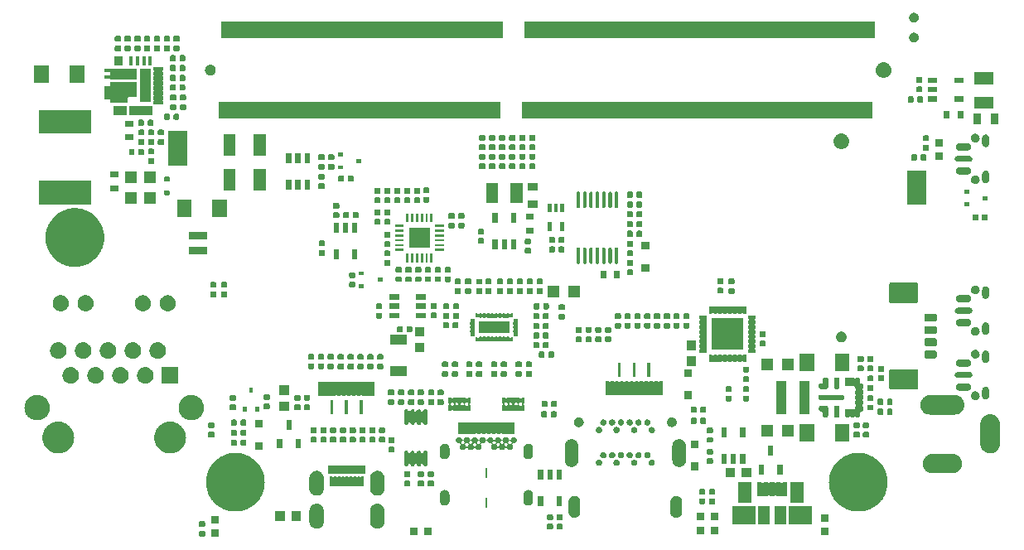
<source format=gbr>
G04 #@! TF.GenerationSoftware,KiCad,Pcbnew,7.0.2*
G04 #@! TF.CreationDate,2023-05-24T19:52:43-04:00*
G04 #@! TF.ProjectId,jetson-nano-baseboard,6a657473-6f6e-42d6-9e61-6e6f2d626173,1.6.1*
G04 #@! TF.SameCoordinates,Original*
G04 #@! TF.FileFunction,Soldermask,Top*
G04 #@! TF.FilePolarity,Negative*
%FSLAX46Y46*%
G04 Gerber Fmt 4.6, Leading zero omitted, Abs format (unit mm)*
G04 Created by KiCad (PCBNEW 7.0.2) date 2023-05-24 19:52:43*
%MOMM*%
%LPD*%
G01*
G04 APERTURE LIST*
G04 APERTURE END LIST*
G36*
X95081000Y-129529500D02*
G01*
X94319000Y-129529500D01*
X94319000Y-128767500D01*
X95081000Y-128767500D01*
X95081000Y-129529500D01*
G37*
G36*
X93628946Y-128901228D02*
G01*
X93676798Y-128933202D01*
X93708772Y-128981054D01*
X93720000Y-129037500D01*
X93720000Y-129332500D01*
X93708772Y-129388946D01*
X93676798Y-129436798D01*
X93628946Y-129468772D01*
X93572500Y-129480000D01*
X93227500Y-129480000D01*
X93171054Y-129468772D01*
X93123202Y-129436798D01*
X93091228Y-129388946D01*
X93080000Y-129332500D01*
X93080000Y-129037500D01*
X93091228Y-128981054D01*
X93123202Y-128933202D01*
X93171054Y-128901228D01*
X93227500Y-128890000D01*
X93572500Y-128890000D01*
X93628946Y-128901228D01*
G37*
G36*
X90202173Y-117739903D02*
G01*
X90261410Y-117739903D01*
X90326136Y-117749658D01*
X90394206Y-117755016D01*
X90449073Y-117768188D01*
X90501516Y-117776093D01*
X90570043Y-117797231D01*
X90642153Y-117814543D01*
X90688778Y-117833855D01*
X90733553Y-117847667D01*
X90803847Y-117881519D01*
X90877735Y-117912124D01*
X90915660Y-117935364D01*
X90952322Y-117953020D01*
X91022057Y-118000565D01*
X91095151Y-118045357D01*
X91124420Y-118070355D01*
X91152952Y-118089808D01*
X91219569Y-118151620D01*
X91289049Y-118210961D01*
X91310147Y-118235664D01*
X91330952Y-118254968D01*
X91391783Y-118331247D01*
X91454653Y-118404859D01*
X91468478Y-118427420D01*
X91482348Y-118444812D01*
X91534659Y-118535417D01*
X91587886Y-118622275D01*
X91595703Y-118641147D01*
X91603760Y-118655102D01*
X91644843Y-118759782D01*
X91685467Y-118857857D01*
X91688827Y-118871854D01*
X91692469Y-118881133D01*
X91719745Y-119000637D01*
X91744994Y-119105804D01*
X91745648Y-119114124D01*
X91746504Y-119117871D01*
X91757655Y-119266681D01*
X91765000Y-119360010D01*
X91757659Y-119453278D01*
X91746504Y-119602148D01*
X91745648Y-119605894D01*
X91744994Y-119614216D01*
X91719741Y-119719401D01*
X91692469Y-119838886D01*
X91688828Y-119848162D01*
X91685467Y-119862163D01*
X91644835Y-119960255D01*
X91603760Y-120064917D01*
X91595704Y-120078869D01*
X91587886Y-120097745D01*
X91534649Y-120184618D01*
X91482348Y-120275207D01*
X91468481Y-120292594D01*
X91454653Y-120315161D01*
X91391771Y-120388786D01*
X91330952Y-120465051D01*
X91310151Y-120484351D01*
X91289049Y-120509059D01*
X91219556Y-120568411D01*
X91152952Y-120630211D01*
X91124426Y-120649659D01*
X91095151Y-120674663D01*
X91022043Y-120719463D01*
X90952322Y-120766999D01*
X90915668Y-120784650D01*
X90877735Y-120807896D01*
X90803832Y-120838507D01*
X90733553Y-120872352D01*
X90688788Y-120886160D01*
X90642153Y-120905477D01*
X90570029Y-120922792D01*
X90501516Y-120943926D01*
X90449082Y-120951829D01*
X90394206Y-120965004D01*
X90326133Y-120970361D01*
X90261410Y-120980117D01*
X90202173Y-120980117D01*
X90140000Y-120985010D01*
X90077827Y-120980117D01*
X90018590Y-120980117D01*
X89953866Y-120970361D01*
X89885794Y-120965004D01*
X89830918Y-120951829D01*
X89778483Y-120943926D01*
X89709966Y-120922791D01*
X89637847Y-120905477D01*
X89591214Y-120886161D01*
X89546446Y-120872352D01*
X89476160Y-120838504D01*
X89402265Y-120807896D01*
X89364335Y-120784652D01*
X89327675Y-120766998D01*
X89257940Y-120719453D01*
X89184849Y-120674663D01*
X89155581Y-120649665D01*
X89127049Y-120630213D01*
X89060429Y-120568399D01*
X88990951Y-120509059D01*
X88969852Y-120484355D01*
X88949047Y-120465051D01*
X88888213Y-120388768D01*
X88825347Y-120315161D01*
X88811521Y-120292600D01*
X88797651Y-120275207D01*
X88745332Y-120184590D01*
X88692114Y-120097745D01*
X88684298Y-120078875D01*
X88676239Y-120064917D01*
X88635145Y-119960209D01*
X88594533Y-119862163D01*
X88591173Y-119848169D01*
X88587530Y-119838886D01*
X88560238Y-119719317D01*
X88535006Y-119614216D01*
X88534351Y-119605900D01*
X88533495Y-119602148D01*
X88522319Y-119453012D01*
X88515000Y-119360010D01*
X88522318Y-119267015D01*
X88533495Y-119117871D01*
X88534351Y-119114117D01*
X88535006Y-119105804D01*
X88560234Y-119000722D01*
X88587530Y-118881133D01*
X88591174Y-118871847D01*
X88594533Y-118857857D01*
X88635137Y-118759828D01*
X88676239Y-118655102D01*
X88684299Y-118641140D01*
X88692114Y-118622275D01*
X88745322Y-118535446D01*
X88797651Y-118444812D01*
X88811524Y-118427415D01*
X88825347Y-118404859D01*
X88888201Y-118331265D01*
X88949047Y-118254968D01*
X88969856Y-118235659D01*
X88990951Y-118210961D01*
X89060416Y-118151632D01*
X89127049Y-118089806D01*
X89155586Y-118070349D01*
X89184849Y-118045357D01*
X89257925Y-118000575D01*
X89327675Y-117953021D01*
X89364342Y-117935362D01*
X89402265Y-117912124D01*
X89476145Y-117881521D01*
X89546446Y-117847667D01*
X89591224Y-117833854D01*
X89637847Y-117814543D01*
X89709951Y-117797232D01*
X89778483Y-117776093D01*
X89830927Y-117768188D01*
X89885794Y-117755016D01*
X89953862Y-117749659D01*
X90018590Y-117739903D01*
X90077827Y-117739903D01*
X90140000Y-117735010D01*
X90202173Y-117739903D01*
G37*
G36*
X96895296Y-120935076D02*
G01*
X96982834Y-120935076D01*
X97063792Y-120944538D01*
X97144267Y-120949058D01*
X97236428Y-120964716D01*
X97329345Y-120975577D01*
X97402770Y-120992979D01*
X97475917Y-121005407D01*
X97571968Y-121033079D01*
X97668810Y-121056031D01*
X97734026Y-121079768D01*
X97799174Y-121098537D01*
X97897565Y-121139291D01*
X97996639Y-121175352D01*
X98053194Y-121203755D01*
X98109967Y-121227271D01*
X98208975Y-121281991D01*
X98308400Y-121331924D01*
X98356172Y-121363344D01*
X98404393Y-121389995D01*
X98502105Y-121459325D01*
X98599876Y-121523630D01*
X98638986Y-121556447D01*
X98678744Y-121584657D01*
X98773174Y-121669044D01*
X98867125Y-121747879D01*
X98897945Y-121780546D01*
X98929581Y-121808818D01*
X99018646Y-121908482D01*
X99106533Y-122001637D01*
X99129683Y-122032732D01*
X99153742Y-122059655D01*
X99235311Y-122174616D01*
X99314863Y-122281473D01*
X99331168Y-122309714D01*
X99348404Y-122334006D01*
X99420336Y-122464158D01*
X99489298Y-122583602D01*
X99499774Y-122607889D01*
X99511128Y-122628432D01*
X99571337Y-122773792D01*
X99627478Y-122903940D01*
X99633295Y-122923372D01*
X99639862Y-122939225D01*
X99686342Y-123100558D01*
X99727535Y-123238152D01*
X99729984Y-123252041D01*
X99732992Y-123262482D01*
X99763873Y-123444241D01*
X99788115Y-123581721D01*
X99788575Y-123589626D01*
X99789341Y-123594132D01*
X99802896Y-123835515D01*
X99808400Y-123930000D01*
X99802894Y-124024530D01*
X99789341Y-124265867D01*
X99788575Y-124270372D01*
X99788115Y-124278279D01*
X99763869Y-124415784D01*
X99732992Y-124597517D01*
X99729984Y-124607956D01*
X99727535Y-124621848D01*
X99686334Y-124759466D01*
X99639862Y-124920774D01*
X99633296Y-124936623D01*
X99627478Y-124956060D01*
X99571327Y-125086232D01*
X99511128Y-125231567D01*
X99499776Y-125252105D01*
X99489298Y-125276398D01*
X99420323Y-125395864D01*
X99348404Y-125525993D01*
X99331171Y-125550280D01*
X99314863Y-125578527D01*
X99235296Y-125685403D01*
X99153742Y-125800344D01*
X99129687Y-125827261D01*
X99106533Y-125858363D01*
X99018629Y-125951535D01*
X98929581Y-126051181D01*
X98897951Y-126079446D01*
X98867125Y-126112121D01*
X98773156Y-126190970D01*
X98678744Y-126275342D01*
X98638993Y-126303546D01*
X98599876Y-126336370D01*
X98502086Y-126400686D01*
X98404393Y-126470004D01*
X98356182Y-126496649D01*
X98308400Y-126528076D01*
X98208955Y-126578018D01*
X98109967Y-126632728D01*
X98053205Y-126656239D01*
X97996639Y-126684648D01*
X97897545Y-126720715D01*
X97799174Y-126761462D01*
X97734039Y-126780227D01*
X97668810Y-126803969D01*
X97571948Y-126826925D01*
X97475917Y-126854592D01*
X97402785Y-126867017D01*
X97329345Y-126884423D01*
X97236409Y-126895285D01*
X97144267Y-126910941D01*
X97063809Y-126915459D01*
X96982834Y-126924924D01*
X96895278Y-126924924D01*
X96808400Y-126929803D01*
X96721522Y-126924924D01*
X96633966Y-126924924D01*
X96552991Y-126915459D01*
X96472532Y-126910941D01*
X96380387Y-126895285D01*
X96287455Y-126884423D01*
X96214016Y-126867017D01*
X96140882Y-126854592D01*
X96044845Y-126826923D01*
X95947990Y-126803969D01*
X95882763Y-126780228D01*
X95817625Y-126761462D01*
X95719245Y-126720712D01*
X95620161Y-126684648D01*
X95563598Y-126656241D01*
X95506832Y-126632728D01*
X95407833Y-126578013D01*
X95308400Y-126528076D01*
X95260622Y-126496652D01*
X95212406Y-126470004D01*
X95114699Y-126400677D01*
X95016924Y-126336370D01*
X94977811Y-126303550D01*
X94938055Y-126275342D01*
X94843627Y-126190956D01*
X94749675Y-126112121D01*
X94718853Y-126079452D01*
X94687218Y-126051181D01*
X94598151Y-125951515D01*
X94510267Y-125858363D01*
X94487117Y-125827267D01*
X94463057Y-125800344D01*
X94381482Y-125685374D01*
X94301937Y-125578527D01*
X94285632Y-125550287D01*
X94268395Y-125525993D01*
X94196452Y-125395823D01*
X94127502Y-125276398D01*
X94117026Y-125252113D01*
X94105671Y-125231567D01*
X94045447Y-125086173D01*
X93989322Y-124956060D01*
X93983505Y-124936632D01*
X93976937Y-124920774D01*
X93930438Y-124759377D01*
X93889265Y-124621848D01*
X93886817Y-124607965D01*
X93883807Y-124597517D01*
X93852903Y-124415628D01*
X93828685Y-124278279D01*
X93828225Y-124270381D01*
X93827458Y-124265867D01*
X93813877Y-124024051D01*
X93808400Y-123930000D01*
X93813875Y-123835995D01*
X93827458Y-123594132D01*
X93828225Y-123589617D01*
X93828685Y-123581721D01*
X93852898Y-123444397D01*
X93883807Y-123262482D01*
X93886817Y-123252032D01*
X93889265Y-123238152D01*
X93930431Y-123100647D01*
X93976937Y-122939225D01*
X93983506Y-122923363D01*
X93989322Y-122903940D01*
X94045437Y-122773850D01*
X94105671Y-122628432D01*
X94117028Y-122607881D01*
X94127502Y-122583602D01*
X94196439Y-122464198D01*
X94268395Y-122334006D01*
X94285636Y-122309706D01*
X94301937Y-122281473D01*
X94381467Y-122174645D01*
X94463057Y-122059655D01*
X94487121Y-122032726D01*
X94510267Y-122001637D01*
X94598134Y-121908502D01*
X94687218Y-121808818D01*
X94718859Y-121780541D01*
X94749675Y-121747879D01*
X94843609Y-121669058D01*
X94938055Y-121584657D01*
X94977819Y-121556442D01*
X95016924Y-121523630D01*
X95114680Y-121459334D01*
X95212406Y-121389995D01*
X95260632Y-121363341D01*
X95308400Y-121331924D01*
X95407813Y-121281996D01*
X95506832Y-121227271D01*
X95563610Y-121203752D01*
X95620161Y-121175352D01*
X95719226Y-121139294D01*
X95817625Y-121098537D01*
X95882777Y-121079766D01*
X95947990Y-121056031D01*
X96044825Y-121033080D01*
X96140882Y-121005407D01*
X96214031Y-120992978D01*
X96287455Y-120975577D01*
X96380368Y-120964717D01*
X96472532Y-120949058D01*
X96553008Y-120944538D01*
X96633966Y-120935076D01*
X96721504Y-120935076D01*
X96808400Y-120930196D01*
X96895296Y-120935076D01*
G37*
G36*
X111310408Y-126134935D02*
G01*
X111348966Y-126132845D01*
X111389990Y-126139570D01*
X111438636Y-126142404D01*
X111476602Y-126153770D01*
X111508848Y-126159057D01*
X111552935Y-126176623D01*
X111605460Y-126192348D01*
X111634539Y-126209137D01*
X111659361Y-126219027D01*
X111703478Y-126248939D01*
X111756269Y-126279418D01*
X111776288Y-126298305D01*
X111793463Y-126309950D01*
X111834080Y-126352829D01*
X111882933Y-126398919D01*
X111894730Y-126416855D01*
X111904883Y-126427574D01*
X111938209Y-126482963D01*
X111978624Y-126544411D01*
X111983895Y-126558895D01*
X111988412Y-126566401D01*
X112010640Y-126632374D01*
X112038184Y-126708048D01*
X112039270Y-126717347D01*
X112040145Y-126719942D01*
X112047791Y-126790249D01*
X112058400Y-126881010D01*
X112058400Y-127931010D01*
X112055738Y-127976702D01*
X112054005Y-128008683D01*
X112053829Y-128009478D01*
X112053329Y-128018080D01*
X112033792Y-128100508D01*
X112018441Y-128170252D01*
X112016025Y-128175473D01*
X112013169Y-128187525D01*
X111978645Y-128256266D01*
X111950411Y-128317295D01*
X111943296Y-128326653D01*
X111935016Y-128343142D01*
X111889791Y-128397038D01*
X111852360Y-128446278D01*
X111838831Y-128457768D01*
X111823081Y-128476540D01*
X111771697Y-128514793D01*
X111728877Y-128551166D01*
X111707909Y-128562282D01*
X111683400Y-128580529D01*
X111630243Y-128603458D01*
X111585730Y-128627058D01*
X111557115Y-128635002D01*
X111523502Y-128649502D01*
X111472501Y-128658494D01*
X111429618Y-128670401D01*
X111394035Y-128672330D01*
X111352009Y-128679741D01*
X111306382Y-128677083D01*
X111267833Y-128679174D01*
X111226817Y-128672449D01*
X111178164Y-128669616D01*
X111140191Y-128658247D01*
X111107951Y-128652962D01*
X111063870Y-128635398D01*
X111011340Y-128619672D01*
X110982256Y-128602880D01*
X110957438Y-128592992D01*
X110913324Y-128563082D01*
X110860531Y-128532602D01*
X110840509Y-128513713D01*
X110823336Y-128502069D01*
X110782718Y-128459190D01*
X110733867Y-128413101D01*
X110722069Y-128395164D01*
X110711916Y-128384445D01*
X110678585Y-128329049D01*
X110638176Y-128267609D01*
X110632904Y-128253126D01*
X110628387Y-128245618D01*
X110606150Y-128179620D01*
X110578616Y-128103972D01*
X110577529Y-128094675D01*
X110576654Y-128092077D01*
X110569001Y-128021712D01*
X110558400Y-127931010D01*
X110558400Y-126881010D01*
X110561051Y-126835481D01*
X110562794Y-126803336D01*
X110562970Y-126802534D01*
X110563471Y-126793940D01*
X110582990Y-126711583D01*
X110598358Y-126641767D01*
X110600776Y-126636540D01*
X110603631Y-126624495D01*
X110638135Y-126555790D01*
X110666388Y-126494724D01*
X110673506Y-126485359D01*
X110681784Y-126468878D01*
X110726990Y-126415003D01*
X110764439Y-126365741D01*
X110777973Y-126354244D01*
X110793719Y-126335480D01*
X110845084Y-126297239D01*
X110887922Y-126260853D01*
X110908897Y-126249732D01*
X110933400Y-126231491D01*
X110986541Y-126208568D01*
X111031069Y-126184961D01*
X111059692Y-126177013D01*
X111093298Y-126162518D01*
X111144285Y-126153527D01*
X111187181Y-126141618D01*
X111222772Y-126139687D01*
X111264791Y-126132279D01*
X111310408Y-126134935D01*
G37*
G36*
X129187346Y-128192238D02*
G01*
X129235198Y-128224212D01*
X129267172Y-128272064D01*
X129278400Y-128328510D01*
X129278400Y-128623510D01*
X129267172Y-128679956D01*
X129235198Y-128727808D01*
X129187346Y-128759782D01*
X129130900Y-128771010D01*
X128785900Y-128771010D01*
X128729454Y-128759782D01*
X128681602Y-128727808D01*
X128649628Y-128679956D01*
X128638400Y-128623510D01*
X128638400Y-128328510D01*
X128649628Y-128272064D01*
X128681602Y-128224212D01*
X128729454Y-128192238D01*
X128785900Y-128181010D01*
X129130900Y-128181010D01*
X129187346Y-128192238D01*
G37*
G36*
X130178946Y-128201228D02*
G01*
X130226798Y-128233202D01*
X130258772Y-128281054D01*
X130270000Y-128337500D01*
X130270000Y-128632500D01*
X130258772Y-128688946D01*
X130226798Y-128736798D01*
X130178946Y-128768772D01*
X130122500Y-128780000D01*
X129777500Y-128780000D01*
X129721054Y-128768772D01*
X129673202Y-128736798D01*
X129641228Y-128688946D01*
X129630000Y-128632500D01*
X129630000Y-128337500D01*
X129641228Y-128281054D01*
X129673202Y-128233202D01*
X129721054Y-128201228D01*
X129777500Y-128190000D01*
X130122500Y-128190000D01*
X130178946Y-128201228D01*
G37*
G36*
X144681000Y-129251600D02*
G01*
X143919000Y-129251600D01*
X143919000Y-128489600D01*
X144681000Y-128489600D01*
X144681000Y-129251600D01*
G37*
G36*
X146181000Y-129251600D02*
G01*
X145419000Y-129251600D01*
X145419000Y-128489600D01*
X146181000Y-128489600D01*
X146181000Y-129251600D01*
G37*
G36*
X157413570Y-129352490D02*
G01*
X156651570Y-129352490D01*
X156651570Y-128590490D01*
X157413570Y-128590490D01*
X157413570Y-129352490D01*
G37*
G36*
X115432500Y-129331000D02*
G01*
X114670500Y-129331000D01*
X114670500Y-128569000D01*
X115432500Y-128569000D01*
X115432500Y-129331000D01*
G37*
G36*
X116829500Y-129331000D02*
G01*
X116067500Y-129331000D01*
X116067500Y-128569000D01*
X116829500Y-128569000D01*
X116829500Y-129331000D01*
G37*
G36*
X105110408Y-126134935D02*
G01*
X105148966Y-126132845D01*
X105189990Y-126139570D01*
X105238636Y-126142404D01*
X105276602Y-126153770D01*
X105308848Y-126159057D01*
X105352935Y-126176623D01*
X105405460Y-126192348D01*
X105434539Y-126209137D01*
X105459361Y-126219027D01*
X105503478Y-126248939D01*
X105556269Y-126279418D01*
X105576288Y-126298305D01*
X105593463Y-126309950D01*
X105634080Y-126352829D01*
X105682933Y-126398919D01*
X105694730Y-126416855D01*
X105704883Y-126427574D01*
X105738209Y-126482963D01*
X105778624Y-126544411D01*
X105783895Y-126558895D01*
X105788412Y-126566401D01*
X105810640Y-126632374D01*
X105838184Y-126708048D01*
X105839270Y-126717347D01*
X105840145Y-126719942D01*
X105847791Y-126790249D01*
X105858400Y-126881010D01*
X105858400Y-127931010D01*
X105855738Y-127976702D01*
X105854005Y-128008683D01*
X105853829Y-128009478D01*
X105853329Y-128018080D01*
X105833792Y-128100508D01*
X105818441Y-128170252D01*
X105816025Y-128175473D01*
X105813169Y-128187525D01*
X105778645Y-128256266D01*
X105750411Y-128317295D01*
X105743296Y-128326653D01*
X105735016Y-128343142D01*
X105689791Y-128397038D01*
X105652360Y-128446278D01*
X105638831Y-128457768D01*
X105623081Y-128476540D01*
X105571697Y-128514793D01*
X105528877Y-128551166D01*
X105507909Y-128562282D01*
X105483400Y-128580529D01*
X105430243Y-128603458D01*
X105385730Y-128627058D01*
X105357115Y-128635002D01*
X105323502Y-128649502D01*
X105272501Y-128658494D01*
X105229618Y-128670401D01*
X105194035Y-128672330D01*
X105152009Y-128679741D01*
X105106382Y-128677083D01*
X105067833Y-128679174D01*
X105026817Y-128672449D01*
X104978164Y-128669616D01*
X104940191Y-128658247D01*
X104907951Y-128652962D01*
X104863870Y-128635398D01*
X104811340Y-128619672D01*
X104782256Y-128602880D01*
X104757438Y-128592992D01*
X104713324Y-128563082D01*
X104660531Y-128532602D01*
X104640509Y-128513713D01*
X104623336Y-128502069D01*
X104582718Y-128459190D01*
X104533867Y-128413101D01*
X104522069Y-128395164D01*
X104511916Y-128384445D01*
X104478585Y-128329049D01*
X104438176Y-128267609D01*
X104432904Y-128253126D01*
X104428387Y-128245618D01*
X104406150Y-128179620D01*
X104378616Y-128103972D01*
X104377529Y-128094675D01*
X104376654Y-128092077D01*
X104369001Y-128021712D01*
X104358400Y-127931010D01*
X104358400Y-126881010D01*
X104361051Y-126835481D01*
X104362794Y-126803336D01*
X104362970Y-126802534D01*
X104363471Y-126793940D01*
X104382990Y-126711583D01*
X104398358Y-126641767D01*
X104400776Y-126636540D01*
X104403631Y-126624495D01*
X104438135Y-126555790D01*
X104466388Y-126494724D01*
X104473506Y-126485359D01*
X104481784Y-126468878D01*
X104526990Y-126415003D01*
X104564439Y-126365741D01*
X104577973Y-126354244D01*
X104593719Y-126335480D01*
X104645084Y-126297239D01*
X104687922Y-126260853D01*
X104708897Y-126249732D01*
X104733400Y-126231491D01*
X104786541Y-126208568D01*
X104831069Y-126184961D01*
X104859692Y-126177013D01*
X104893298Y-126162518D01*
X104944285Y-126153527D01*
X104987181Y-126141618D01*
X105022772Y-126139687D01*
X105064791Y-126132279D01*
X105110408Y-126134935D01*
G37*
G36*
X93628946Y-127931228D02*
G01*
X93676798Y-127963202D01*
X93708772Y-128011054D01*
X93720000Y-128067500D01*
X93720000Y-128362500D01*
X93708772Y-128418946D01*
X93676798Y-128466798D01*
X93628946Y-128498772D01*
X93572500Y-128510000D01*
X93227500Y-128510000D01*
X93171054Y-128498772D01*
X93123202Y-128466798D01*
X93091228Y-128418946D01*
X93080000Y-128362500D01*
X93080000Y-128067500D01*
X93091228Y-128011054D01*
X93123202Y-127963202D01*
X93171054Y-127931228D01*
X93227500Y-127920000D01*
X93572500Y-127920000D01*
X93628946Y-127931228D01*
G37*
G36*
X106523400Y-122208898D02*
G01*
X106570483Y-122240357D01*
X106646317Y-122240357D01*
X106693400Y-122208897D01*
X106693400Y-122206010D01*
X106923400Y-122206010D01*
X106923400Y-122208898D01*
X106970483Y-122240357D01*
X107046317Y-122240357D01*
X107093400Y-122208897D01*
X107093400Y-122206010D01*
X107323400Y-122206010D01*
X107323400Y-122208898D01*
X107370483Y-122240357D01*
X107446317Y-122240357D01*
X107493400Y-122208897D01*
X107493400Y-122206010D01*
X107723400Y-122206010D01*
X107723400Y-122208898D01*
X107770483Y-122240357D01*
X107846317Y-122240357D01*
X107893400Y-122208897D01*
X107893400Y-122206010D01*
X108123400Y-122206010D01*
X108123400Y-122208898D01*
X108170483Y-122240357D01*
X108246317Y-122240357D01*
X108293400Y-122208897D01*
X108293400Y-122206010D01*
X108523400Y-122206010D01*
X108523400Y-122208898D01*
X108570483Y-122240357D01*
X108646317Y-122240357D01*
X108693400Y-122208897D01*
X108693400Y-122206010D01*
X108923400Y-122206010D01*
X108923400Y-122208898D01*
X108970483Y-122240357D01*
X109046317Y-122240357D01*
X109093400Y-122208897D01*
X109093400Y-122206010D01*
X109323400Y-122206010D01*
X109323400Y-122208898D01*
X109370483Y-122240357D01*
X109446317Y-122240357D01*
X109493400Y-122208897D01*
X109493400Y-122206010D01*
X109723400Y-122206010D01*
X109723400Y-122208898D01*
X109770483Y-122240357D01*
X109846317Y-122240357D01*
X109893400Y-122208897D01*
X109893400Y-122206010D01*
X110123400Y-122206010D01*
X110123400Y-123056010D01*
X109893400Y-123056010D01*
X109893400Y-123053120D01*
X109846318Y-123021662D01*
X109770482Y-123021662D01*
X109723400Y-123053119D01*
X109723400Y-123056010D01*
X109493400Y-123056010D01*
X109493400Y-123053120D01*
X109446318Y-123021662D01*
X109370482Y-123021662D01*
X109323400Y-123053119D01*
X109323400Y-123056010D01*
X109093400Y-123056010D01*
X109093400Y-123053120D01*
X109046318Y-123021662D01*
X108970482Y-123021662D01*
X108923400Y-123053119D01*
X108923400Y-123056010D01*
X108693400Y-123056010D01*
X108693400Y-123053120D01*
X108646318Y-123021662D01*
X108570482Y-123021662D01*
X108523400Y-123053119D01*
X108523400Y-123056010D01*
X108293400Y-123056010D01*
X108293400Y-123053120D01*
X108246318Y-123021662D01*
X108170482Y-123021662D01*
X108123400Y-123053119D01*
X108123400Y-123056010D01*
X107893400Y-123056010D01*
X107893400Y-123053120D01*
X107846318Y-123021662D01*
X107770482Y-123021662D01*
X107723400Y-123053119D01*
X107723400Y-123056010D01*
X107493400Y-123056010D01*
X107493400Y-123053120D01*
X107446318Y-123021662D01*
X107370482Y-123021662D01*
X107323400Y-123053119D01*
X107323400Y-123056010D01*
X107093400Y-123056010D01*
X107093400Y-123053120D01*
X107046318Y-123021662D01*
X106970482Y-123021662D01*
X106923400Y-123053119D01*
X106923400Y-123056010D01*
X106693400Y-123056010D01*
X106693400Y-123053120D01*
X106646318Y-123021662D01*
X106570482Y-123021662D01*
X106523400Y-123053119D01*
X106523400Y-123056010D01*
X106293400Y-123056010D01*
X106293400Y-122206010D01*
X106523400Y-122206010D01*
X106523400Y-122208898D01*
G37*
G36*
X111310408Y-122774935D02*
G01*
X111348966Y-122772845D01*
X111389990Y-122779570D01*
X111438636Y-122782404D01*
X111476602Y-122793770D01*
X111508848Y-122799057D01*
X111552935Y-122816623D01*
X111605460Y-122832348D01*
X111634539Y-122849137D01*
X111659361Y-122859027D01*
X111703478Y-122888939D01*
X111756269Y-122919418D01*
X111776288Y-122938305D01*
X111793463Y-122949950D01*
X111834080Y-122992829D01*
X111882933Y-123038919D01*
X111894730Y-123056855D01*
X111904883Y-123067574D01*
X111938209Y-123122963D01*
X111978624Y-123184411D01*
X111983895Y-123198895D01*
X111988412Y-123206401D01*
X112010640Y-123272374D01*
X112038184Y-123348048D01*
X112039270Y-123357347D01*
X112040145Y-123359942D01*
X112047791Y-123430249D01*
X112058400Y-123521010D01*
X112058400Y-124571010D01*
X112055738Y-124616702D01*
X112054005Y-124648683D01*
X112053829Y-124649478D01*
X112053329Y-124658080D01*
X112033792Y-124740508D01*
X112018441Y-124810252D01*
X112016025Y-124815473D01*
X112013169Y-124827525D01*
X111978645Y-124896266D01*
X111950411Y-124957295D01*
X111943296Y-124966653D01*
X111935016Y-124983142D01*
X111889791Y-125037038D01*
X111852360Y-125086278D01*
X111838831Y-125097768D01*
X111823081Y-125116540D01*
X111771697Y-125154793D01*
X111728877Y-125191166D01*
X111707909Y-125202282D01*
X111683400Y-125220529D01*
X111630243Y-125243458D01*
X111585730Y-125267058D01*
X111557115Y-125275002D01*
X111523502Y-125289502D01*
X111472501Y-125298494D01*
X111429618Y-125310401D01*
X111394035Y-125312330D01*
X111352009Y-125319741D01*
X111306382Y-125317083D01*
X111267833Y-125319174D01*
X111226817Y-125312449D01*
X111178164Y-125309616D01*
X111140191Y-125298247D01*
X111107951Y-125292962D01*
X111063870Y-125275398D01*
X111011340Y-125259672D01*
X110982256Y-125242880D01*
X110957438Y-125232992D01*
X110913324Y-125203082D01*
X110860531Y-125172602D01*
X110840509Y-125153713D01*
X110823336Y-125142069D01*
X110782718Y-125099190D01*
X110733867Y-125053101D01*
X110722069Y-125035164D01*
X110711916Y-125024445D01*
X110678585Y-124969049D01*
X110638176Y-124907609D01*
X110632904Y-124893126D01*
X110628387Y-124885618D01*
X110606150Y-124819620D01*
X110578616Y-124743972D01*
X110577529Y-124734675D01*
X110576654Y-124732077D01*
X110569001Y-124661712D01*
X110558400Y-124571010D01*
X110558400Y-123521010D01*
X110561051Y-123475481D01*
X110562794Y-123443336D01*
X110562970Y-123442534D01*
X110563471Y-123433940D01*
X110582990Y-123351583D01*
X110598358Y-123281767D01*
X110600776Y-123276540D01*
X110603631Y-123264495D01*
X110638135Y-123195790D01*
X110666388Y-123134724D01*
X110673506Y-123125359D01*
X110681784Y-123108878D01*
X110726990Y-123055003D01*
X110764439Y-123005741D01*
X110777973Y-122994244D01*
X110793719Y-122975480D01*
X110845084Y-122937239D01*
X110887922Y-122900853D01*
X110908897Y-122889732D01*
X110933400Y-122871491D01*
X110986541Y-122848568D01*
X111031069Y-122824961D01*
X111059692Y-122817013D01*
X111093298Y-122802518D01*
X111144285Y-122793527D01*
X111187181Y-122781618D01*
X111222772Y-122779687D01*
X111264791Y-122772279D01*
X111310408Y-122774935D01*
G37*
G36*
X126777563Y-124730089D02*
G01*
X126801077Y-124730089D01*
X126844684Y-124742893D01*
X126884119Y-124750416D01*
X126907044Y-124761203D01*
X126937628Y-124770184D01*
X126969069Y-124790390D01*
X126997301Y-124803675D01*
X127023620Y-124825448D01*
X127057350Y-124847125D01*
X127076403Y-124869113D01*
X127093681Y-124883407D01*
X127119076Y-124918361D01*
X127150547Y-124954680D01*
X127159149Y-124973517D01*
X127167203Y-124984602D01*
X127186699Y-125033843D01*
X127209666Y-125084134D01*
X127211408Y-125096249D01*
X127213250Y-125100902D01*
X127221740Y-125168110D01*
X127229920Y-125225000D01*
X127229920Y-125825000D01*
X127229481Y-125828051D01*
X127225981Y-125883687D01*
X127215756Y-125923508D01*
X127209666Y-125965866D01*
X127198733Y-125989804D01*
X127193883Y-126008696D01*
X127171574Y-126049276D01*
X127150547Y-126095320D01*
X127138825Y-126108847D01*
X127133624Y-126118309D01*
X127094836Y-126159613D01*
X127057350Y-126202875D01*
X127049432Y-126207963D01*
X127047998Y-126209491D01*
X126972727Y-126257258D01*
X126937628Y-126279816D01*
X126881521Y-126296290D01*
X126823423Y-126315168D01*
X126815541Y-126315663D01*
X126801077Y-126319911D01*
X126748036Y-126319911D01*
X126698589Y-126323022D01*
X126682281Y-126319911D01*
X126658763Y-126319911D01*
X126615147Y-126307104D01*
X126575720Y-126299583D01*
X126552798Y-126288796D01*
X126522212Y-126279816D01*
X126490767Y-126259607D01*
X126462538Y-126246324D01*
X126436220Y-126224552D01*
X126402490Y-126202875D01*
X126383435Y-126180885D01*
X126366158Y-126166592D01*
X126340761Y-126131636D01*
X126309293Y-126095320D01*
X126300690Y-126076483D01*
X126292636Y-126065397D01*
X126273136Y-126016146D01*
X126250174Y-125965866D01*
X126248432Y-125953752D01*
X126246589Y-125949097D01*
X126238096Y-125881868D01*
X126229920Y-125825000D01*
X126229920Y-125225000D01*
X126230358Y-125221950D01*
X126233858Y-125166312D01*
X126244085Y-125126480D01*
X126250174Y-125084134D01*
X126261103Y-125060201D01*
X126265956Y-125041303D01*
X126288273Y-125000706D01*
X126309293Y-124954680D01*
X126321010Y-124941157D01*
X126326215Y-124931690D01*
X126365026Y-124890360D01*
X126402490Y-124847125D01*
X126410402Y-124842040D01*
X126411841Y-124840508D01*
X126487315Y-124792610D01*
X126522212Y-124770184D01*
X126578275Y-124753722D01*
X126636416Y-124734831D01*
X126644303Y-124734334D01*
X126658763Y-124730089D01*
X126711787Y-124730089D01*
X126761250Y-124726977D01*
X126777563Y-124730089D01*
G37*
G36*
X141913036Y-125336982D02*
G01*
X141964042Y-125339953D01*
X141986368Y-125346637D01*
X142015291Y-125350445D01*
X142057537Y-125367943D01*
X142097313Y-125379852D01*
X142125310Y-125396016D01*
X142160000Y-125410385D01*
X142189788Y-125433242D01*
X142217783Y-125449405D01*
X142247979Y-125477893D01*
X142284264Y-125505736D01*
X142302027Y-125528885D01*
X142318974Y-125544874D01*
X142347045Y-125587553D01*
X142379615Y-125630000D01*
X142387529Y-125649107D01*
X142395419Y-125661103D01*
X142416580Y-125719242D01*
X142439555Y-125774709D01*
X142441134Y-125786703D01*
X142442999Y-125791827D01*
X142452416Y-125872396D01*
X142460000Y-125930000D01*
X142460000Y-126980000D01*
X142459619Y-126982893D01*
X142455944Y-127045981D01*
X142445526Y-127089937D01*
X142439555Y-127135291D01*
X142428386Y-127162253D01*
X142423014Y-127184923D01*
X142400088Y-127230571D01*
X142379615Y-127280000D01*
X142367025Y-127296407D01*
X142360583Y-127309235D01*
X142320825Y-127356616D01*
X142284264Y-127404264D01*
X142274661Y-127411632D01*
X142271160Y-127415805D01*
X142206143Y-127464207D01*
X142160000Y-127499615D01*
X142106295Y-127521859D01*
X142031839Y-127553977D01*
X142026473Y-127554923D01*
X142015291Y-127559555D01*
X141955741Y-127567395D01*
X141894838Y-127578134D01*
X141880510Y-127577299D01*
X141860000Y-127580000D01*
X141806950Y-127573015D01*
X141755957Y-127570046D01*
X141733635Y-127563363D01*
X141704709Y-127559555D01*
X141662456Y-127542053D01*
X141622686Y-127530147D01*
X141594692Y-127513984D01*
X141560000Y-127499615D01*
X141530209Y-127476755D01*
X141502216Y-127460594D01*
X141472021Y-127432106D01*
X141435736Y-127404264D01*
X141417972Y-127381114D01*
X141401025Y-127365125D01*
X141372952Y-127322442D01*
X141340385Y-127280000D01*
X141332470Y-127260893D01*
X141324580Y-127248896D01*
X141303414Y-127190744D01*
X141280445Y-127135291D01*
X141278866Y-127123299D01*
X141277000Y-127118172D01*
X141267580Y-127037581D01*
X141260000Y-126980000D01*
X141260000Y-125930000D01*
X141260380Y-125927108D01*
X141264055Y-125864018D01*
X141274475Y-125820050D01*
X141280445Y-125774709D01*
X141291610Y-125747753D01*
X141296985Y-125725076D01*
X141319918Y-125679411D01*
X141340385Y-125630000D01*
X141352970Y-125613598D01*
X141359416Y-125600764D01*
X141399194Y-125553358D01*
X141435736Y-125505736D01*
X141445333Y-125498371D01*
X141448839Y-125494194D01*
X141513932Y-125445733D01*
X141560000Y-125410385D01*
X141613620Y-125388174D01*
X141688160Y-125356022D01*
X141693531Y-125355074D01*
X141704709Y-125350445D01*
X141764232Y-125342608D01*
X141825161Y-125331865D01*
X141839494Y-125332699D01*
X141860000Y-125330000D01*
X141913036Y-125336982D01*
G37*
G36*
X149933400Y-128253010D02*
G01*
X147563400Y-128253010D01*
X147563400Y-126353010D01*
X149933400Y-126353010D01*
X149933400Y-128253010D01*
G37*
G36*
X151408400Y-128253010D02*
G01*
X150233400Y-128253010D01*
X150233400Y-126353010D01*
X151408400Y-126353010D01*
X151408400Y-128253010D01*
G37*
G36*
X153083400Y-128253010D02*
G01*
X151908400Y-128253010D01*
X151908400Y-126353010D01*
X153083400Y-126353010D01*
X153083400Y-128253010D01*
G37*
G36*
X155753400Y-128253010D02*
G01*
X153383400Y-128253010D01*
X153383400Y-126353010D01*
X155753400Y-126353010D01*
X155753400Y-128253010D01*
G37*
G36*
X95081000Y-128132500D02*
G01*
X94319000Y-128132500D01*
X94319000Y-127370500D01*
X95081000Y-127370500D01*
X95081000Y-128132500D01*
G37*
G36*
X157413570Y-127955490D02*
G01*
X156651570Y-127955490D01*
X156651570Y-127193490D01*
X157413570Y-127193490D01*
X157413570Y-127955490D01*
G37*
G36*
X101870000Y-127880000D02*
G01*
X100900000Y-127880000D01*
X100900000Y-126920000D01*
X101870000Y-126920000D01*
X101870000Y-127880000D01*
G37*
G36*
X103500000Y-127880000D02*
G01*
X102530000Y-127880000D01*
X102530000Y-126920000D01*
X103500000Y-126920000D01*
X103500000Y-127880000D01*
G37*
G36*
X144681000Y-127854600D02*
G01*
X143919000Y-127854600D01*
X143919000Y-127092600D01*
X144681000Y-127092600D01*
X144681000Y-127854600D01*
G37*
G36*
X146181000Y-127854600D02*
G01*
X145419000Y-127854600D01*
X145419000Y-127092600D01*
X146181000Y-127092600D01*
X146181000Y-127854600D01*
G37*
G36*
X129187346Y-127222238D02*
G01*
X129235198Y-127254212D01*
X129267172Y-127302064D01*
X129278400Y-127358510D01*
X129278400Y-127653510D01*
X129267172Y-127709956D01*
X129235198Y-127757808D01*
X129187346Y-127789782D01*
X129130900Y-127801010D01*
X128785900Y-127801010D01*
X128729454Y-127789782D01*
X128681602Y-127757808D01*
X128649628Y-127709956D01*
X128638400Y-127653510D01*
X128638400Y-127358510D01*
X128649628Y-127302064D01*
X128681602Y-127254212D01*
X128729454Y-127222238D01*
X128785900Y-127211010D01*
X129130900Y-127211010D01*
X129187346Y-127222238D01*
G37*
G36*
X130178946Y-127231228D02*
G01*
X130226798Y-127263202D01*
X130258772Y-127311054D01*
X130270000Y-127367500D01*
X130270000Y-127662500D01*
X130258772Y-127718946D01*
X130226798Y-127766798D01*
X130178946Y-127798772D01*
X130122500Y-127810000D01*
X129777500Y-127810000D01*
X129721054Y-127798772D01*
X129673202Y-127766798D01*
X129641228Y-127718946D01*
X129630000Y-127662500D01*
X129630000Y-127367500D01*
X129641228Y-127311054D01*
X129673202Y-127263202D01*
X129721054Y-127231228D01*
X129777500Y-127220000D01*
X130122500Y-127220000D01*
X130178946Y-127231228D01*
G37*
G36*
X131513036Y-125336982D02*
G01*
X131564042Y-125339953D01*
X131586368Y-125346637D01*
X131615291Y-125350445D01*
X131657537Y-125367943D01*
X131697313Y-125379852D01*
X131725310Y-125396016D01*
X131760000Y-125410385D01*
X131789788Y-125433242D01*
X131817783Y-125449405D01*
X131847979Y-125477893D01*
X131884264Y-125505736D01*
X131902027Y-125528885D01*
X131918974Y-125544874D01*
X131947045Y-125587553D01*
X131979615Y-125630000D01*
X131987529Y-125649107D01*
X131995419Y-125661103D01*
X132016580Y-125719242D01*
X132039555Y-125774709D01*
X132041134Y-125786703D01*
X132042999Y-125791827D01*
X132052416Y-125872396D01*
X132060000Y-125930000D01*
X132060000Y-126980000D01*
X132059619Y-126982893D01*
X132055944Y-127045981D01*
X132045526Y-127089937D01*
X132039555Y-127135291D01*
X132028386Y-127162253D01*
X132023014Y-127184923D01*
X132000088Y-127230571D01*
X131979615Y-127280000D01*
X131967025Y-127296407D01*
X131960583Y-127309235D01*
X131920825Y-127356616D01*
X131884264Y-127404264D01*
X131874661Y-127411632D01*
X131871160Y-127415805D01*
X131806143Y-127464207D01*
X131760000Y-127499615D01*
X131706295Y-127521859D01*
X131631839Y-127553977D01*
X131626473Y-127554923D01*
X131615291Y-127559555D01*
X131555741Y-127567395D01*
X131494838Y-127578134D01*
X131480510Y-127577299D01*
X131460000Y-127580000D01*
X131406950Y-127573015D01*
X131355957Y-127570046D01*
X131333635Y-127563363D01*
X131304709Y-127559555D01*
X131262456Y-127542053D01*
X131222686Y-127530147D01*
X131194692Y-127513984D01*
X131160000Y-127499615D01*
X131130209Y-127476755D01*
X131102216Y-127460594D01*
X131072021Y-127432106D01*
X131035736Y-127404264D01*
X131017972Y-127381114D01*
X131001025Y-127365125D01*
X130972952Y-127322442D01*
X130940385Y-127280000D01*
X130932470Y-127260893D01*
X130924580Y-127248896D01*
X130903414Y-127190744D01*
X130880445Y-127135291D01*
X130878866Y-127123299D01*
X130877000Y-127118172D01*
X130867580Y-127037581D01*
X130860000Y-126980000D01*
X130860000Y-125930000D01*
X130860380Y-125927108D01*
X130864055Y-125864018D01*
X130874475Y-125820050D01*
X130880445Y-125774709D01*
X130891610Y-125747753D01*
X130896985Y-125725076D01*
X130919918Y-125679411D01*
X130940385Y-125630000D01*
X130952970Y-125613598D01*
X130959416Y-125600764D01*
X130999194Y-125553358D01*
X131035736Y-125505736D01*
X131045333Y-125498371D01*
X131048839Y-125494194D01*
X131113932Y-125445733D01*
X131160000Y-125410385D01*
X131213620Y-125388174D01*
X131288160Y-125356022D01*
X131293531Y-125355074D01*
X131304709Y-125350445D01*
X131364232Y-125342608D01*
X131425161Y-125331865D01*
X131439494Y-125332699D01*
X131460000Y-125330000D01*
X131513036Y-125336982D01*
G37*
G36*
X94578946Y-118801228D02*
G01*
X94626798Y-118833202D01*
X94658772Y-118881054D01*
X94670000Y-118937500D01*
X94670000Y-119232500D01*
X94658772Y-119288946D01*
X94626798Y-119336798D01*
X94578946Y-119368772D01*
X94522500Y-119380000D01*
X94177500Y-119380000D01*
X94121054Y-119368772D01*
X94073202Y-119336798D01*
X94041228Y-119288946D01*
X94030000Y-119232500D01*
X94030000Y-118937500D01*
X94041228Y-118881054D01*
X94073202Y-118833202D01*
X94121054Y-118801228D01*
X94177500Y-118790000D01*
X94522500Y-118790000D01*
X94578946Y-118801228D01*
G37*
G36*
X111028946Y-119301228D02*
G01*
X111076798Y-119333202D01*
X111108772Y-119381054D01*
X111120000Y-119437500D01*
X111120000Y-119732500D01*
X111108772Y-119788946D01*
X111076798Y-119836798D01*
X111028946Y-119868772D01*
X110972500Y-119880000D01*
X110627500Y-119880000D01*
X110571054Y-119868772D01*
X110523202Y-119836798D01*
X110491228Y-119788946D01*
X110480000Y-119732500D01*
X110480000Y-119437500D01*
X110491228Y-119381054D01*
X110523202Y-119333202D01*
X110571054Y-119301228D01*
X110627500Y-119290000D01*
X110972500Y-119290000D01*
X111028946Y-119301228D01*
G37*
G36*
X112028946Y-119301228D02*
G01*
X112076798Y-119333202D01*
X112108772Y-119381054D01*
X112120000Y-119437500D01*
X112120000Y-119732500D01*
X112108772Y-119788946D01*
X112076798Y-119836798D01*
X112028946Y-119868772D01*
X111972500Y-119880000D01*
X111627500Y-119880000D01*
X111571054Y-119868772D01*
X111523202Y-119836798D01*
X111491228Y-119788946D01*
X111480000Y-119732500D01*
X111480000Y-119437500D01*
X111491228Y-119381054D01*
X111523202Y-119333202D01*
X111571054Y-119301228D01*
X111627500Y-119290000D01*
X111972500Y-119290000D01*
X112028946Y-119301228D01*
G37*
G36*
X119707207Y-119324937D02*
G01*
X119716356Y-119324937D01*
X119754545Y-119338837D01*
X119794394Y-119350538D01*
X119804452Y-119357002D01*
X119822420Y-119363542D01*
X119847906Y-119384927D01*
X119871909Y-119400353D01*
X119886879Y-119417629D01*
X119908884Y-119436094D01*
X119920875Y-119456864D01*
X119932244Y-119469984D01*
X119946601Y-119501421D01*
X119965320Y-119533843D01*
X119967780Y-119547796D01*
X119979588Y-119573651D01*
X120140252Y-119573651D01*
X120152059Y-119547795D01*
X120154520Y-119533843D01*
X120173235Y-119501427D01*
X120187595Y-119469984D01*
X120198966Y-119456860D01*
X120210956Y-119436094D01*
X120232956Y-119417632D01*
X120247930Y-119400353D01*
X120271936Y-119384925D01*
X120297420Y-119363542D01*
X120315384Y-119357003D01*
X120325445Y-119350538D01*
X120365296Y-119338836D01*
X120403484Y-119324937D01*
X120412633Y-119324937D01*
X120413849Y-119324580D01*
X120505991Y-119324580D01*
X120507207Y-119324937D01*
X120516356Y-119324937D01*
X120554545Y-119338837D01*
X120594394Y-119350538D01*
X120604452Y-119357002D01*
X120622420Y-119363542D01*
X120647906Y-119384927D01*
X120671909Y-119400353D01*
X120686879Y-119417629D01*
X120708884Y-119436094D01*
X120720875Y-119456864D01*
X120732244Y-119469984D01*
X120746601Y-119501421D01*
X120765320Y-119533843D01*
X120767780Y-119547796D01*
X120779588Y-119573651D01*
X120940252Y-119573651D01*
X120952059Y-119547795D01*
X120954520Y-119533843D01*
X120973235Y-119501427D01*
X120987595Y-119469984D01*
X120998966Y-119456860D01*
X121010956Y-119436094D01*
X121032956Y-119417632D01*
X121047930Y-119400353D01*
X121071936Y-119384925D01*
X121097420Y-119363542D01*
X121115384Y-119357003D01*
X121125445Y-119350538D01*
X121165296Y-119338836D01*
X121203484Y-119324937D01*
X121212633Y-119324937D01*
X121213849Y-119324580D01*
X121305991Y-119324580D01*
X121307207Y-119324937D01*
X121316356Y-119324937D01*
X121354545Y-119338837D01*
X121394394Y-119350538D01*
X121404452Y-119357002D01*
X121422420Y-119363542D01*
X121447906Y-119384927D01*
X121471909Y-119400353D01*
X121486879Y-119417629D01*
X121508884Y-119436094D01*
X121520875Y-119456864D01*
X121532244Y-119469984D01*
X121546601Y-119501421D01*
X121565320Y-119533843D01*
X121567780Y-119547796D01*
X121579588Y-119573651D01*
X121740252Y-119573651D01*
X121752059Y-119547795D01*
X121754520Y-119533843D01*
X121773235Y-119501427D01*
X121787595Y-119469984D01*
X121798966Y-119456860D01*
X121810956Y-119436094D01*
X121832956Y-119417632D01*
X121847930Y-119400353D01*
X121871936Y-119384925D01*
X121897420Y-119363542D01*
X121915384Y-119357003D01*
X121925445Y-119350538D01*
X121965296Y-119338836D01*
X122003484Y-119324937D01*
X122012633Y-119324937D01*
X122013849Y-119324580D01*
X122105991Y-119324580D01*
X122107207Y-119324937D01*
X122116356Y-119324937D01*
X122154545Y-119338837D01*
X122194394Y-119350538D01*
X122204452Y-119357002D01*
X122222420Y-119363542D01*
X122247906Y-119384927D01*
X122271909Y-119400353D01*
X122286879Y-119417629D01*
X122308884Y-119436094D01*
X122320875Y-119456864D01*
X122332244Y-119469984D01*
X122346601Y-119501421D01*
X122365320Y-119533843D01*
X122367780Y-119547796D01*
X122379588Y-119573651D01*
X122540252Y-119573651D01*
X122552059Y-119547795D01*
X122554520Y-119533843D01*
X122573235Y-119501427D01*
X122587595Y-119469984D01*
X122598966Y-119456860D01*
X122610956Y-119436094D01*
X122632956Y-119417632D01*
X122647930Y-119400353D01*
X122671936Y-119384925D01*
X122697420Y-119363542D01*
X122715384Y-119357003D01*
X122725445Y-119350538D01*
X122765296Y-119338836D01*
X122803484Y-119324937D01*
X122812633Y-119324937D01*
X122813849Y-119324580D01*
X122905991Y-119324580D01*
X122907207Y-119324937D01*
X122916356Y-119324937D01*
X122954545Y-119338837D01*
X122994394Y-119350538D01*
X123004452Y-119357002D01*
X123022420Y-119363542D01*
X123047906Y-119384927D01*
X123071909Y-119400353D01*
X123086879Y-119417629D01*
X123108884Y-119436094D01*
X123120875Y-119456864D01*
X123132244Y-119469984D01*
X123146601Y-119501421D01*
X123165320Y-119533843D01*
X123167780Y-119547796D01*
X123179588Y-119573651D01*
X123340252Y-119573651D01*
X123352059Y-119547795D01*
X123354520Y-119533843D01*
X123373235Y-119501427D01*
X123387595Y-119469984D01*
X123398966Y-119456860D01*
X123410956Y-119436094D01*
X123432956Y-119417632D01*
X123447930Y-119400353D01*
X123471936Y-119384925D01*
X123497420Y-119363542D01*
X123515384Y-119357003D01*
X123525445Y-119350538D01*
X123565296Y-119338836D01*
X123603484Y-119324937D01*
X123612633Y-119324937D01*
X123613849Y-119324580D01*
X123705991Y-119324580D01*
X123707207Y-119324937D01*
X123716356Y-119324937D01*
X123754545Y-119338837D01*
X123794394Y-119350538D01*
X123804452Y-119357002D01*
X123822420Y-119363542D01*
X123847906Y-119384927D01*
X123871909Y-119400353D01*
X123886879Y-119417629D01*
X123908884Y-119436094D01*
X123920875Y-119456864D01*
X123932244Y-119469984D01*
X123946601Y-119501421D01*
X123965320Y-119533843D01*
X123967780Y-119547796D01*
X123979588Y-119573651D01*
X124140252Y-119573651D01*
X124152059Y-119547795D01*
X124154520Y-119533843D01*
X124173235Y-119501427D01*
X124187595Y-119469984D01*
X124198966Y-119456860D01*
X124210956Y-119436094D01*
X124232956Y-119417632D01*
X124247930Y-119400353D01*
X124271936Y-119384925D01*
X124297420Y-119363542D01*
X124315384Y-119357003D01*
X124325445Y-119350538D01*
X124365296Y-119338836D01*
X124403484Y-119324937D01*
X124412633Y-119324937D01*
X124413849Y-119324580D01*
X124505991Y-119324580D01*
X124507207Y-119324937D01*
X124516356Y-119324937D01*
X124554545Y-119338837D01*
X124594394Y-119350538D01*
X124604452Y-119357002D01*
X124622420Y-119363542D01*
X124647906Y-119384927D01*
X124671909Y-119400353D01*
X124686879Y-119417629D01*
X124708884Y-119436094D01*
X124720875Y-119456864D01*
X124732244Y-119469984D01*
X124746601Y-119501421D01*
X124765320Y-119533843D01*
X124767780Y-119547796D01*
X124779588Y-119573651D01*
X124940252Y-119573651D01*
X124952059Y-119547795D01*
X124954520Y-119533843D01*
X124973235Y-119501427D01*
X124987595Y-119469984D01*
X124998966Y-119456860D01*
X125010956Y-119436094D01*
X125032956Y-119417632D01*
X125047930Y-119400353D01*
X125071936Y-119384925D01*
X125097420Y-119363542D01*
X125115384Y-119357003D01*
X125125445Y-119350538D01*
X125165296Y-119338836D01*
X125203484Y-119324937D01*
X125212633Y-119324937D01*
X125213849Y-119324580D01*
X125305991Y-119324580D01*
X125307207Y-119324937D01*
X125316356Y-119324937D01*
X125354545Y-119338837D01*
X125394394Y-119350538D01*
X125404452Y-119357002D01*
X125422420Y-119363542D01*
X125447906Y-119384927D01*
X125471909Y-119400353D01*
X125486879Y-119417629D01*
X125508884Y-119436094D01*
X125520875Y-119456864D01*
X125532244Y-119469984D01*
X125546600Y-119501419D01*
X125565320Y-119533843D01*
X125567780Y-119547798D01*
X125570521Y-119553799D01*
X125577953Y-119605489D01*
X125584920Y-119645000D01*
X125577951Y-119684517D01*
X125570521Y-119736200D01*
X125567781Y-119742199D01*
X125565320Y-119756157D01*
X125546597Y-119788584D01*
X125532244Y-119820015D01*
X125520877Y-119833132D01*
X125508884Y-119853906D01*
X125486876Y-119872372D01*
X125471909Y-119889646D01*
X125447911Y-119905067D01*
X125422420Y-119926458D01*
X125404449Y-119932998D01*
X125394394Y-119939461D01*
X125354553Y-119951159D01*
X125316356Y-119965063D01*
X125307207Y-119965063D01*
X125305991Y-119965420D01*
X125148367Y-119965420D01*
X125081624Y-120111563D01*
X125086884Y-120117634D01*
X125108884Y-120136094D01*
X125120875Y-120156862D01*
X125132245Y-120169985D01*
X125146601Y-120201422D01*
X125165320Y-120233843D01*
X125167780Y-120247798D01*
X125170521Y-120253799D01*
X125177953Y-120305489D01*
X125184920Y-120345000D01*
X125177951Y-120384517D01*
X125170521Y-120436200D01*
X125167781Y-120442199D01*
X125165320Y-120456157D01*
X125146597Y-120488584D01*
X125132244Y-120520015D01*
X125120877Y-120533132D01*
X125108884Y-120553906D01*
X125086876Y-120572372D01*
X125071909Y-120589646D01*
X125047911Y-120605067D01*
X125022420Y-120626458D01*
X125004449Y-120632998D01*
X124994394Y-120639461D01*
X124954553Y-120651159D01*
X124916356Y-120665063D01*
X124907207Y-120665063D01*
X124905991Y-120665420D01*
X124813849Y-120665420D01*
X124812633Y-120665063D01*
X124803484Y-120665063D01*
X124765288Y-120651160D01*
X124725445Y-120639461D01*
X124715388Y-120632998D01*
X124697420Y-120626458D01*
X124671931Y-120605070D01*
X124647930Y-120589646D01*
X124632959Y-120572368D01*
X124610956Y-120553906D01*
X124598965Y-120533138D01*
X124587594Y-120520015D01*
X124573234Y-120488570D01*
X124554520Y-120456157D01*
X124552059Y-120442203D01*
X124540252Y-120416348D01*
X124379588Y-120416348D01*
X124367780Y-120442202D01*
X124365320Y-120456157D01*
X124346602Y-120488576D01*
X124332245Y-120520015D01*
X124320876Y-120533135D01*
X124308884Y-120553906D01*
X124286877Y-120572372D01*
X124271909Y-120589646D01*
X124247911Y-120605067D01*
X124222420Y-120626458D01*
X124204449Y-120632998D01*
X124194394Y-120639461D01*
X124154553Y-120651159D01*
X124116356Y-120665063D01*
X124107207Y-120665063D01*
X124105991Y-120665420D01*
X124013849Y-120665420D01*
X124012633Y-120665063D01*
X124003484Y-120665063D01*
X123965288Y-120651160D01*
X123925445Y-120639461D01*
X123915388Y-120632998D01*
X123897420Y-120626458D01*
X123871931Y-120605070D01*
X123847930Y-120589646D01*
X123832959Y-120572368D01*
X123810956Y-120553906D01*
X123798965Y-120533138D01*
X123787594Y-120520015D01*
X123773234Y-120488570D01*
X123754520Y-120456157D01*
X123752059Y-120442203D01*
X123740252Y-120416348D01*
X123579588Y-120416348D01*
X123567780Y-120442202D01*
X123565320Y-120456157D01*
X123546602Y-120488576D01*
X123532245Y-120520015D01*
X123520876Y-120533135D01*
X123508884Y-120553906D01*
X123486877Y-120572372D01*
X123471909Y-120589646D01*
X123447911Y-120605067D01*
X123422420Y-120626458D01*
X123404449Y-120632998D01*
X123394394Y-120639461D01*
X123354553Y-120651159D01*
X123316356Y-120665063D01*
X123307207Y-120665063D01*
X123305991Y-120665420D01*
X123213849Y-120665420D01*
X123212633Y-120665063D01*
X123203484Y-120665063D01*
X123165288Y-120651160D01*
X123125445Y-120639461D01*
X123115388Y-120632998D01*
X123097420Y-120626458D01*
X123071931Y-120605070D01*
X123047930Y-120589646D01*
X123032960Y-120572369D01*
X123010956Y-120553906D01*
X122998964Y-120533136D01*
X122987595Y-120520015D01*
X122973237Y-120488575D01*
X122954520Y-120456157D01*
X122952059Y-120442203D01*
X122949318Y-120436200D01*
X122941882Y-120384487D01*
X122934920Y-120345000D01*
X122941881Y-120305519D01*
X122949318Y-120253799D01*
X122952059Y-120247795D01*
X122954520Y-120233843D01*
X122973233Y-120201430D01*
X122987594Y-120169985D01*
X122998966Y-120156860D01*
X123010956Y-120136094D01*
X123032955Y-120117634D01*
X123038216Y-120111563D01*
X123481624Y-120111563D01*
X123486884Y-120117634D01*
X123508884Y-120136094D01*
X123520875Y-120156862D01*
X123532245Y-120169985D01*
X123546603Y-120201425D01*
X123565320Y-120233843D01*
X123567780Y-120247795D01*
X123579588Y-120273651D01*
X123740252Y-120273651D01*
X123752059Y-120247794D01*
X123754520Y-120233843D01*
X123773233Y-120201430D01*
X123787594Y-120169985D01*
X123798966Y-120156860D01*
X123810956Y-120136094D01*
X123832955Y-120117634D01*
X123838216Y-120111563D01*
X124281624Y-120111563D01*
X124286884Y-120117634D01*
X124308884Y-120136094D01*
X124320875Y-120156862D01*
X124332245Y-120169985D01*
X124346603Y-120201425D01*
X124365320Y-120233843D01*
X124367780Y-120247795D01*
X124379588Y-120273651D01*
X124540252Y-120273651D01*
X124552059Y-120247794D01*
X124554520Y-120233843D01*
X124573233Y-120201430D01*
X124587594Y-120169985D01*
X124598966Y-120156860D01*
X124610956Y-120136094D01*
X124632955Y-120117634D01*
X124638216Y-120111563D01*
X124571473Y-119965420D01*
X124348367Y-119965420D01*
X124281624Y-120111563D01*
X123838216Y-120111563D01*
X123771473Y-119965420D01*
X123548367Y-119965420D01*
X123481624Y-120111563D01*
X123038216Y-120111563D01*
X122971473Y-119965420D01*
X122813849Y-119965420D01*
X122812633Y-119965063D01*
X122803484Y-119965063D01*
X122765288Y-119951160D01*
X122725445Y-119939461D01*
X122715388Y-119932998D01*
X122697420Y-119926458D01*
X122671931Y-119905070D01*
X122647930Y-119889646D01*
X122638218Y-119878437D01*
X123081624Y-119878437D01*
X123148367Y-120024580D01*
X123371473Y-120024580D01*
X123438216Y-119878437D01*
X123881624Y-119878437D01*
X123948367Y-120024580D01*
X124171473Y-120024580D01*
X124238216Y-119878437D01*
X124681624Y-119878437D01*
X124748367Y-120024580D01*
X124971473Y-120024580D01*
X125038216Y-119878437D01*
X125032955Y-119872365D01*
X125010956Y-119853906D01*
X124998965Y-119833137D01*
X124987593Y-119820013D01*
X124973233Y-119788569D01*
X124954520Y-119756157D01*
X124952059Y-119742203D01*
X124940252Y-119716348D01*
X124779588Y-119716348D01*
X124767780Y-119742203D01*
X124765320Y-119756157D01*
X124746602Y-119788575D01*
X124732246Y-119820013D01*
X124720876Y-119833135D01*
X124708884Y-119853906D01*
X124686884Y-119872365D01*
X124681624Y-119878437D01*
X124238216Y-119878437D01*
X124232955Y-119872365D01*
X124210956Y-119853906D01*
X124198965Y-119833137D01*
X124187593Y-119820013D01*
X124173233Y-119788569D01*
X124154520Y-119756157D01*
X124152059Y-119742203D01*
X124140252Y-119716348D01*
X123979588Y-119716348D01*
X123967780Y-119742203D01*
X123965320Y-119756157D01*
X123946602Y-119788575D01*
X123932246Y-119820013D01*
X123920876Y-119833135D01*
X123908884Y-119853906D01*
X123886884Y-119872365D01*
X123881624Y-119878437D01*
X123438216Y-119878437D01*
X123432955Y-119872365D01*
X123410956Y-119853906D01*
X123398965Y-119833137D01*
X123387593Y-119820013D01*
X123373233Y-119788569D01*
X123354520Y-119756157D01*
X123352059Y-119742203D01*
X123340252Y-119716348D01*
X123179588Y-119716348D01*
X123167780Y-119742203D01*
X123165320Y-119756157D01*
X123146602Y-119788575D01*
X123132246Y-119820013D01*
X123120876Y-119833135D01*
X123108884Y-119853906D01*
X123086884Y-119872365D01*
X123081624Y-119878437D01*
X122638218Y-119878437D01*
X122632959Y-119872368D01*
X122610956Y-119853906D01*
X122598965Y-119833138D01*
X122587594Y-119820015D01*
X122573234Y-119788570D01*
X122554520Y-119756157D01*
X122552059Y-119742203D01*
X122540252Y-119716348D01*
X122379588Y-119716348D01*
X122367780Y-119742202D01*
X122365320Y-119756157D01*
X122346602Y-119788576D01*
X122332245Y-119820015D01*
X122320876Y-119833135D01*
X122308884Y-119853906D01*
X122286877Y-119872372D01*
X122271909Y-119889646D01*
X122247911Y-119905067D01*
X122222420Y-119926458D01*
X122204449Y-119932998D01*
X122194394Y-119939461D01*
X122154553Y-119951159D01*
X122116356Y-119965063D01*
X122107207Y-119965063D01*
X122105991Y-119965420D01*
X121948367Y-119965420D01*
X121881624Y-120111563D01*
X121886884Y-120117634D01*
X121908884Y-120136094D01*
X121920875Y-120156862D01*
X121932245Y-120169985D01*
X121946601Y-120201422D01*
X121965320Y-120233843D01*
X121967780Y-120247798D01*
X121970521Y-120253799D01*
X121977953Y-120305489D01*
X121984920Y-120345000D01*
X121977951Y-120384517D01*
X121970521Y-120436200D01*
X121967781Y-120442199D01*
X121965320Y-120456157D01*
X121946597Y-120488584D01*
X121932244Y-120520015D01*
X121920877Y-120533132D01*
X121908884Y-120553906D01*
X121886876Y-120572372D01*
X121871909Y-120589646D01*
X121847911Y-120605067D01*
X121822420Y-120626458D01*
X121804449Y-120632998D01*
X121794394Y-120639461D01*
X121754553Y-120651159D01*
X121716356Y-120665063D01*
X121707207Y-120665063D01*
X121705991Y-120665420D01*
X121613849Y-120665420D01*
X121612633Y-120665063D01*
X121603484Y-120665063D01*
X121565288Y-120651160D01*
X121525445Y-120639461D01*
X121515388Y-120632998D01*
X121497420Y-120626458D01*
X121471931Y-120605070D01*
X121447930Y-120589646D01*
X121432959Y-120572368D01*
X121410956Y-120553906D01*
X121398965Y-120533138D01*
X121387594Y-120520015D01*
X121373234Y-120488570D01*
X121354520Y-120456157D01*
X121352059Y-120442203D01*
X121340252Y-120416348D01*
X121179588Y-120416348D01*
X121167780Y-120442202D01*
X121165320Y-120456157D01*
X121146602Y-120488576D01*
X121132245Y-120520015D01*
X121120876Y-120533135D01*
X121108884Y-120553906D01*
X121086877Y-120572372D01*
X121071909Y-120589646D01*
X121047911Y-120605067D01*
X121022420Y-120626458D01*
X121004449Y-120632998D01*
X120994394Y-120639461D01*
X120954553Y-120651159D01*
X120916356Y-120665063D01*
X120907207Y-120665063D01*
X120905991Y-120665420D01*
X120813849Y-120665420D01*
X120812633Y-120665063D01*
X120803484Y-120665063D01*
X120765288Y-120651160D01*
X120725445Y-120639461D01*
X120715388Y-120632998D01*
X120697420Y-120626458D01*
X120671931Y-120605070D01*
X120647930Y-120589646D01*
X120632959Y-120572368D01*
X120610956Y-120553906D01*
X120598965Y-120533138D01*
X120587594Y-120520015D01*
X120573234Y-120488570D01*
X120554520Y-120456157D01*
X120552059Y-120442203D01*
X120540252Y-120416348D01*
X120379588Y-120416348D01*
X120367780Y-120442202D01*
X120365320Y-120456157D01*
X120346602Y-120488576D01*
X120332245Y-120520015D01*
X120320876Y-120533135D01*
X120308884Y-120553906D01*
X120286877Y-120572372D01*
X120271909Y-120589646D01*
X120247911Y-120605067D01*
X120222420Y-120626458D01*
X120204449Y-120632998D01*
X120194394Y-120639461D01*
X120154553Y-120651159D01*
X120116356Y-120665063D01*
X120107207Y-120665063D01*
X120105991Y-120665420D01*
X120013849Y-120665420D01*
X120012633Y-120665063D01*
X120003484Y-120665063D01*
X119965288Y-120651160D01*
X119925445Y-120639461D01*
X119915388Y-120632998D01*
X119897420Y-120626458D01*
X119871931Y-120605070D01*
X119847930Y-120589646D01*
X119832960Y-120572369D01*
X119810956Y-120553906D01*
X119798964Y-120533136D01*
X119787595Y-120520015D01*
X119773237Y-120488575D01*
X119754520Y-120456157D01*
X119752059Y-120442203D01*
X119749318Y-120436200D01*
X119741882Y-120384487D01*
X119734920Y-120345000D01*
X119741881Y-120305519D01*
X119749318Y-120253799D01*
X119752059Y-120247795D01*
X119754520Y-120233843D01*
X119773233Y-120201430D01*
X119787594Y-120169985D01*
X119798966Y-120156860D01*
X119810956Y-120136094D01*
X119832955Y-120117634D01*
X119838216Y-120111563D01*
X120281624Y-120111563D01*
X120286884Y-120117634D01*
X120308884Y-120136094D01*
X120320875Y-120156862D01*
X120332245Y-120169985D01*
X120346603Y-120201425D01*
X120365320Y-120233843D01*
X120367780Y-120247795D01*
X120379588Y-120273651D01*
X120540252Y-120273651D01*
X120552059Y-120247794D01*
X120554520Y-120233843D01*
X120573233Y-120201430D01*
X120587594Y-120169985D01*
X120598966Y-120156860D01*
X120610956Y-120136094D01*
X120632955Y-120117634D01*
X120638216Y-120111563D01*
X121081624Y-120111563D01*
X121086884Y-120117634D01*
X121108884Y-120136094D01*
X121120875Y-120156862D01*
X121132245Y-120169985D01*
X121146603Y-120201425D01*
X121165320Y-120233843D01*
X121167780Y-120247795D01*
X121179588Y-120273651D01*
X121340252Y-120273651D01*
X121352059Y-120247794D01*
X121354520Y-120233843D01*
X121373233Y-120201430D01*
X121387594Y-120169985D01*
X121398966Y-120156860D01*
X121410956Y-120136094D01*
X121432955Y-120117634D01*
X121438216Y-120111563D01*
X121371473Y-119965420D01*
X121148367Y-119965420D01*
X121081624Y-120111563D01*
X120638216Y-120111563D01*
X120571473Y-119965420D01*
X120348367Y-119965420D01*
X120281624Y-120111563D01*
X119838216Y-120111563D01*
X119771473Y-119965420D01*
X119613849Y-119965420D01*
X119612633Y-119965063D01*
X119603484Y-119965063D01*
X119565288Y-119951160D01*
X119525445Y-119939461D01*
X119515388Y-119932998D01*
X119497420Y-119926458D01*
X119471931Y-119905070D01*
X119447930Y-119889646D01*
X119438218Y-119878437D01*
X119881624Y-119878437D01*
X119948367Y-120024580D01*
X120171473Y-120024580D01*
X120238216Y-119878437D01*
X120681624Y-119878437D01*
X120748367Y-120024580D01*
X120971473Y-120024580D01*
X121038216Y-119878437D01*
X121481624Y-119878437D01*
X121548367Y-120024580D01*
X121771473Y-120024580D01*
X121838216Y-119878437D01*
X121832955Y-119872365D01*
X121810956Y-119853906D01*
X121798965Y-119833137D01*
X121787593Y-119820013D01*
X121773233Y-119788569D01*
X121754520Y-119756157D01*
X121752059Y-119742203D01*
X121740252Y-119716348D01*
X121579588Y-119716348D01*
X121567780Y-119742203D01*
X121565320Y-119756157D01*
X121546602Y-119788575D01*
X121532246Y-119820013D01*
X121520876Y-119833135D01*
X121508884Y-119853906D01*
X121486884Y-119872365D01*
X121481624Y-119878437D01*
X121038216Y-119878437D01*
X121032955Y-119872365D01*
X121010956Y-119853906D01*
X120998965Y-119833137D01*
X120987593Y-119820013D01*
X120973233Y-119788569D01*
X120954520Y-119756157D01*
X120952059Y-119742203D01*
X120940252Y-119716348D01*
X120779588Y-119716348D01*
X120767780Y-119742203D01*
X120765320Y-119756157D01*
X120746602Y-119788575D01*
X120732246Y-119820013D01*
X120720876Y-119833135D01*
X120708884Y-119853906D01*
X120686884Y-119872365D01*
X120681624Y-119878437D01*
X120238216Y-119878437D01*
X120232955Y-119872365D01*
X120210956Y-119853906D01*
X120198965Y-119833137D01*
X120187593Y-119820013D01*
X120173233Y-119788569D01*
X120154520Y-119756157D01*
X120152059Y-119742203D01*
X120140252Y-119716348D01*
X119979588Y-119716348D01*
X119967780Y-119742203D01*
X119965320Y-119756157D01*
X119946602Y-119788575D01*
X119932246Y-119820013D01*
X119920876Y-119833135D01*
X119908884Y-119853906D01*
X119886884Y-119872365D01*
X119881624Y-119878437D01*
X119438218Y-119878437D01*
X119432960Y-119872369D01*
X119410956Y-119853906D01*
X119398964Y-119833136D01*
X119387595Y-119820015D01*
X119373237Y-119788575D01*
X119354520Y-119756157D01*
X119352059Y-119742203D01*
X119349318Y-119736200D01*
X119341882Y-119684487D01*
X119334920Y-119645000D01*
X119341881Y-119605519D01*
X119349318Y-119553799D01*
X119352059Y-119547795D01*
X119354520Y-119533843D01*
X119373235Y-119501427D01*
X119387595Y-119469984D01*
X119398966Y-119456860D01*
X119410956Y-119436094D01*
X119432956Y-119417632D01*
X119447930Y-119400353D01*
X119471936Y-119384925D01*
X119497420Y-119363542D01*
X119515384Y-119357003D01*
X119525445Y-119350538D01*
X119565296Y-119338836D01*
X119603484Y-119324937D01*
X119612633Y-119324937D01*
X119613849Y-119324580D01*
X119705991Y-119324580D01*
X119707207Y-119324937D01*
G37*
G36*
X142218246Y-119535104D02*
G01*
X142244376Y-119535104D01*
X142296278Y-119547896D01*
X142347071Y-119556224D01*
X142374659Y-119567216D01*
X142408223Y-119575489D01*
X142448572Y-119596666D01*
X142487540Y-119612192D01*
X142519694Y-119633993D01*
X142557645Y-119653911D01*
X142585605Y-119678681D01*
X142612691Y-119697046D01*
X142645858Y-119732061D01*
X142683958Y-119765814D01*
X142700414Y-119789655D01*
X142716679Y-119806826D01*
X142746659Y-119856653D01*
X142779819Y-119904694D01*
X142787073Y-119923821D01*
X142794633Y-119936386D01*
X142816886Y-120002432D01*
X142839659Y-120062479D01*
X142841090Y-120074269D01*
X142842914Y-120079681D01*
X142852932Y-120171798D01*
X142860000Y-120230000D01*
X142860000Y-121680000D01*
X142859667Y-121682736D01*
X142855898Y-121752266D01*
X142845476Y-121799612D01*
X142839659Y-121847521D01*
X142828390Y-121877234D01*
X142822658Y-121903276D01*
X142799670Y-121952960D01*
X142779819Y-122005306D01*
X142766577Y-122024489D01*
X142759167Y-122040507D01*
X142719538Y-122092638D01*
X142683958Y-122144186D01*
X142672920Y-122153964D01*
X142667661Y-122160883D01*
X142605783Y-122213442D01*
X142557645Y-122256089D01*
X142541101Y-122264771D01*
X142418827Y-122329598D01*
X142416187Y-122330330D01*
X142408223Y-122334511D01*
X142345038Y-122350084D01*
X142273128Y-122370050D01*
X142261472Y-122370681D01*
X142244376Y-122374896D01*
X142183755Y-122374896D01*
X142122138Y-122378237D01*
X142101759Y-122374896D01*
X142075624Y-122374896D01*
X142023711Y-122362100D01*
X141972928Y-122353775D01*
X141945344Y-122342784D01*
X141911777Y-122334511D01*
X141871422Y-122313331D01*
X141832459Y-122297807D01*
X141800307Y-122276007D01*
X141762355Y-122256089D01*
X141734393Y-122231317D01*
X141707308Y-122212953D01*
X141674140Y-122177938D01*
X141636042Y-122144186D01*
X141619585Y-122120344D01*
X141603320Y-122103173D01*
X141573337Y-122053342D01*
X141540181Y-122005306D01*
X141532927Y-121986180D01*
X141525366Y-121973613D01*
X141503107Y-121907552D01*
X141480341Y-121847521D01*
X141478909Y-121835733D01*
X141477085Y-121830318D01*
X141467064Y-121738177D01*
X141460000Y-121680000D01*
X141460000Y-120230000D01*
X141460332Y-120227265D01*
X141464101Y-120157733D01*
X141474525Y-120110375D01*
X141480341Y-120062479D01*
X141491606Y-120032773D01*
X141497341Y-120006723D01*
X141520335Y-119957021D01*
X141540181Y-119904694D01*
X141553418Y-119885516D01*
X141560832Y-119869492D01*
X141600478Y-119817336D01*
X141636042Y-119765814D01*
X141647074Y-119756040D01*
X141652338Y-119749116D01*
X141714267Y-119696512D01*
X141762355Y-119653911D01*
X141778611Y-119645378D01*
X141901172Y-119580401D01*
X141903817Y-119579666D01*
X141911777Y-119575489D01*
X141974920Y-119559925D01*
X142046871Y-119539949D01*
X142058532Y-119539316D01*
X142075624Y-119535104D01*
X142136226Y-119535104D01*
X142197861Y-119531762D01*
X142218246Y-119535104D01*
G37*
G36*
X144170000Y-120485000D02*
G01*
X143370000Y-120485000D01*
X143370000Y-119685000D01*
X144170000Y-119685000D01*
X144170000Y-120485000D01*
G37*
G36*
X151775000Y-121240000D02*
G01*
X151225000Y-121240000D01*
X151225000Y-120240000D01*
X151775000Y-120240000D01*
X151775000Y-121240000D01*
G37*
G36*
X160546895Y-120935076D02*
G01*
X160634434Y-120935076D01*
X160715392Y-120944538D01*
X160795867Y-120949058D01*
X160888028Y-120964716D01*
X160980945Y-120975577D01*
X161054370Y-120992979D01*
X161127517Y-121005407D01*
X161223568Y-121033079D01*
X161320410Y-121056031D01*
X161385626Y-121079768D01*
X161450774Y-121098537D01*
X161549165Y-121139291D01*
X161648239Y-121175352D01*
X161704794Y-121203755D01*
X161761567Y-121227271D01*
X161860575Y-121281991D01*
X161960000Y-121331924D01*
X162007772Y-121363344D01*
X162055993Y-121389995D01*
X162153705Y-121459325D01*
X162251476Y-121523630D01*
X162290586Y-121556447D01*
X162330344Y-121584657D01*
X162424774Y-121669044D01*
X162518725Y-121747879D01*
X162549545Y-121780546D01*
X162581181Y-121808818D01*
X162670246Y-121908482D01*
X162758133Y-122001637D01*
X162781283Y-122032732D01*
X162805342Y-122059655D01*
X162886911Y-122174616D01*
X162966463Y-122281473D01*
X162982768Y-122309714D01*
X163000004Y-122334006D01*
X163071936Y-122464158D01*
X163140898Y-122583602D01*
X163151374Y-122607889D01*
X163162728Y-122628432D01*
X163222937Y-122773792D01*
X163279078Y-122903940D01*
X163284895Y-122923372D01*
X163291462Y-122939225D01*
X163337942Y-123100558D01*
X163379135Y-123238152D01*
X163381584Y-123252041D01*
X163384592Y-123262482D01*
X163415473Y-123444241D01*
X163439715Y-123581721D01*
X163440175Y-123589626D01*
X163440941Y-123594132D01*
X163454496Y-123835515D01*
X163460000Y-123930000D01*
X163454494Y-124024530D01*
X163440941Y-124265867D01*
X163440175Y-124270372D01*
X163439715Y-124278279D01*
X163415469Y-124415784D01*
X163384592Y-124597517D01*
X163381584Y-124607956D01*
X163379135Y-124621848D01*
X163337934Y-124759466D01*
X163291462Y-124920774D01*
X163284896Y-124936623D01*
X163279078Y-124956060D01*
X163222927Y-125086232D01*
X163162728Y-125231567D01*
X163151376Y-125252105D01*
X163140898Y-125276398D01*
X163071923Y-125395864D01*
X163000004Y-125525993D01*
X162982771Y-125550280D01*
X162966463Y-125578527D01*
X162886896Y-125685403D01*
X162805342Y-125800344D01*
X162781287Y-125827261D01*
X162758133Y-125858363D01*
X162670229Y-125951535D01*
X162581181Y-126051181D01*
X162549551Y-126079446D01*
X162518725Y-126112121D01*
X162424756Y-126190970D01*
X162330344Y-126275342D01*
X162290593Y-126303546D01*
X162251476Y-126336370D01*
X162153686Y-126400686D01*
X162055993Y-126470004D01*
X162007782Y-126496649D01*
X161960000Y-126528076D01*
X161860555Y-126578018D01*
X161761567Y-126632728D01*
X161704805Y-126656239D01*
X161648239Y-126684648D01*
X161549145Y-126720715D01*
X161450774Y-126761462D01*
X161385639Y-126780227D01*
X161320410Y-126803969D01*
X161223548Y-126826925D01*
X161127517Y-126854592D01*
X161054385Y-126867017D01*
X160980945Y-126884423D01*
X160888009Y-126895285D01*
X160795867Y-126910941D01*
X160715409Y-126915459D01*
X160634434Y-126924924D01*
X160546877Y-126924924D01*
X160459999Y-126929803D01*
X160373121Y-126924924D01*
X160285566Y-126924924D01*
X160204591Y-126915459D01*
X160124132Y-126910941D01*
X160031987Y-126895285D01*
X159939055Y-126884423D01*
X159865616Y-126867017D01*
X159792482Y-126854592D01*
X159696445Y-126826923D01*
X159599590Y-126803969D01*
X159534363Y-126780228D01*
X159469225Y-126761462D01*
X159370845Y-126720712D01*
X159271761Y-126684648D01*
X159215198Y-126656241D01*
X159158432Y-126632728D01*
X159059433Y-126578013D01*
X158960000Y-126528076D01*
X158912222Y-126496652D01*
X158864006Y-126470004D01*
X158766299Y-126400677D01*
X158668524Y-126336370D01*
X158629411Y-126303550D01*
X158589655Y-126275342D01*
X158495227Y-126190956D01*
X158401275Y-126112121D01*
X158370453Y-126079452D01*
X158338818Y-126051181D01*
X158249751Y-125951515D01*
X158161867Y-125858363D01*
X158138717Y-125827267D01*
X158114657Y-125800344D01*
X158033082Y-125685374D01*
X157953537Y-125578527D01*
X157937232Y-125550287D01*
X157919995Y-125525993D01*
X157848052Y-125395823D01*
X157779102Y-125276398D01*
X157768626Y-125252113D01*
X157757271Y-125231567D01*
X157697047Y-125086173D01*
X157640922Y-124956060D01*
X157635105Y-124936632D01*
X157628537Y-124920774D01*
X157582038Y-124759377D01*
X157540865Y-124621848D01*
X157538417Y-124607965D01*
X157535407Y-124597517D01*
X157504503Y-124415628D01*
X157480285Y-124278279D01*
X157479825Y-124270381D01*
X157479058Y-124265867D01*
X157465476Y-124024031D01*
X157460000Y-123930000D01*
X157465476Y-123835975D01*
X157479058Y-123594132D01*
X157479825Y-123589617D01*
X157480285Y-123581721D01*
X157504498Y-123444397D01*
X157535407Y-123262482D01*
X157538417Y-123252032D01*
X157540865Y-123238152D01*
X157582031Y-123100647D01*
X157628537Y-122939225D01*
X157635106Y-122923363D01*
X157640922Y-122903940D01*
X157697037Y-122773850D01*
X157757271Y-122628432D01*
X157768628Y-122607881D01*
X157779102Y-122583602D01*
X157848039Y-122464198D01*
X157919995Y-122334006D01*
X157937236Y-122309706D01*
X157953537Y-122281473D01*
X158033067Y-122174645D01*
X158114657Y-122059655D01*
X158138721Y-122032726D01*
X158161867Y-122001637D01*
X158249734Y-121908502D01*
X158338818Y-121808818D01*
X158370459Y-121780541D01*
X158401275Y-121747879D01*
X158495209Y-121669058D01*
X158589655Y-121584657D01*
X158629419Y-121556442D01*
X158668524Y-121523630D01*
X158766280Y-121459334D01*
X158864006Y-121389995D01*
X158912232Y-121363341D01*
X158960000Y-121331924D01*
X159059413Y-121281996D01*
X159158432Y-121227271D01*
X159215210Y-121203752D01*
X159271761Y-121175352D01*
X159370826Y-121139294D01*
X159469225Y-121098537D01*
X159534377Y-121079766D01*
X159599590Y-121056031D01*
X159696425Y-121033080D01*
X159792482Y-121005407D01*
X159865631Y-120992978D01*
X159939055Y-120975577D01*
X160031968Y-120964717D01*
X160124132Y-120949058D01*
X160204608Y-120944538D01*
X160285566Y-120935076D01*
X160373103Y-120935076D01*
X160459999Y-120930196D01*
X160546895Y-120935076D01*
G37*
G36*
X118237563Y-124730089D02*
G01*
X118261077Y-124730089D01*
X118304684Y-124742893D01*
X118344119Y-124750416D01*
X118367044Y-124761203D01*
X118397628Y-124770184D01*
X118429069Y-124790390D01*
X118457301Y-124803675D01*
X118483620Y-124825448D01*
X118517350Y-124847125D01*
X118536403Y-124869113D01*
X118553681Y-124883407D01*
X118579076Y-124918361D01*
X118610547Y-124954680D01*
X118619149Y-124973517D01*
X118627203Y-124984602D01*
X118646699Y-125033843D01*
X118669666Y-125084134D01*
X118671408Y-125096249D01*
X118673250Y-125100902D01*
X118681740Y-125168110D01*
X118689920Y-125225000D01*
X118689920Y-125825000D01*
X118689481Y-125828051D01*
X118685981Y-125883687D01*
X118675756Y-125923508D01*
X118669666Y-125965866D01*
X118658733Y-125989804D01*
X118653883Y-126008696D01*
X118631574Y-126049276D01*
X118610547Y-126095320D01*
X118598825Y-126108847D01*
X118593624Y-126118309D01*
X118554836Y-126159613D01*
X118517350Y-126202875D01*
X118509432Y-126207963D01*
X118507998Y-126209491D01*
X118432727Y-126257258D01*
X118397628Y-126279816D01*
X118341521Y-126296290D01*
X118283423Y-126315168D01*
X118275541Y-126315663D01*
X118261077Y-126319911D01*
X118208036Y-126319911D01*
X118158589Y-126323022D01*
X118142281Y-126319911D01*
X118118763Y-126319911D01*
X118075147Y-126307104D01*
X118035720Y-126299583D01*
X118012798Y-126288796D01*
X117982212Y-126279816D01*
X117950767Y-126259607D01*
X117922538Y-126246324D01*
X117896220Y-126224552D01*
X117862490Y-126202875D01*
X117843435Y-126180885D01*
X117826158Y-126166592D01*
X117800761Y-126131636D01*
X117769293Y-126095320D01*
X117760690Y-126076483D01*
X117752636Y-126065397D01*
X117733136Y-126016146D01*
X117710174Y-125965866D01*
X117708432Y-125953752D01*
X117706589Y-125949097D01*
X117698096Y-125881868D01*
X117689920Y-125825000D01*
X117689920Y-125225000D01*
X117690358Y-125221950D01*
X117693858Y-125166312D01*
X117704085Y-125126480D01*
X117710174Y-125084134D01*
X117721103Y-125060201D01*
X117725956Y-125041303D01*
X117748273Y-125000706D01*
X117769293Y-124954680D01*
X117781010Y-124941157D01*
X117786215Y-124931690D01*
X117825026Y-124890360D01*
X117862490Y-124847125D01*
X117870402Y-124842040D01*
X117871841Y-124840508D01*
X117947315Y-124792610D01*
X117982212Y-124770184D01*
X118038275Y-124753722D01*
X118096416Y-124734831D01*
X118104303Y-124734334D01*
X118118763Y-124730089D01*
X118171787Y-124730089D01*
X118221250Y-124726977D01*
X118237563Y-124730089D01*
G37*
G36*
X122559920Y-126575000D02*
G01*
X122359920Y-126575000D01*
X122359920Y-125575000D01*
X122559920Y-125575000D01*
X122559920Y-126575000D01*
G37*
G36*
X128283400Y-126356010D02*
G01*
X127733400Y-126356010D01*
X127733400Y-125356010D01*
X128283400Y-125356010D01*
X128283400Y-126356010D01*
G37*
G36*
X130183400Y-126356010D02*
G01*
X129633400Y-126356010D01*
X129633400Y-125356010D01*
X130183400Y-125356010D01*
X130183400Y-126356010D01*
G37*
G36*
X144732946Y-125597238D02*
G01*
X144780798Y-125629212D01*
X144812772Y-125677064D01*
X144824000Y-125733510D01*
X144824000Y-126028510D01*
X144812772Y-126084956D01*
X144780798Y-126132808D01*
X144732946Y-126164782D01*
X144676500Y-126176010D01*
X144331500Y-126176010D01*
X144275054Y-126164782D01*
X144227202Y-126132808D01*
X144195228Y-126084956D01*
X144184000Y-126028510D01*
X144184000Y-125733510D01*
X144195228Y-125677064D01*
X144227202Y-125629212D01*
X144275054Y-125597238D01*
X144331500Y-125586010D01*
X144676500Y-125586010D01*
X144732946Y-125597238D01*
G37*
G36*
X145752946Y-125607238D02*
G01*
X145800798Y-125639212D01*
X145832772Y-125687064D01*
X145844000Y-125743510D01*
X145844000Y-126038510D01*
X145832772Y-126094956D01*
X145800798Y-126142808D01*
X145752946Y-126174782D01*
X145696500Y-126186010D01*
X145351500Y-126186010D01*
X145295054Y-126174782D01*
X145247202Y-126142808D01*
X145215228Y-126094956D01*
X145204000Y-126038510D01*
X145204000Y-125743510D01*
X145215228Y-125687064D01*
X145247202Y-125639212D01*
X145295054Y-125607238D01*
X145351500Y-125596010D01*
X145696500Y-125596010D01*
X145752946Y-125607238D01*
G37*
G36*
X114579946Y-123788838D02*
G01*
X114627798Y-123820812D01*
X114659772Y-123868664D01*
X114671000Y-123925110D01*
X114671000Y-124220110D01*
X114659772Y-124276556D01*
X114627798Y-124324408D01*
X114579946Y-124356382D01*
X114523500Y-124367610D01*
X114178500Y-124367610D01*
X114122054Y-124356382D01*
X114074202Y-124324408D01*
X114042228Y-124276556D01*
X114031000Y-124220110D01*
X114031000Y-123925110D01*
X114042228Y-123868664D01*
X114074202Y-123820812D01*
X114122054Y-123788838D01*
X114178500Y-123777610D01*
X114523500Y-123777610D01*
X114579946Y-123788838D01*
G37*
G36*
X116002346Y-123788838D02*
G01*
X116050198Y-123820812D01*
X116082172Y-123868664D01*
X116093400Y-123925110D01*
X116093400Y-124220110D01*
X116082172Y-124276556D01*
X116050198Y-124324408D01*
X116002346Y-124356382D01*
X115945900Y-124367610D01*
X115600900Y-124367610D01*
X115544454Y-124356382D01*
X115496602Y-124324408D01*
X115464628Y-124276556D01*
X115453400Y-124220110D01*
X115453400Y-123925110D01*
X115464628Y-123868664D01*
X115496602Y-123820812D01*
X115544454Y-123788838D01*
X115600900Y-123777610D01*
X115945900Y-123777610D01*
X116002346Y-123788838D01*
G37*
G36*
X117018346Y-123788838D02*
G01*
X117066198Y-123820812D01*
X117098172Y-123868664D01*
X117109400Y-123925110D01*
X117109400Y-124220110D01*
X117098172Y-124276556D01*
X117066198Y-124324408D01*
X117018346Y-124356382D01*
X116961900Y-124367610D01*
X116616900Y-124367610D01*
X116560454Y-124356382D01*
X116512602Y-124324408D01*
X116480628Y-124276556D01*
X116469400Y-124220110D01*
X116469400Y-123925110D01*
X116480628Y-123868664D01*
X116512602Y-123820812D01*
X116560454Y-123788838D01*
X116616900Y-123777610D01*
X116961900Y-123777610D01*
X117018346Y-123788838D01*
G37*
G36*
X149564400Y-126053010D02*
G01*
X148164400Y-126053010D01*
X148164400Y-123953010D01*
X149564400Y-123953010D01*
X149564400Y-126053010D01*
G37*
G36*
X150583400Y-123957333D02*
G01*
X150616586Y-124007000D01*
X150750214Y-124007000D01*
X150783400Y-123957331D01*
X150783400Y-123953010D01*
X151233400Y-123953010D01*
X151233400Y-123957333D01*
X151266586Y-124007000D01*
X151400214Y-124007000D01*
X151433400Y-123957331D01*
X151433400Y-123953010D01*
X151883400Y-123953010D01*
X151883400Y-123957333D01*
X151916586Y-124007000D01*
X152050214Y-124007000D01*
X152083400Y-123957331D01*
X152083400Y-123953010D01*
X152533400Y-123953010D01*
X152533400Y-123957333D01*
X152566586Y-124007000D01*
X152700214Y-124007000D01*
X152733400Y-123957331D01*
X152733400Y-123953010D01*
X153183400Y-123953010D01*
X153183400Y-125333010D01*
X152733400Y-125333010D01*
X152733400Y-125328686D01*
X152700216Y-125279019D01*
X152566584Y-125279019D01*
X152533400Y-125328685D01*
X152533400Y-125333010D01*
X152083400Y-125333010D01*
X152083400Y-125328686D01*
X152050216Y-125279019D01*
X151916584Y-125279019D01*
X151883400Y-125328685D01*
X151883400Y-125333010D01*
X151433400Y-125333010D01*
X151433400Y-125328686D01*
X151400216Y-125279019D01*
X151266584Y-125279019D01*
X151233400Y-125328685D01*
X151233400Y-125333010D01*
X150783400Y-125333010D01*
X150783400Y-125328686D01*
X150750216Y-125279019D01*
X150616584Y-125279019D01*
X150583400Y-125328685D01*
X150583400Y-125333010D01*
X150133400Y-125333010D01*
X150133400Y-123953010D01*
X150583400Y-123953010D01*
X150583400Y-123957333D01*
G37*
G36*
X154898400Y-126053010D02*
G01*
X153498400Y-126053010D01*
X153498400Y-123953010D01*
X154898400Y-123953010D01*
X154898400Y-126053010D01*
G37*
G36*
X105110408Y-122774935D02*
G01*
X105148966Y-122772845D01*
X105189990Y-122779570D01*
X105238636Y-122782404D01*
X105276602Y-122793770D01*
X105308848Y-122799057D01*
X105352935Y-122816623D01*
X105405460Y-122832348D01*
X105434539Y-122849137D01*
X105459361Y-122859027D01*
X105503478Y-122888939D01*
X105556269Y-122919418D01*
X105576288Y-122938305D01*
X105593463Y-122949950D01*
X105634080Y-122992829D01*
X105682933Y-123038919D01*
X105694730Y-123056855D01*
X105704883Y-123067574D01*
X105738209Y-123122963D01*
X105778624Y-123184411D01*
X105783895Y-123198895D01*
X105788412Y-123206401D01*
X105810640Y-123272374D01*
X105838184Y-123348048D01*
X105839270Y-123357347D01*
X105840145Y-123359942D01*
X105847791Y-123430249D01*
X105858400Y-123521010D01*
X105858400Y-124571010D01*
X105855738Y-124616702D01*
X105854005Y-124648683D01*
X105853829Y-124649478D01*
X105853329Y-124658080D01*
X105833792Y-124740508D01*
X105818441Y-124810252D01*
X105816025Y-124815473D01*
X105813169Y-124827525D01*
X105778645Y-124896266D01*
X105750411Y-124957295D01*
X105743296Y-124966653D01*
X105735016Y-124983142D01*
X105689791Y-125037038D01*
X105652360Y-125086278D01*
X105638831Y-125097768D01*
X105623081Y-125116540D01*
X105571697Y-125154793D01*
X105528877Y-125191166D01*
X105507909Y-125202282D01*
X105483400Y-125220529D01*
X105430243Y-125243458D01*
X105385730Y-125267058D01*
X105357115Y-125275002D01*
X105323502Y-125289502D01*
X105272501Y-125298494D01*
X105229618Y-125310401D01*
X105194035Y-125312330D01*
X105152009Y-125319741D01*
X105106382Y-125317083D01*
X105067833Y-125319174D01*
X105026817Y-125312449D01*
X104978164Y-125309616D01*
X104940191Y-125298247D01*
X104907951Y-125292962D01*
X104863870Y-125275398D01*
X104811340Y-125259672D01*
X104782256Y-125242880D01*
X104757438Y-125232992D01*
X104713324Y-125203082D01*
X104660531Y-125172602D01*
X104640509Y-125153713D01*
X104623336Y-125142069D01*
X104582718Y-125099190D01*
X104533867Y-125053101D01*
X104522069Y-125035164D01*
X104511916Y-125024445D01*
X104478585Y-124969049D01*
X104438176Y-124907609D01*
X104432904Y-124893126D01*
X104428387Y-124885618D01*
X104406150Y-124819620D01*
X104378616Y-124743972D01*
X104377529Y-124734675D01*
X104376654Y-124732077D01*
X104369001Y-124661712D01*
X104358400Y-124571010D01*
X104358400Y-123521010D01*
X104361051Y-123475481D01*
X104362794Y-123443336D01*
X104362970Y-123442534D01*
X104363471Y-123433940D01*
X104382990Y-123351583D01*
X104398358Y-123281767D01*
X104400776Y-123276540D01*
X104403631Y-123264495D01*
X104438135Y-123195790D01*
X104466388Y-123134724D01*
X104473506Y-123125359D01*
X104481784Y-123108878D01*
X104526990Y-123055003D01*
X104564439Y-123005741D01*
X104577973Y-122994244D01*
X104593719Y-122975480D01*
X104645084Y-122937239D01*
X104687922Y-122900853D01*
X104708897Y-122889732D01*
X104733400Y-122871491D01*
X104786541Y-122848568D01*
X104831069Y-122824961D01*
X104859692Y-122817013D01*
X104893298Y-122802518D01*
X104944285Y-122793527D01*
X104987181Y-122781618D01*
X105022772Y-122779687D01*
X105064791Y-122772279D01*
X105110408Y-122774935D01*
G37*
G36*
X144732946Y-124627238D02*
G01*
X144780798Y-124659212D01*
X144812772Y-124707064D01*
X144824000Y-124763510D01*
X144824000Y-125058510D01*
X144812772Y-125114956D01*
X144780798Y-125162808D01*
X144732946Y-125194782D01*
X144676500Y-125206010D01*
X144331500Y-125206010D01*
X144275054Y-125194782D01*
X144227202Y-125162808D01*
X144195228Y-125114956D01*
X144184000Y-125058510D01*
X144184000Y-124763510D01*
X144195228Y-124707064D01*
X144227202Y-124659212D01*
X144275054Y-124627238D01*
X144331500Y-124616010D01*
X144676500Y-124616010D01*
X144732946Y-124627238D01*
G37*
G36*
X145752946Y-124637238D02*
G01*
X145800798Y-124669212D01*
X145832772Y-124717064D01*
X145844000Y-124773510D01*
X145844000Y-125068510D01*
X145832772Y-125124956D01*
X145800798Y-125172808D01*
X145752946Y-125204782D01*
X145696500Y-125216010D01*
X145351500Y-125216010D01*
X145295054Y-125204782D01*
X145247202Y-125172808D01*
X145215228Y-125124956D01*
X145204000Y-125068510D01*
X145204000Y-124773510D01*
X145215228Y-124717064D01*
X145247202Y-124669212D01*
X145295054Y-124637238D01*
X145351500Y-124626010D01*
X145696500Y-124626010D01*
X145752946Y-124637238D01*
G37*
G36*
X106723400Y-123358898D02*
G01*
X106770483Y-123390357D01*
X106846317Y-123390357D01*
X106893400Y-123358897D01*
X106893400Y-123356010D01*
X107123400Y-123356010D01*
X107123400Y-123358898D01*
X107170483Y-123390357D01*
X107246317Y-123390357D01*
X107293400Y-123358897D01*
X107293400Y-123356010D01*
X107523400Y-123356010D01*
X107523400Y-123358898D01*
X107570483Y-123390357D01*
X107646317Y-123390357D01*
X107693400Y-123358897D01*
X107693400Y-123356010D01*
X107923400Y-123356010D01*
X107923400Y-123358898D01*
X107970483Y-123390357D01*
X108046317Y-123390357D01*
X108093400Y-123358897D01*
X108093400Y-123356010D01*
X108323400Y-123356010D01*
X108323400Y-123358898D01*
X108370483Y-123390357D01*
X108446317Y-123390357D01*
X108493400Y-123358897D01*
X108493400Y-123356010D01*
X108723400Y-123356010D01*
X108723400Y-123358898D01*
X108770483Y-123390357D01*
X108846317Y-123390357D01*
X108893400Y-123358897D01*
X108893400Y-123356010D01*
X109123400Y-123356010D01*
X109123400Y-123358898D01*
X109170483Y-123390357D01*
X109246317Y-123390357D01*
X109293400Y-123358897D01*
X109293400Y-123356010D01*
X109523400Y-123356010D01*
X109523400Y-123358898D01*
X109570483Y-123390357D01*
X109646317Y-123390357D01*
X109693400Y-123358897D01*
X109693400Y-123356010D01*
X109923400Y-123356010D01*
X109923400Y-124356010D01*
X109693400Y-124356010D01*
X109693400Y-124353120D01*
X109646318Y-124321662D01*
X109570482Y-124321662D01*
X109523400Y-124353119D01*
X109523400Y-124356010D01*
X109293400Y-124356010D01*
X109293400Y-124353120D01*
X109246318Y-124321662D01*
X109170482Y-124321662D01*
X109123400Y-124353119D01*
X109123400Y-124356010D01*
X108893400Y-124356010D01*
X108893400Y-124353120D01*
X108846318Y-124321662D01*
X108770482Y-124321662D01*
X108723400Y-124353119D01*
X108723400Y-124356010D01*
X108493400Y-124356010D01*
X108493400Y-124353120D01*
X108446318Y-124321662D01*
X108370482Y-124321662D01*
X108323400Y-124353119D01*
X108323400Y-124356010D01*
X108093400Y-124356010D01*
X108093400Y-124353120D01*
X108046318Y-124321662D01*
X107970482Y-124321662D01*
X107923400Y-124353119D01*
X107923400Y-124356010D01*
X107693400Y-124356010D01*
X107693400Y-124353120D01*
X107646318Y-124321662D01*
X107570482Y-124321662D01*
X107523400Y-124353119D01*
X107523400Y-124356010D01*
X107293400Y-124356010D01*
X107293400Y-124353120D01*
X107246318Y-124321662D01*
X107170482Y-124321662D01*
X107123400Y-124353119D01*
X107123400Y-124356010D01*
X106893400Y-124356010D01*
X106893400Y-124353120D01*
X106846318Y-124321662D01*
X106770482Y-124321662D01*
X106723400Y-124353119D01*
X106723400Y-124356010D01*
X106493400Y-124356010D01*
X106493400Y-123356010D01*
X106723400Y-123356010D01*
X106723400Y-123358898D01*
G37*
G36*
X122559920Y-123475000D02*
G01*
X122359920Y-123475000D01*
X122359920Y-122475000D01*
X122559920Y-122475000D01*
X122559920Y-123475000D01*
G37*
G36*
X128283400Y-123656010D02*
G01*
X127733400Y-123656010D01*
X127733400Y-122656010D01*
X128283400Y-122656010D01*
X128283400Y-123656010D01*
G37*
G36*
X129233400Y-123656010D02*
G01*
X128683400Y-123656010D01*
X128683400Y-122656010D01*
X129233400Y-122656010D01*
X129233400Y-123656010D01*
G37*
G36*
X130183400Y-123656010D02*
G01*
X129633400Y-123656010D01*
X129633400Y-122656010D01*
X130183400Y-122656010D01*
X130183400Y-123656010D01*
G37*
G36*
X144170000Y-122735000D02*
G01*
X143370000Y-122735000D01*
X143370000Y-121935000D01*
X144170000Y-121935000D01*
X144170000Y-122735000D01*
G37*
G36*
X147877600Y-123451810D02*
G01*
X146907600Y-123451810D01*
X146907600Y-122491810D01*
X147877600Y-122491810D01*
X147877600Y-123451810D01*
G37*
G36*
X149507600Y-123451810D02*
G01*
X148537600Y-123451810D01*
X148537600Y-122491810D01*
X149507600Y-122491810D01*
X149507600Y-123451810D01*
G37*
G36*
X114579946Y-122818838D02*
G01*
X114627798Y-122850812D01*
X114659772Y-122898664D01*
X114671000Y-122955110D01*
X114671000Y-123250110D01*
X114659772Y-123306556D01*
X114627798Y-123354408D01*
X114579946Y-123386382D01*
X114523500Y-123397610D01*
X114178500Y-123397610D01*
X114122054Y-123386382D01*
X114074202Y-123354408D01*
X114042228Y-123306556D01*
X114031000Y-123250110D01*
X114031000Y-122955110D01*
X114042228Y-122898664D01*
X114074202Y-122850812D01*
X114122054Y-122818838D01*
X114178500Y-122807610D01*
X114523500Y-122807610D01*
X114579946Y-122818838D01*
G37*
G36*
X116002346Y-122818838D02*
G01*
X116050198Y-122850812D01*
X116082172Y-122898664D01*
X116093400Y-122955110D01*
X116093400Y-123250110D01*
X116082172Y-123306556D01*
X116050198Y-123354408D01*
X116002346Y-123386382D01*
X115945900Y-123397610D01*
X115600900Y-123397610D01*
X115544454Y-123386382D01*
X115496602Y-123354408D01*
X115464628Y-123306556D01*
X115453400Y-123250110D01*
X115453400Y-122955110D01*
X115464628Y-122898664D01*
X115496602Y-122850812D01*
X115544454Y-122818838D01*
X115600900Y-122807610D01*
X115945900Y-122807610D01*
X116002346Y-122818838D01*
G37*
G36*
X117018346Y-122818838D02*
G01*
X117066198Y-122850812D01*
X117098172Y-122898664D01*
X117109400Y-122955110D01*
X117109400Y-123250110D01*
X117098172Y-123306556D01*
X117066198Y-123354408D01*
X117018346Y-123386382D01*
X116961900Y-123397610D01*
X116616900Y-123397610D01*
X116560454Y-123386382D01*
X116512602Y-123354408D01*
X116480628Y-123306556D01*
X116469400Y-123250110D01*
X116469400Y-122955110D01*
X116480628Y-122898664D01*
X116512602Y-122850812D01*
X116560454Y-122818838D01*
X116616900Y-122807610D01*
X116961900Y-122807610D01*
X117018346Y-122818838D01*
G37*
G36*
X150825000Y-123140000D02*
G01*
X150275000Y-123140000D01*
X150275000Y-122140000D01*
X150825000Y-122140000D01*
X150825000Y-123140000D01*
G37*
G36*
X152724990Y-123140000D02*
G01*
X152174990Y-123140000D01*
X152174990Y-122140000D01*
X152724990Y-122140000D01*
X152724990Y-123140000D01*
G37*
G36*
X170103162Y-121032320D02*
G01*
X170149458Y-121034526D01*
X170150464Y-121034720D01*
X170158568Y-121035131D01*
X170248664Y-121053646D01*
X170338970Y-121071051D01*
X170344890Y-121073421D01*
X170356763Y-121075861D01*
X170437120Y-121110344D01*
X170515364Y-121141669D01*
X170525912Y-121148448D01*
X170542702Y-121155653D01*
X170609880Y-121202411D01*
X170675209Y-121244395D01*
X170688749Y-121257305D01*
X170708772Y-121271242D01*
X170761109Y-121326300D01*
X170812721Y-121375512D01*
X170827150Y-121395775D01*
X170848176Y-121417894D01*
X170885204Y-121477301D01*
X170922933Y-121530283D01*
X170935826Y-121558515D01*
X170955205Y-121589606D01*
X170977431Y-121649620D01*
X171001863Y-121703118D01*
X171010631Y-121739263D01*
X171025477Y-121779347D01*
X171034252Y-121836630D01*
X171046658Y-121887766D01*
X171048721Y-121931074D01*
X171056117Y-121979351D01*
X171053489Y-122031163D01*
X171055699Y-122077551D01*
X171048649Y-122126579D01*
X171045868Y-122181428D01*
X171034390Y-122225757D01*
X171028658Y-122265627D01*
X171010434Y-122318279D01*
X170995152Y-122377305D01*
X170977672Y-122412938D01*
X170966515Y-122445177D01*
X170935557Y-122498796D01*
X170906044Y-122558964D01*
X170885485Y-122585524D01*
X170871512Y-122609726D01*
X170826894Y-122661217D01*
X170782193Y-122718967D01*
X170761347Y-122736861D01*
X170747085Y-122753322D01*
X170688572Y-122799337D01*
X170628668Y-122850763D01*
X170610012Y-122861117D01*
X170597731Y-122870776D01*
X170525823Y-122907846D01*
X170451756Y-122948958D01*
X170437251Y-122953508D01*
X170428854Y-122957838D01*
X170344650Y-122982562D01*
X170258699Y-123009530D01*
X170249687Y-123010446D01*
X170246542Y-123011370D01*
X170149138Y-123020671D01*
X170057400Y-123030000D01*
X170051445Y-123030000D01*
X168060367Y-123030000D01*
X168057400Y-123030000D01*
X168011478Y-123027670D01*
X167965341Y-123025473D01*
X167964341Y-123025280D01*
X167956232Y-123024869D01*
X167866072Y-123006340D01*
X167775829Y-122988948D01*
X167769912Y-122986579D01*
X167758037Y-122984139D01*
X167677658Y-122949646D01*
X167599435Y-122918330D01*
X167588889Y-122911552D01*
X167572098Y-122904347D01*
X167504912Y-122857584D01*
X167439590Y-122815604D01*
X167426050Y-122802694D01*
X167406028Y-122788758D01*
X167353689Y-122733698D01*
X167302078Y-122684487D01*
X167287648Y-122664223D01*
X167266624Y-122642106D01*
X167229597Y-122582701D01*
X167191866Y-122529716D01*
X167178971Y-122501480D01*
X167159595Y-122470394D01*
X167137370Y-122410386D01*
X167112936Y-122356881D01*
X167104166Y-122320730D01*
X167089323Y-122280653D01*
X167080548Y-122223378D01*
X167068141Y-122172233D01*
X167066077Y-122128916D01*
X167058683Y-122080649D01*
X167061310Y-122028846D01*
X167059100Y-121982448D01*
X167066150Y-121933408D01*
X167068932Y-121878572D01*
X167080407Y-121834252D01*
X167086141Y-121794372D01*
X167104369Y-121741704D01*
X167119648Y-121682695D01*
X167137122Y-121647070D01*
X167148284Y-121614822D01*
X167179251Y-121561185D01*
X167208756Y-121501036D01*
X167229308Y-121474484D01*
X167243287Y-121450273D01*
X167287921Y-121398762D01*
X167332607Y-121341033D01*
X167353444Y-121323144D01*
X167367714Y-121306677D01*
X167426252Y-121260641D01*
X167486132Y-121209237D01*
X167504780Y-121198886D01*
X167517068Y-121189223D01*
X167589014Y-121152131D01*
X167663044Y-121111042D01*
X167677541Y-121106493D01*
X167685945Y-121102161D01*
X167770213Y-121077417D01*
X167856101Y-121050470D01*
X167865105Y-121049554D01*
X167868257Y-121048629D01*
X167965749Y-121039319D01*
X168057400Y-121030000D01*
X170057400Y-121030000D01*
X170103162Y-121032320D01*
G37*
G36*
X131218246Y-119535104D02*
G01*
X131244376Y-119535104D01*
X131296278Y-119547896D01*
X131347071Y-119556224D01*
X131374659Y-119567216D01*
X131408223Y-119575489D01*
X131448572Y-119596666D01*
X131487540Y-119612192D01*
X131519694Y-119633993D01*
X131557645Y-119653911D01*
X131585605Y-119678681D01*
X131612691Y-119697046D01*
X131645858Y-119732061D01*
X131683958Y-119765814D01*
X131700414Y-119789655D01*
X131716679Y-119806826D01*
X131746659Y-119856653D01*
X131779819Y-119904694D01*
X131787073Y-119923821D01*
X131794633Y-119936386D01*
X131816886Y-120002432D01*
X131839659Y-120062479D01*
X131841090Y-120074269D01*
X131842914Y-120079681D01*
X131852932Y-120171798D01*
X131860000Y-120230000D01*
X131860000Y-121680000D01*
X131859667Y-121682736D01*
X131855898Y-121752266D01*
X131845476Y-121799612D01*
X131839659Y-121847521D01*
X131828390Y-121877234D01*
X131822658Y-121903276D01*
X131799670Y-121952960D01*
X131779819Y-122005306D01*
X131766577Y-122024489D01*
X131759167Y-122040507D01*
X131719538Y-122092638D01*
X131683958Y-122144186D01*
X131672920Y-122153964D01*
X131667661Y-122160883D01*
X131605783Y-122213442D01*
X131557645Y-122256089D01*
X131541101Y-122264771D01*
X131418827Y-122329598D01*
X131416187Y-122330330D01*
X131408223Y-122334511D01*
X131345038Y-122350084D01*
X131273128Y-122370050D01*
X131261472Y-122370681D01*
X131244376Y-122374896D01*
X131183755Y-122374896D01*
X131122138Y-122378237D01*
X131101759Y-122374896D01*
X131075624Y-122374896D01*
X131023711Y-122362100D01*
X130972928Y-122353775D01*
X130945344Y-122342784D01*
X130911777Y-122334511D01*
X130871422Y-122313331D01*
X130832459Y-122297807D01*
X130800307Y-122276007D01*
X130762355Y-122256089D01*
X130734393Y-122231317D01*
X130707308Y-122212953D01*
X130674140Y-122177938D01*
X130636042Y-122144186D01*
X130619585Y-122120344D01*
X130603320Y-122103173D01*
X130573337Y-122053342D01*
X130540181Y-122005306D01*
X130532927Y-121986180D01*
X130525366Y-121973613D01*
X130503107Y-121907552D01*
X130480341Y-121847521D01*
X130478909Y-121835733D01*
X130477085Y-121830318D01*
X130467064Y-121738177D01*
X130460000Y-121680000D01*
X130460000Y-120230000D01*
X130460332Y-120227265D01*
X130464101Y-120157733D01*
X130474525Y-120110375D01*
X130480341Y-120062479D01*
X130491606Y-120032773D01*
X130497341Y-120006723D01*
X130520335Y-119957021D01*
X130540181Y-119904694D01*
X130553418Y-119885516D01*
X130560832Y-119869492D01*
X130600478Y-119817336D01*
X130636042Y-119765814D01*
X130647074Y-119756040D01*
X130652338Y-119749116D01*
X130714267Y-119696512D01*
X130762355Y-119653911D01*
X130778611Y-119645378D01*
X130901172Y-119580401D01*
X130903817Y-119579666D01*
X130911777Y-119575489D01*
X130974920Y-119559925D01*
X131046871Y-119539949D01*
X131058532Y-119539316D01*
X131075624Y-119535104D01*
X131136226Y-119535104D01*
X131197861Y-119531762D01*
X131218246Y-119535104D01*
G37*
G36*
X101625000Y-120484810D02*
G01*
X101075000Y-120484810D01*
X101075000Y-119484810D01*
X101625000Y-119484810D01*
X101625000Y-120484810D01*
G37*
G36*
X103524990Y-120484810D02*
G01*
X102974990Y-120484810D01*
X102974990Y-119484810D01*
X103524990Y-119484810D01*
X103524990Y-120484810D01*
G37*
G36*
X112978946Y-120328238D02*
G01*
X113026798Y-120360212D01*
X113058772Y-120408064D01*
X113070000Y-120464510D01*
X113070000Y-120759510D01*
X113058772Y-120815956D01*
X113026798Y-120863808D01*
X112978946Y-120895782D01*
X112922500Y-120907010D01*
X112577500Y-120907010D01*
X112521054Y-120895782D01*
X112473202Y-120863808D01*
X112441228Y-120815956D01*
X112430000Y-120759510D01*
X112430000Y-120464510D01*
X112441228Y-120408064D01*
X112473202Y-120360212D01*
X112521054Y-120328238D01*
X112577500Y-120317010D01*
X112922500Y-120317010D01*
X112978946Y-120328238D01*
G37*
G36*
X116249626Y-120722297D02*
G01*
X116269808Y-120723970D01*
X116279577Y-120728255D01*
X116301104Y-120732537D01*
X116323585Y-120747558D01*
X116337119Y-120753495D01*
X116349427Y-120764826D01*
X116374099Y-120781311D01*
X116384908Y-120797488D01*
X116391192Y-120803273D01*
X116401496Y-120822313D01*
X116422873Y-120854306D01*
X116425234Y-120866177D01*
X116426174Y-120867914D01*
X116429269Y-120886463D01*
X116440000Y-120940410D01*
X116440000Y-122090410D01*
X116439265Y-122094104D01*
X116436939Y-122122168D01*
X116429197Y-122144717D01*
X116422873Y-122176514D01*
X116413430Y-122190645D01*
X116411361Y-122196674D01*
X116397519Y-122214457D01*
X116374099Y-122249509D01*
X116301104Y-122298283D01*
X116255090Y-122307435D01*
X116233437Y-122312919D01*
X116229262Y-122312573D01*
X116215000Y-122315410D01*
X116180366Y-122308520D01*
X116160191Y-122306849D01*
X116150425Y-122302565D01*
X116128896Y-122298283D01*
X116106412Y-122283259D01*
X116092880Y-122277324D01*
X116080572Y-122265994D01*
X116055901Y-122249509D01*
X116045091Y-122233330D01*
X116038807Y-122227546D01*
X116028501Y-122208503D01*
X116007127Y-122176514D01*
X116004765Y-122164642D01*
X115959327Y-122080678D01*
X115796552Y-122094166D01*
X115779197Y-122144716D01*
X115772873Y-122176514D01*
X115763429Y-122190646D01*
X115761360Y-122196676D01*
X115747517Y-122214460D01*
X115724099Y-122249509D01*
X115651104Y-122298283D01*
X115605090Y-122307435D01*
X115583437Y-122312919D01*
X115579262Y-122312573D01*
X115565000Y-122315410D01*
X115530366Y-122308520D01*
X115510191Y-122306849D01*
X115500425Y-122302565D01*
X115478896Y-122298283D01*
X115456412Y-122283259D01*
X115442880Y-122277324D01*
X115430572Y-122265994D01*
X115405901Y-122249509D01*
X115395091Y-122233330D01*
X115388807Y-122227546D01*
X115378501Y-122208503D01*
X115357127Y-122176514D01*
X115354765Y-122164642D01*
X115309327Y-122080678D01*
X115146552Y-122094166D01*
X115129197Y-122144716D01*
X115122873Y-122176514D01*
X115113429Y-122190646D01*
X115111360Y-122196676D01*
X115097517Y-122214460D01*
X115074099Y-122249509D01*
X115001104Y-122298283D01*
X114955090Y-122307435D01*
X114933437Y-122312919D01*
X114929262Y-122312573D01*
X114915000Y-122315410D01*
X114880366Y-122308520D01*
X114860191Y-122306849D01*
X114850425Y-122302565D01*
X114828896Y-122298283D01*
X114806412Y-122283259D01*
X114792880Y-122277324D01*
X114780572Y-122265994D01*
X114755901Y-122249509D01*
X114745091Y-122233330D01*
X114738807Y-122227546D01*
X114728501Y-122208503D01*
X114707127Y-122176514D01*
X114704765Y-122164642D01*
X114659327Y-122080678D01*
X114496552Y-122094166D01*
X114479197Y-122144716D01*
X114472873Y-122176514D01*
X114463429Y-122190646D01*
X114461360Y-122196676D01*
X114447517Y-122214460D01*
X114424099Y-122249509D01*
X114351104Y-122298283D01*
X114305090Y-122307435D01*
X114283437Y-122312919D01*
X114279262Y-122312573D01*
X114265000Y-122315410D01*
X114230366Y-122308520D01*
X114210191Y-122306849D01*
X114200425Y-122302565D01*
X114178896Y-122298283D01*
X114156412Y-122283259D01*
X114142880Y-122277324D01*
X114130572Y-122265994D01*
X114105901Y-122249509D01*
X114095091Y-122233330D01*
X114088807Y-122227546D01*
X114078501Y-122208502D01*
X114057127Y-122176514D01*
X114054765Y-122164643D01*
X114053825Y-122162905D01*
X114050726Y-122144337D01*
X114040000Y-122090410D01*
X114040000Y-120940410D01*
X114040734Y-120936718D01*
X114043060Y-120908651D01*
X114050804Y-120886092D01*
X114057127Y-120854306D01*
X114066566Y-120840178D01*
X114068638Y-120834145D01*
X114082490Y-120816346D01*
X114105901Y-120781311D01*
X114178896Y-120732537D01*
X114224886Y-120723389D01*
X114246562Y-120717900D01*
X114250740Y-120718246D01*
X114265000Y-120715410D01*
X114299626Y-120722297D01*
X114319808Y-120723970D01*
X114329577Y-120728255D01*
X114351104Y-120732537D01*
X114373585Y-120747558D01*
X114387119Y-120753495D01*
X114399427Y-120764826D01*
X114424099Y-120781311D01*
X114434908Y-120797488D01*
X114441191Y-120803272D01*
X114451493Y-120822309D01*
X114472873Y-120854306D01*
X114475234Y-120866180D01*
X114520671Y-120950140D01*
X114683445Y-120936654D01*
X114700805Y-120886086D01*
X114707127Y-120854306D01*
X114716565Y-120840179D01*
X114718638Y-120834144D01*
X114732494Y-120816341D01*
X114755901Y-120781311D01*
X114828896Y-120732537D01*
X114874886Y-120723389D01*
X114896562Y-120717900D01*
X114900740Y-120718246D01*
X114915000Y-120715410D01*
X114949626Y-120722297D01*
X114969808Y-120723970D01*
X114979577Y-120728255D01*
X115001104Y-120732537D01*
X115023585Y-120747558D01*
X115037119Y-120753495D01*
X115049427Y-120764826D01*
X115074099Y-120781311D01*
X115084908Y-120797488D01*
X115091191Y-120803272D01*
X115101493Y-120822309D01*
X115122873Y-120854306D01*
X115125234Y-120866180D01*
X115170671Y-120950140D01*
X115333445Y-120936654D01*
X115350805Y-120886086D01*
X115357127Y-120854306D01*
X115366565Y-120840179D01*
X115368638Y-120834144D01*
X115382494Y-120816341D01*
X115405901Y-120781311D01*
X115478896Y-120732537D01*
X115524886Y-120723389D01*
X115546562Y-120717900D01*
X115550740Y-120718246D01*
X115565000Y-120715410D01*
X115599626Y-120722297D01*
X115619808Y-120723970D01*
X115629577Y-120728255D01*
X115651104Y-120732537D01*
X115673585Y-120747558D01*
X115687119Y-120753495D01*
X115699427Y-120764826D01*
X115724099Y-120781311D01*
X115734908Y-120797488D01*
X115741191Y-120803272D01*
X115751493Y-120822309D01*
X115772873Y-120854306D01*
X115775234Y-120866180D01*
X115820671Y-120950140D01*
X115983445Y-120936654D01*
X116000805Y-120886086D01*
X116007127Y-120854306D01*
X116016565Y-120840179D01*
X116018638Y-120834144D01*
X116032494Y-120816341D01*
X116055901Y-120781311D01*
X116128896Y-120732537D01*
X116174886Y-120723389D01*
X116196562Y-120717900D01*
X116200740Y-120718246D01*
X116215000Y-120715410D01*
X116249626Y-120722297D01*
G37*
G36*
X134007287Y-121634937D02*
G01*
X134016436Y-121634937D01*
X134054625Y-121648837D01*
X134094474Y-121660538D01*
X134104532Y-121667002D01*
X134122500Y-121673542D01*
X134147986Y-121694927D01*
X134171989Y-121710353D01*
X134186959Y-121727629D01*
X134208964Y-121746094D01*
X134220955Y-121766864D01*
X134232324Y-121779984D01*
X134246680Y-121811419D01*
X134265400Y-121843843D01*
X134267860Y-121857798D01*
X134270601Y-121863799D01*
X134278033Y-121915489D01*
X134285000Y-121955000D01*
X134278031Y-121994517D01*
X134270601Y-122046200D01*
X134267861Y-122052199D01*
X134265400Y-122066157D01*
X134246677Y-122098584D01*
X134232324Y-122130015D01*
X134220957Y-122143132D01*
X134208964Y-122163906D01*
X134186956Y-122182372D01*
X134171989Y-122199646D01*
X134147991Y-122215067D01*
X134122500Y-122236458D01*
X134104529Y-122242998D01*
X134094474Y-122249461D01*
X134054633Y-122261159D01*
X134016436Y-122275063D01*
X134007287Y-122275063D01*
X134006071Y-122275420D01*
X133913929Y-122275420D01*
X133912713Y-122275063D01*
X133903564Y-122275063D01*
X133865368Y-122261160D01*
X133825525Y-122249461D01*
X133815468Y-122242998D01*
X133797500Y-122236458D01*
X133772011Y-122215070D01*
X133748010Y-122199646D01*
X133733040Y-122182369D01*
X133711036Y-122163906D01*
X133699044Y-122143136D01*
X133687675Y-122130015D01*
X133673317Y-122098575D01*
X133654600Y-122066157D01*
X133652139Y-122052203D01*
X133649398Y-122046200D01*
X133641962Y-121994487D01*
X133635000Y-121955000D01*
X133641961Y-121915519D01*
X133649398Y-121863799D01*
X133652139Y-121857795D01*
X133654600Y-121843843D01*
X133673315Y-121811427D01*
X133687675Y-121779984D01*
X133699046Y-121766860D01*
X133711036Y-121746094D01*
X133733036Y-121727632D01*
X133748010Y-121710353D01*
X133772016Y-121694925D01*
X133797500Y-121673542D01*
X133815464Y-121667003D01*
X133825525Y-121660538D01*
X133865376Y-121648836D01*
X133903564Y-121634937D01*
X133912713Y-121634937D01*
X133913929Y-121634580D01*
X134006071Y-121634580D01*
X134007287Y-121634937D01*
G37*
G36*
X135807287Y-121634937D02*
G01*
X135816436Y-121634937D01*
X135854625Y-121648837D01*
X135894474Y-121660538D01*
X135904532Y-121667002D01*
X135922500Y-121673542D01*
X135947986Y-121694927D01*
X135971989Y-121710353D01*
X135986959Y-121727629D01*
X136008964Y-121746094D01*
X136020955Y-121766864D01*
X136032324Y-121779984D01*
X136046680Y-121811419D01*
X136065400Y-121843843D01*
X136067860Y-121857798D01*
X136070601Y-121863799D01*
X136078032Y-121915486D01*
X136085000Y-121955000D01*
X136078032Y-121994515D01*
X136070601Y-122046200D01*
X136067861Y-122052199D01*
X136065400Y-122066157D01*
X136046677Y-122098584D01*
X136032324Y-122130015D01*
X136020957Y-122143132D01*
X136008964Y-122163906D01*
X135986956Y-122182372D01*
X135971989Y-122199646D01*
X135947991Y-122215067D01*
X135922500Y-122236458D01*
X135904529Y-122242998D01*
X135894474Y-122249461D01*
X135854633Y-122261159D01*
X135816436Y-122275063D01*
X135807287Y-122275063D01*
X135806071Y-122275420D01*
X135713929Y-122275420D01*
X135712713Y-122275063D01*
X135703564Y-122275063D01*
X135665368Y-122261160D01*
X135625525Y-122249461D01*
X135615468Y-122242998D01*
X135597500Y-122236458D01*
X135572011Y-122215070D01*
X135548010Y-122199646D01*
X135533040Y-122182369D01*
X135511036Y-122163906D01*
X135499044Y-122143136D01*
X135487675Y-122130015D01*
X135473317Y-122098575D01*
X135454600Y-122066157D01*
X135452139Y-122052203D01*
X135449398Y-122046200D01*
X135441962Y-121994487D01*
X135435000Y-121955000D01*
X135441961Y-121915519D01*
X135449398Y-121863799D01*
X135452139Y-121857795D01*
X135454600Y-121843843D01*
X135473315Y-121811427D01*
X135487675Y-121779984D01*
X135499046Y-121766860D01*
X135511036Y-121746094D01*
X135533036Y-121727632D01*
X135548010Y-121710353D01*
X135572016Y-121694925D01*
X135597500Y-121673542D01*
X135615464Y-121667003D01*
X135625525Y-121660538D01*
X135665376Y-121648836D01*
X135703564Y-121634937D01*
X135712713Y-121634937D01*
X135713929Y-121634580D01*
X135806071Y-121634580D01*
X135807287Y-121634937D01*
G37*
G36*
X137615287Y-121634937D02*
G01*
X137624436Y-121634937D01*
X137662625Y-121648837D01*
X137702474Y-121660538D01*
X137712532Y-121667002D01*
X137730500Y-121673542D01*
X137755986Y-121694927D01*
X137779989Y-121710353D01*
X137794959Y-121727629D01*
X137816964Y-121746094D01*
X137828955Y-121766864D01*
X137840324Y-121779984D01*
X137854680Y-121811419D01*
X137873400Y-121843843D01*
X137875860Y-121857798D01*
X137878601Y-121863799D01*
X137886032Y-121915486D01*
X137893000Y-121955000D01*
X137886032Y-121994515D01*
X137878601Y-122046200D01*
X137875861Y-122052199D01*
X137873400Y-122066157D01*
X137854677Y-122098584D01*
X137840324Y-122130015D01*
X137828957Y-122143132D01*
X137816964Y-122163906D01*
X137794956Y-122182372D01*
X137779989Y-122199646D01*
X137755991Y-122215067D01*
X137730500Y-122236458D01*
X137712529Y-122242998D01*
X137702474Y-122249461D01*
X137662633Y-122261159D01*
X137624436Y-122275063D01*
X137615287Y-122275063D01*
X137614071Y-122275420D01*
X137521929Y-122275420D01*
X137520713Y-122275063D01*
X137511564Y-122275063D01*
X137473368Y-122261160D01*
X137433525Y-122249461D01*
X137423468Y-122242998D01*
X137405500Y-122236458D01*
X137380011Y-122215070D01*
X137356010Y-122199646D01*
X137341040Y-122182369D01*
X137319036Y-122163906D01*
X137307044Y-122143136D01*
X137295675Y-122130015D01*
X137281317Y-122098575D01*
X137262600Y-122066157D01*
X137260139Y-122052203D01*
X137257398Y-122046200D01*
X137249962Y-121994487D01*
X137243000Y-121955000D01*
X137249961Y-121915519D01*
X137257398Y-121863799D01*
X137260139Y-121857795D01*
X137262600Y-121843843D01*
X137281315Y-121811427D01*
X137295675Y-121779984D01*
X137307046Y-121766860D01*
X137319036Y-121746094D01*
X137341036Y-121727632D01*
X137356010Y-121710353D01*
X137380016Y-121694925D01*
X137405500Y-121673542D01*
X137423464Y-121667003D01*
X137433525Y-121660538D01*
X137473376Y-121648836D01*
X137511564Y-121634937D01*
X137520713Y-121634937D01*
X137521929Y-121634580D01*
X137614071Y-121634580D01*
X137615287Y-121634937D01*
G37*
G36*
X139407287Y-121634937D02*
G01*
X139416436Y-121634937D01*
X139454625Y-121648837D01*
X139494474Y-121660538D01*
X139504532Y-121667002D01*
X139522500Y-121673542D01*
X139547986Y-121694927D01*
X139571989Y-121710353D01*
X139586959Y-121727629D01*
X139608964Y-121746094D01*
X139620955Y-121766864D01*
X139632324Y-121779984D01*
X139646680Y-121811419D01*
X139665400Y-121843843D01*
X139667860Y-121857798D01*
X139670601Y-121863799D01*
X139678032Y-121915486D01*
X139685000Y-121955000D01*
X139678032Y-121994515D01*
X139670601Y-122046200D01*
X139667861Y-122052199D01*
X139665400Y-122066157D01*
X139646677Y-122098584D01*
X139632324Y-122130015D01*
X139620957Y-122143132D01*
X139608964Y-122163906D01*
X139586956Y-122182372D01*
X139571989Y-122199646D01*
X139547991Y-122215067D01*
X139522500Y-122236458D01*
X139504529Y-122242998D01*
X139494474Y-122249461D01*
X139454633Y-122261159D01*
X139416436Y-122275063D01*
X139407287Y-122275063D01*
X139406071Y-122275420D01*
X139313929Y-122275420D01*
X139312713Y-122275063D01*
X139303564Y-122275063D01*
X139265368Y-122261160D01*
X139225525Y-122249461D01*
X139215468Y-122242998D01*
X139197500Y-122236458D01*
X139172011Y-122215070D01*
X139148010Y-122199646D01*
X139133040Y-122182369D01*
X139111036Y-122163906D01*
X139099044Y-122143136D01*
X139087675Y-122130015D01*
X139073317Y-122098575D01*
X139054600Y-122066157D01*
X139052139Y-122052203D01*
X139049398Y-122046200D01*
X139041962Y-121994487D01*
X139035000Y-121955000D01*
X139041961Y-121915519D01*
X139049398Y-121863799D01*
X139052139Y-121857795D01*
X139054600Y-121843843D01*
X139073315Y-121811427D01*
X139087675Y-121779984D01*
X139099046Y-121766860D01*
X139111036Y-121746094D01*
X139133036Y-121727632D01*
X139148010Y-121710353D01*
X139172016Y-121694925D01*
X139197500Y-121673542D01*
X139215464Y-121667003D01*
X139225525Y-121660538D01*
X139265376Y-121648836D01*
X139303564Y-121634937D01*
X139312713Y-121634937D01*
X139313929Y-121634580D01*
X139406071Y-121634580D01*
X139407287Y-121634937D01*
G37*
G36*
X145528946Y-121501228D02*
G01*
X145576798Y-121533202D01*
X145608772Y-121581054D01*
X145620000Y-121637500D01*
X145620000Y-121932500D01*
X145608772Y-121988946D01*
X145576798Y-122036798D01*
X145528946Y-122068772D01*
X145472500Y-122080000D01*
X145127500Y-122080000D01*
X145071054Y-122068772D01*
X145023202Y-122036798D01*
X144991228Y-121988946D01*
X144980000Y-121932500D01*
X144980000Y-121637500D01*
X144991228Y-121581054D01*
X145023202Y-121533202D01*
X145071054Y-121501228D01*
X145127500Y-121490000D01*
X145472500Y-121490000D01*
X145528946Y-121501228D01*
G37*
G36*
X145528946Y-120531228D02*
G01*
X145576798Y-120563202D01*
X145608772Y-120611054D01*
X145620000Y-120667500D01*
X145620000Y-120962500D01*
X145608772Y-121018946D01*
X145576798Y-121066798D01*
X145528946Y-121098772D01*
X145472500Y-121110000D01*
X145127500Y-121110000D01*
X145071054Y-121098772D01*
X145023202Y-121066798D01*
X144991228Y-121018946D01*
X144980000Y-120962500D01*
X144980000Y-120667500D01*
X144991228Y-120611054D01*
X145023202Y-120563202D01*
X145071054Y-120531228D01*
X145127500Y-120520000D01*
X145472500Y-120520000D01*
X145528946Y-120531228D01*
G37*
G36*
X147025000Y-122050000D02*
G01*
X146475000Y-122050000D01*
X146475000Y-121050000D01*
X147025000Y-121050000D01*
X147025000Y-122050000D01*
G37*
G36*
X147975000Y-122050000D02*
G01*
X147425000Y-122050000D01*
X147425000Y-121050000D01*
X147975000Y-121050000D01*
X147975000Y-122050000D01*
G37*
G36*
X148925000Y-122050000D02*
G01*
X148375000Y-122050000D01*
X148375000Y-121050000D01*
X148925000Y-121050000D01*
X148925000Y-122050000D01*
G37*
G36*
X118237563Y-120000089D02*
G01*
X118261077Y-120000089D01*
X118304684Y-120012893D01*
X118344119Y-120020416D01*
X118367044Y-120031203D01*
X118397628Y-120040184D01*
X118429069Y-120060390D01*
X118457301Y-120073675D01*
X118483620Y-120095448D01*
X118517350Y-120117125D01*
X118536403Y-120139113D01*
X118553681Y-120153407D01*
X118579076Y-120188361D01*
X118610547Y-120224680D01*
X118619149Y-120243517D01*
X118627203Y-120254602D01*
X118646699Y-120303843D01*
X118669666Y-120354134D01*
X118671408Y-120366249D01*
X118673250Y-120370902D01*
X118681740Y-120438110D01*
X118689920Y-120495000D01*
X118689920Y-121095000D01*
X118689481Y-121098051D01*
X118685981Y-121153687D01*
X118675756Y-121193508D01*
X118669666Y-121235866D01*
X118658733Y-121259804D01*
X118653883Y-121278696D01*
X118631574Y-121319276D01*
X118610547Y-121365320D01*
X118598825Y-121378847D01*
X118593624Y-121388309D01*
X118554836Y-121429613D01*
X118517350Y-121472875D01*
X118509432Y-121477963D01*
X118507998Y-121479491D01*
X118432727Y-121527258D01*
X118397628Y-121549816D01*
X118341521Y-121566290D01*
X118283423Y-121585168D01*
X118275541Y-121585663D01*
X118261077Y-121589911D01*
X118208036Y-121589911D01*
X118158589Y-121593022D01*
X118142281Y-121589911D01*
X118118763Y-121589911D01*
X118075147Y-121577104D01*
X118035720Y-121569583D01*
X118012798Y-121558796D01*
X117982212Y-121549816D01*
X117950767Y-121529607D01*
X117922538Y-121516324D01*
X117896220Y-121494552D01*
X117862490Y-121472875D01*
X117843435Y-121450885D01*
X117826158Y-121436592D01*
X117800761Y-121401636D01*
X117769293Y-121365320D01*
X117760690Y-121346483D01*
X117752636Y-121335397D01*
X117733136Y-121286146D01*
X117710174Y-121235866D01*
X117708432Y-121223752D01*
X117706589Y-121219097D01*
X117698096Y-121151868D01*
X117689920Y-121095000D01*
X117689920Y-120495000D01*
X117690358Y-120491950D01*
X117693858Y-120436312D01*
X117704085Y-120396480D01*
X117710174Y-120354134D01*
X117721103Y-120330201D01*
X117725956Y-120311303D01*
X117748273Y-120270706D01*
X117769293Y-120224680D01*
X117781010Y-120211157D01*
X117786215Y-120201690D01*
X117825026Y-120160360D01*
X117862490Y-120117125D01*
X117870402Y-120112040D01*
X117871841Y-120110508D01*
X117947315Y-120062610D01*
X117982212Y-120040184D01*
X118038275Y-120023722D01*
X118096416Y-120004831D01*
X118104303Y-120004334D01*
X118118763Y-120000089D01*
X118171787Y-120000089D01*
X118221250Y-119996977D01*
X118237563Y-120000089D01*
G37*
G36*
X126777563Y-120000089D02*
G01*
X126801077Y-120000089D01*
X126844684Y-120012893D01*
X126884119Y-120020416D01*
X126907044Y-120031203D01*
X126937628Y-120040184D01*
X126969069Y-120060390D01*
X126997301Y-120073675D01*
X127023620Y-120095448D01*
X127057350Y-120117125D01*
X127076403Y-120139113D01*
X127093681Y-120153407D01*
X127119076Y-120188361D01*
X127150547Y-120224680D01*
X127159149Y-120243517D01*
X127167203Y-120254602D01*
X127186699Y-120303843D01*
X127209666Y-120354134D01*
X127211408Y-120366249D01*
X127213250Y-120370902D01*
X127221740Y-120438110D01*
X127229920Y-120495000D01*
X127229920Y-121095000D01*
X127229481Y-121098051D01*
X127225981Y-121153687D01*
X127215756Y-121193508D01*
X127209666Y-121235866D01*
X127198733Y-121259804D01*
X127193883Y-121278696D01*
X127171574Y-121319276D01*
X127150547Y-121365320D01*
X127138825Y-121378847D01*
X127133624Y-121388309D01*
X127094836Y-121429613D01*
X127057350Y-121472875D01*
X127049432Y-121477963D01*
X127047998Y-121479491D01*
X126972727Y-121527258D01*
X126937628Y-121549816D01*
X126881521Y-121566290D01*
X126823423Y-121585168D01*
X126815541Y-121585663D01*
X126801077Y-121589911D01*
X126748036Y-121589911D01*
X126698589Y-121593022D01*
X126682281Y-121589911D01*
X126658763Y-121589911D01*
X126615147Y-121577104D01*
X126575720Y-121569583D01*
X126552798Y-121558796D01*
X126522212Y-121549816D01*
X126490767Y-121529607D01*
X126462538Y-121516324D01*
X126436220Y-121494552D01*
X126402490Y-121472875D01*
X126383435Y-121450885D01*
X126366158Y-121436592D01*
X126340761Y-121401636D01*
X126309293Y-121365320D01*
X126300690Y-121346483D01*
X126292636Y-121335397D01*
X126273136Y-121286146D01*
X126250174Y-121235866D01*
X126248432Y-121223752D01*
X126246589Y-121219097D01*
X126238096Y-121151868D01*
X126229920Y-121095000D01*
X126229920Y-120495000D01*
X126230358Y-120491950D01*
X126233858Y-120436312D01*
X126244085Y-120396480D01*
X126250174Y-120354134D01*
X126261103Y-120330201D01*
X126265956Y-120311303D01*
X126288273Y-120270706D01*
X126309293Y-120224680D01*
X126321010Y-120211157D01*
X126326215Y-120201690D01*
X126365026Y-120160360D01*
X126402490Y-120117125D01*
X126410402Y-120112040D01*
X126411841Y-120110508D01*
X126487315Y-120062610D01*
X126522212Y-120040184D01*
X126578275Y-120023722D01*
X126636416Y-120004831D01*
X126644303Y-120004334D01*
X126658763Y-120000089D01*
X126711787Y-120000089D01*
X126761250Y-119996977D01*
X126777563Y-120000089D01*
G37*
G36*
X134457287Y-120859937D02*
G01*
X134466436Y-120859937D01*
X134504625Y-120873837D01*
X134544474Y-120885538D01*
X134554532Y-120892002D01*
X134572500Y-120898542D01*
X134597986Y-120919927D01*
X134621989Y-120935353D01*
X134636959Y-120952629D01*
X134658964Y-120971094D01*
X134670955Y-120991864D01*
X134682324Y-121004984D01*
X134696680Y-121036419D01*
X134715400Y-121068843D01*
X134717860Y-121082798D01*
X134720601Y-121088799D01*
X134728033Y-121140489D01*
X134735000Y-121180000D01*
X134728031Y-121219517D01*
X134720601Y-121271200D01*
X134717861Y-121277199D01*
X134715400Y-121291157D01*
X134696677Y-121323584D01*
X134682324Y-121355015D01*
X134670957Y-121368132D01*
X134658964Y-121388906D01*
X134636956Y-121407372D01*
X134621989Y-121424646D01*
X134597991Y-121440067D01*
X134572500Y-121461458D01*
X134554529Y-121467998D01*
X134544474Y-121474461D01*
X134504633Y-121486159D01*
X134466436Y-121500063D01*
X134457287Y-121500063D01*
X134456071Y-121500420D01*
X134363929Y-121500420D01*
X134362713Y-121500063D01*
X134353564Y-121500063D01*
X134315368Y-121486160D01*
X134275525Y-121474461D01*
X134265468Y-121467998D01*
X134247500Y-121461458D01*
X134222011Y-121440070D01*
X134198010Y-121424646D01*
X134183040Y-121407369D01*
X134161036Y-121388906D01*
X134149044Y-121368136D01*
X134137675Y-121355015D01*
X134123317Y-121323575D01*
X134104600Y-121291157D01*
X134102139Y-121277203D01*
X134099398Y-121271200D01*
X134091962Y-121219484D01*
X134085000Y-121180000D01*
X134091961Y-121140517D01*
X134099398Y-121088799D01*
X134102139Y-121082795D01*
X134104600Y-121068843D01*
X134123315Y-121036427D01*
X134137675Y-121004984D01*
X134149046Y-120991860D01*
X134161036Y-120971094D01*
X134183036Y-120952632D01*
X134198010Y-120935353D01*
X134222016Y-120919925D01*
X134247500Y-120898542D01*
X134265464Y-120892003D01*
X134275525Y-120885538D01*
X134315376Y-120873836D01*
X134353564Y-120859937D01*
X134362713Y-120859937D01*
X134363929Y-120859580D01*
X134456071Y-120859580D01*
X134457287Y-120859937D01*
G37*
G36*
X135357287Y-120859937D02*
G01*
X135366436Y-120859937D01*
X135404625Y-120873837D01*
X135444474Y-120885538D01*
X135454532Y-120892002D01*
X135472500Y-120898542D01*
X135497986Y-120919927D01*
X135521989Y-120935353D01*
X135536959Y-120952629D01*
X135558964Y-120971094D01*
X135570955Y-120991864D01*
X135582324Y-121004984D01*
X135596680Y-121036419D01*
X135615400Y-121068843D01*
X135617860Y-121082798D01*
X135620601Y-121088799D01*
X135628032Y-121140486D01*
X135635000Y-121180000D01*
X135628032Y-121219515D01*
X135620601Y-121271200D01*
X135617861Y-121277199D01*
X135615400Y-121291157D01*
X135596677Y-121323584D01*
X135582324Y-121355015D01*
X135570957Y-121368132D01*
X135558964Y-121388906D01*
X135536956Y-121407372D01*
X135521989Y-121424646D01*
X135497991Y-121440067D01*
X135472500Y-121461458D01*
X135454529Y-121467998D01*
X135444474Y-121474461D01*
X135404633Y-121486159D01*
X135366436Y-121500063D01*
X135357287Y-121500063D01*
X135356071Y-121500420D01*
X135263929Y-121500420D01*
X135262713Y-121500063D01*
X135253564Y-121500063D01*
X135215368Y-121486160D01*
X135175525Y-121474461D01*
X135165468Y-121467998D01*
X135147500Y-121461458D01*
X135122011Y-121440070D01*
X135098010Y-121424646D01*
X135083040Y-121407369D01*
X135061036Y-121388906D01*
X135049044Y-121368136D01*
X135037675Y-121355015D01*
X135023317Y-121323575D01*
X135004600Y-121291157D01*
X135002139Y-121277203D01*
X134999398Y-121271200D01*
X134991962Y-121219484D01*
X134985000Y-121180000D01*
X134991961Y-121140517D01*
X134999398Y-121088799D01*
X135002139Y-121082795D01*
X135004600Y-121068843D01*
X135023315Y-121036427D01*
X135037675Y-121004984D01*
X135049046Y-120991860D01*
X135061036Y-120971094D01*
X135083036Y-120952632D01*
X135098010Y-120935353D01*
X135122016Y-120919925D01*
X135147500Y-120898542D01*
X135165464Y-120892003D01*
X135175525Y-120885538D01*
X135215376Y-120873836D01*
X135253564Y-120859937D01*
X135262713Y-120859937D01*
X135263929Y-120859580D01*
X135356071Y-120859580D01*
X135357287Y-120859937D01*
G37*
G36*
X136257287Y-120859937D02*
G01*
X136266436Y-120859937D01*
X136304625Y-120873837D01*
X136344474Y-120885538D01*
X136354532Y-120892002D01*
X136372500Y-120898542D01*
X136397986Y-120919927D01*
X136421989Y-120935353D01*
X136436959Y-120952629D01*
X136458964Y-120971094D01*
X136470955Y-120991864D01*
X136482324Y-121004984D01*
X136496680Y-121036419D01*
X136515400Y-121068843D01*
X136517860Y-121082798D01*
X136520601Y-121088799D01*
X136528032Y-121140486D01*
X136535000Y-121180000D01*
X136528032Y-121219515D01*
X136520601Y-121271200D01*
X136517861Y-121277199D01*
X136515400Y-121291157D01*
X136496677Y-121323584D01*
X136482324Y-121355015D01*
X136470957Y-121368132D01*
X136458964Y-121388906D01*
X136436956Y-121407372D01*
X136421989Y-121424646D01*
X136397991Y-121440067D01*
X136372500Y-121461458D01*
X136354529Y-121467998D01*
X136344474Y-121474461D01*
X136304633Y-121486159D01*
X136266436Y-121500063D01*
X136257287Y-121500063D01*
X136256071Y-121500420D01*
X136163929Y-121500420D01*
X136162713Y-121500063D01*
X136153564Y-121500063D01*
X136115368Y-121486160D01*
X136075525Y-121474461D01*
X136065468Y-121467998D01*
X136047500Y-121461458D01*
X136022011Y-121440070D01*
X135998010Y-121424646D01*
X135983040Y-121407369D01*
X135961036Y-121388906D01*
X135949044Y-121368136D01*
X135937675Y-121355015D01*
X135923317Y-121323575D01*
X135904600Y-121291157D01*
X135902139Y-121277203D01*
X135899398Y-121271200D01*
X135891962Y-121219487D01*
X135885000Y-121180000D01*
X135891961Y-121140519D01*
X135899398Y-121088799D01*
X135902139Y-121082795D01*
X135904600Y-121068843D01*
X135923315Y-121036427D01*
X135937675Y-121004984D01*
X135949046Y-120991860D01*
X135961036Y-120971094D01*
X135983036Y-120952632D01*
X135998010Y-120935353D01*
X136022016Y-120919925D01*
X136047500Y-120898542D01*
X136065464Y-120892003D01*
X136075525Y-120885538D01*
X136115376Y-120873836D01*
X136153564Y-120859937D01*
X136162713Y-120859937D01*
X136163929Y-120859580D01*
X136256071Y-120859580D01*
X136257287Y-120859937D01*
G37*
G36*
X137157287Y-120859937D02*
G01*
X137166436Y-120859937D01*
X137204625Y-120873837D01*
X137244474Y-120885538D01*
X137254532Y-120892002D01*
X137272500Y-120898542D01*
X137297986Y-120919927D01*
X137321989Y-120935353D01*
X137336959Y-120952629D01*
X137358964Y-120971094D01*
X137370955Y-120991864D01*
X137382324Y-121004984D01*
X137396680Y-121036419D01*
X137415400Y-121068843D01*
X137417860Y-121082798D01*
X137420601Y-121088799D01*
X137428033Y-121140489D01*
X137435000Y-121180000D01*
X137428031Y-121219517D01*
X137420601Y-121271200D01*
X137417861Y-121277199D01*
X137415400Y-121291157D01*
X137396677Y-121323584D01*
X137382324Y-121355015D01*
X137370957Y-121368132D01*
X137358964Y-121388906D01*
X137336956Y-121407372D01*
X137321989Y-121424646D01*
X137297991Y-121440067D01*
X137272500Y-121461458D01*
X137254529Y-121467998D01*
X137244474Y-121474461D01*
X137204633Y-121486159D01*
X137166436Y-121500063D01*
X137157287Y-121500063D01*
X137156071Y-121500420D01*
X137063929Y-121500420D01*
X137062713Y-121500063D01*
X137053564Y-121500063D01*
X137015368Y-121486160D01*
X136975525Y-121474461D01*
X136965468Y-121467998D01*
X136947500Y-121461458D01*
X136922011Y-121440070D01*
X136898010Y-121424646D01*
X136883040Y-121407369D01*
X136861036Y-121388906D01*
X136849044Y-121368136D01*
X136837675Y-121355015D01*
X136823317Y-121323575D01*
X136804600Y-121291157D01*
X136802139Y-121277203D01*
X136799398Y-121271200D01*
X136791962Y-121219484D01*
X136785000Y-121180000D01*
X136791961Y-121140517D01*
X136799398Y-121088799D01*
X136802139Y-121082795D01*
X136804600Y-121068843D01*
X136823315Y-121036427D01*
X136837675Y-121004984D01*
X136849046Y-120991860D01*
X136861036Y-120971094D01*
X136883036Y-120952632D01*
X136898010Y-120935353D01*
X136922016Y-120919925D01*
X136947500Y-120898542D01*
X136965464Y-120892003D01*
X136975525Y-120885538D01*
X137015376Y-120873836D01*
X137053564Y-120859937D01*
X137062713Y-120859937D01*
X137063929Y-120859580D01*
X137156071Y-120859580D01*
X137157287Y-120859937D01*
G37*
G36*
X138057277Y-120859937D02*
G01*
X138066426Y-120859937D01*
X138104615Y-120873837D01*
X138144464Y-120885538D01*
X138154522Y-120892002D01*
X138172490Y-120898542D01*
X138197976Y-120919927D01*
X138221979Y-120935353D01*
X138236949Y-120952629D01*
X138258954Y-120971094D01*
X138270945Y-120991864D01*
X138282314Y-121004984D01*
X138296670Y-121036419D01*
X138315390Y-121068843D01*
X138317850Y-121082798D01*
X138320591Y-121088799D01*
X138328022Y-121140486D01*
X138334990Y-121180000D01*
X138328022Y-121219515D01*
X138320591Y-121271200D01*
X138317851Y-121277199D01*
X138315390Y-121291157D01*
X138296667Y-121323584D01*
X138282314Y-121355015D01*
X138270947Y-121368132D01*
X138258954Y-121388906D01*
X138236946Y-121407372D01*
X138221979Y-121424646D01*
X138197981Y-121440067D01*
X138172490Y-121461458D01*
X138154519Y-121467998D01*
X138144464Y-121474461D01*
X138104623Y-121486159D01*
X138066426Y-121500063D01*
X138057277Y-121500063D01*
X138056061Y-121500420D01*
X137963919Y-121500420D01*
X137962703Y-121500063D01*
X137953554Y-121500063D01*
X137915358Y-121486160D01*
X137875515Y-121474461D01*
X137865458Y-121467998D01*
X137847490Y-121461458D01*
X137822001Y-121440070D01*
X137798000Y-121424646D01*
X137783030Y-121407369D01*
X137761026Y-121388906D01*
X137749034Y-121368136D01*
X137737665Y-121355015D01*
X137723307Y-121323575D01*
X137704590Y-121291157D01*
X137702129Y-121277203D01*
X137699388Y-121271200D01*
X137691952Y-121219487D01*
X137684990Y-121180000D01*
X137691951Y-121140519D01*
X137699388Y-121088799D01*
X137702129Y-121082795D01*
X137704590Y-121068843D01*
X137723305Y-121036427D01*
X137737665Y-121004984D01*
X137749036Y-120991860D01*
X137761026Y-120971094D01*
X137783026Y-120952632D01*
X137798000Y-120935353D01*
X137822006Y-120919925D01*
X137847490Y-120898542D01*
X137865454Y-120892003D01*
X137875515Y-120885538D01*
X137915366Y-120873836D01*
X137953554Y-120859937D01*
X137962703Y-120859937D01*
X137963919Y-120859580D01*
X138056061Y-120859580D01*
X138057277Y-120859937D01*
G37*
G36*
X138957277Y-120859937D02*
G01*
X138966426Y-120859937D01*
X139004615Y-120873837D01*
X139044464Y-120885538D01*
X139054522Y-120892002D01*
X139072490Y-120898542D01*
X139097976Y-120919927D01*
X139121979Y-120935353D01*
X139136949Y-120952629D01*
X139158954Y-120971094D01*
X139170945Y-120991864D01*
X139182314Y-121004984D01*
X139196670Y-121036419D01*
X139215390Y-121068843D01*
X139217850Y-121082798D01*
X139220591Y-121088799D01*
X139228022Y-121140486D01*
X139234990Y-121180000D01*
X139228022Y-121219515D01*
X139220591Y-121271200D01*
X139217851Y-121277199D01*
X139215390Y-121291157D01*
X139196667Y-121323584D01*
X139182314Y-121355015D01*
X139170947Y-121368132D01*
X139158954Y-121388906D01*
X139136946Y-121407372D01*
X139121979Y-121424646D01*
X139097981Y-121440067D01*
X139072490Y-121461458D01*
X139054519Y-121467998D01*
X139044464Y-121474461D01*
X139004623Y-121486159D01*
X138966426Y-121500063D01*
X138957277Y-121500063D01*
X138956061Y-121500420D01*
X138863919Y-121500420D01*
X138862703Y-121500063D01*
X138853554Y-121500063D01*
X138815358Y-121486160D01*
X138775515Y-121474461D01*
X138765458Y-121467998D01*
X138747490Y-121461458D01*
X138722001Y-121440070D01*
X138698000Y-121424646D01*
X138683030Y-121407369D01*
X138661026Y-121388906D01*
X138649034Y-121368136D01*
X138637665Y-121355015D01*
X138623307Y-121323575D01*
X138604590Y-121291157D01*
X138602129Y-121277203D01*
X138599388Y-121271200D01*
X138591952Y-121219487D01*
X138584990Y-121180000D01*
X138591951Y-121140519D01*
X138599388Y-121088799D01*
X138602129Y-121082795D01*
X138604590Y-121068843D01*
X138623305Y-121036427D01*
X138637665Y-121004984D01*
X138649036Y-120991860D01*
X138661026Y-120971094D01*
X138683026Y-120952632D01*
X138698000Y-120935353D01*
X138722006Y-120919925D01*
X138747490Y-120898542D01*
X138765454Y-120892003D01*
X138775515Y-120885538D01*
X138815366Y-120873836D01*
X138853554Y-120859937D01*
X138862703Y-120859937D01*
X138863919Y-120859580D01*
X138956061Y-120859580D01*
X138957277Y-120859937D01*
G37*
G36*
X78772173Y-117739903D02*
G01*
X78831410Y-117739903D01*
X78896136Y-117749658D01*
X78964206Y-117755016D01*
X79019073Y-117768188D01*
X79071516Y-117776093D01*
X79140043Y-117797231D01*
X79212153Y-117814543D01*
X79258778Y-117833855D01*
X79303553Y-117847667D01*
X79373847Y-117881519D01*
X79447735Y-117912124D01*
X79485660Y-117935364D01*
X79522322Y-117953020D01*
X79592057Y-118000565D01*
X79665151Y-118045357D01*
X79694420Y-118070355D01*
X79722952Y-118089808D01*
X79789569Y-118151620D01*
X79859049Y-118210961D01*
X79880147Y-118235664D01*
X79900952Y-118254968D01*
X79961783Y-118331247D01*
X80024653Y-118404859D01*
X80038478Y-118427420D01*
X80052348Y-118444812D01*
X80104659Y-118535417D01*
X80157886Y-118622275D01*
X80165703Y-118641147D01*
X80173760Y-118655102D01*
X80214843Y-118759782D01*
X80255467Y-118857857D01*
X80258827Y-118871854D01*
X80262469Y-118881133D01*
X80289745Y-119000637D01*
X80314994Y-119105804D01*
X80315648Y-119114124D01*
X80316504Y-119117871D01*
X80327655Y-119266681D01*
X80335000Y-119360010D01*
X80327659Y-119453278D01*
X80316504Y-119602148D01*
X80315648Y-119605894D01*
X80314994Y-119614216D01*
X80289741Y-119719401D01*
X80262469Y-119838886D01*
X80258828Y-119848162D01*
X80255467Y-119862163D01*
X80214835Y-119960255D01*
X80173760Y-120064917D01*
X80165704Y-120078869D01*
X80157886Y-120097745D01*
X80104649Y-120184618D01*
X80052348Y-120275207D01*
X80038481Y-120292594D01*
X80024653Y-120315161D01*
X79961771Y-120388786D01*
X79900952Y-120465051D01*
X79880151Y-120484351D01*
X79859049Y-120509059D01*
X79789556Y-120568411D01*
X79722952Y-120630211D01*
X79694426Y-120649659D01*
X79665151Y-120674663D01*
X79592043Y-120719463D01*
X79522322Y-120766999D01*
X79485668Y-120784650D01*
X79447735Y-120807896D01*
X79373832Y-120838507D01*
X79303553Y-120872352D01*
X79258788Y-120886160D01*
X79212153Y-120905477D01*
X79140029Y-120922792D01*
X79071516Y-120943926D01*
X79019082Y-120951829D01*
X78964206Y-120965004D01*
X78896133Y-120970361D01*
X78831410Y-120980117D01*
X78772173Y-120980117D01*
X78710000Y-120985010D01*
X78647827Y-120980117D01*
X78588590Y-120980117D01*
X78523866Y-120970361D01*
X78455794Y-120965004D01*
X78400918Y-120951829D01*
X78348483Y-120943926D01*
X78279966Y-120922791D01*
X78207847Y-120905477D01*
X78161214Y-120886161D01*
X78116446Y-120872352D01*
X78046160Y-120838504D01*
X77972265Y-120807896D01*
X77934335Y-120784652D01*
X77897675Y-120766998D01*
X77827940Y-120719453D01*
X77754849Y-120674663D01*
X77725581Y-120649665D01*
X77697049Y-120630213D01*
X77630429Y-120568399D01*
X77560951Y-120509059D01*
X77539852Y-120484355D01*
X77519047Y-120465051D01*
X77458213Y-120388768D01*
X77395347Y-120315161D01*
X77381521Y-120292600D01*
X77367651Y-120275207D01*
X77315332Y-120184590D01*
X77262114Y-120097745D01*
X77254298Y-120078875D01*
X77246239Y-120064917D01*
X77205145Y-119960209D01*
X77164533Y-119862163D01*
X77161173Y-119848169D01*
X77157530Y-119838886D01*
X77130238Y-119719317D01*
X77105006Y-119614216D01*
X77104351Y-119605900D01*
X77103495Y-119602148D01*
X77092319Y-119453012D01*
X77085000Y-119360010D01*
X77092318Y-119267015D01*
X77103495Y-119117871D01*
X77104351Y-119114117D01*
X77105006Y-119105804D01*
X77130234Y-119000722D01*
X77157530Y-118881133D01*
X77161174Y-118871847D01*
X77164533Y-118857857D01*
X77205137Y-118759828D01*
X77246239Y-118655102D01*
X77254299Y-118641140D01*
X77262114Y-118622275D01*
X77315322Y-118535446D01*
X77367651Y-118444812D01*
X77381524Y-118427415D01*
X77395347Y-118404859D01*
X77458201Y-118331265D01*
X77519047Y-118254968D01*
X77539856Y-118235659D01*
X77560951Y-118210961D01*
X77630416Y-118151632D01*
X77697049Y-118089806D01*
X77725586Y-118070349D01*
X77754849Y-118045357D01*
X77827925Y-118000575D01*
X77897675Y-117953021D01*
X77934342Y-117935362D01*
X77972265Y-117912124D01*
X78046145Y-117881521D01*
X78116446Y-117847667D01*
X78161224Y-117833854D01*
X78207847Y-117814543D01*
X78279951Y-117797232D01*
X78348483Y-117776093D01*
X78400927Y-117768188D01*
X78455794Y-117755016D01*
X78523862Y-117749659D01*
X78588590Y-117739903D01*
X78647827Y-117739903D01*
X78710000Y-117735010D01*
X78772173Y-117739903D01*
G37*
G36*
X118466146Y-111611238D02*
G01*
X118513998Y-111643212D01*
X118545972Y-111691064D01*
X118557200Y-111747510D01*
X118557200Y-112042510D01*
X118545972Y-112098956D01*
X118513998Y-112146808D01*
X118466146Y-112178782D01*
X118409700Y-112190010D01*
X118064700Y-112190010D01*
X118008254Y-112178782D01*
X117960402Y-112146808D01*
X117928428Y-112098956D01*
X117917200Y-112042510D01*
X117917200Y-111747510D01*
X117928428Y-111691064D01*
X117960402Y-111643212D01*
X118008254Y-111611238D01*
X118064700Y-111600010D01*
X118409700Y-111600010D01*
X118466146Y-111611238D01*
G37*
G36*
X119478946Y-111611238D02*
G01*
X119526798Y-111643212D01*
X119558772Y-111691064D01*
X119570000Y-111747510D01*
X119570000Y-112042510D01*
X119558772Y-112098956D01*
X119526798Y-112146808D01*
X119478946Y-112178782D01*
X119422500Y-112190010D01*
X119077500Y-112190010D01*
X119021054Y-112178782D01*
X118973202Y-112146808D01*
X118941228Y-112098956D01*
X118930000Y-112042510D01*
X118930000Y-111747510D01*
X118941228Y-111691064D01*
X118973202Y-111643212D01*
X119021054Y-111611238D01*
X119077500Y-111600010D01*
X119422500Y-111600010D01*
X119478946Y-111611238D01*
G37*
G36*
X120931126Y-111611238D02*
G01*
X120978978Y-111643212D01*
X121010952Y-111691064D01*
X121022180Y-111747510D01*
X121022180Y-112042510D01*
X121010952Y-112098956D01*
X120978978Y-112146808D01*
X120931126Y-112178782D01*
X120874680Y-112190010D01*
X120529680Y-112190010D01*
X120473234Y-112178782D01*
X120425382Y-112146808D01*
X120393408Y-112098956D01*
X120382180Y-112042510D01*
X120382180Y-111747510D01*
X120393408Y-111691064D01*
X120425382Y-111643212D01*
X120473234Y-111611238D01*
X120529680Y-111600010D01*
X120874680Y-111600010D01*
X120931126Y-111611238D01*
G37*
G36*
X121943586Y-111611238D02*
G01*
X121991438Y-111643212D01*
X122023412Y-111691064D01*
X122034640Y-111747510D01*
X122034640Y-112042510D01*
X122023412Y-112098956D01*
X121991438Y-112146808D01*
X121943586Y-112178782D01*
X121887140Y-112190010D01*
X121542140Y-112190010D01*
X121485694Y-112178782D01*
X121437842Y-112146808D01*
X121405868Y-112098956D01*
X121394640Y-112042510D01*
X121394640Y-111747510D01*
X121405868Y-111691064D01*
X121437842Y-111643212D01*
X121485694Y-111611238D01*
X121542140Y-111600010D01*
X121887140Y-111600010D01*
X121943586Y-111611238D01*
G37*
G36*
X123469946Y-111611238D02*
G01*
X123517798Y-111643212D01*
X123549772Y-111691064D01*
X123561000Y-111747510D01*
X123561000Y-112042510D01*
X123549772Y-112098956D01*
X123517798Y-112146808D01*
X123469946Y-112178782D01*
X123413500Y-112190010D01*
X123068500Y-112190010D01*
X123012054Y-112178782D01*
X122964202Y-112146808D01*
X122932228Y-112098956D01*
X122921000Y-112042510D01*
X122921000Y-111747510D01*
X122932228Y-111691064D01*
X122964202Y-111643212D01*
X123012054Y-111611238D01*
X123068500Y-111600010D01*
X123413500Y-111600010D01*
X123469946Y-111611238D01*
G37*
G36*
X124478946Y-111611238D02*
G01*
X124526798Y-111643212D01*
X124558772Y-111691064D01*
X124570000Y-111747510D01*
X124570000Y-112042510D01*
X124558772Y-112098956D01*
X124526798Y-112146808D01*
X124478946Y-112178782D01*
X124422500Y-112190010D01*
X124077500Y-112190010D01*
X124021054Y-112178782D01*
X123973202Y-112146808D01*
X123941228Y-112098956D01*
X123930000Y-112042510D01*
X123930000Y-111747510D01*
X123941228Y-111691064D01*
X123973202Y-111643212D01*
X124021054Y-111611238D01*
X124077500Y-111600010D01*
X124422500Y-111600010D01*
X124478946Y-111611238D01*
G37*
G36*
X125993526Y-111611238D02*
G01*
X126041378Y-111643212D01*
X126073352Y-111691064D01*
X126084580Y-111747510D01*
X126084580Y-112042510D01*
X126073352Y-112098956D01*
X126041378Y-112146808D01*
X125993526Y-112178782D01*
X125937080Y-112190010D01*
X125592080Y-112190010D01*
X125535634Y-112178782D01*
X125487782Y-112146808D01*
X125455808Y-112098956D01*
X125444580Y-112042510D01*
X125444580Y-111747510D01*
X125455808Y-111691064D01*
X125487782Y-111643212D01*
X125535634Y-111611238D01*
X125592080Y-111600010D01*
X125937080Y-111600010D01*
X125993526Y-111611238D01*
G37*
G36*
X127028946Y-111611238D02*
G01*
X127076798Y-111643212D01*
X127108772Y-111691064D01*
X127120000Y-111747510D01*
X127120000Y-112042510D01*
X127108772Y-112098956D01*
X127076798Y-112146808D01*
X127028946Y-112178782D01*
X126972500Y-112190010D01*
X126627500Y-112190010D01*
X126571054Y-112178782D01*
X126523202Y-112146808D01*
X126491228Y-112098956D01*
X126480000Y-112042510D01*
X126480000Y-111747510D01*
X126491228Y-111691064D01*
X126523202Y-111643212D01*
X126571054Y-111611238D01*
X126627500Y-111600010D01*
X126972500Y-111600010D01*
X127028946Y-111611238D01*
G37*
G36*
X136201980Y-113206010D02*
G01*
X135901980Y-113206010D01*
X135901980Y-111756010D01*
X136201980Y-111756010D01*
X136201980Y-113206010D01*
G37*
G36*
X137701980Y-113206010D02*
G01*
X137401980Y-113206010D01*
X137401980Y-111756010D01*
X137701980Y-111756010D01*
X137701980Y-113206010D01*
G37*
G36*
X139201980Y-113206010D02*
G01*
X138901980Y-113206010D01*
X138901980Y-111756010D01*
X139201980Y-111756010D01*
X139201980Y-113206010D01*
G37*
G36*
X143453000Y-113179010D02*
G01*
X142653000Y-113179010D01*
X142653000Y-112379010D01*
X143453000Y-112379010D01*
X143453000Y-113179010D01*
G37*
G36*
X149228946Y-113101228D02*
G01*
X149276798Y-113133202D01*
X149308772Y-113181054D01*
X149320000Y-113237500D01*
X149320000Y-113532500D01*
X149308772Y-113588946D01*
X149276798Y-113636798D01*
X149228946Y-113668772D01*
X149172500Y-113680000D01*
X148827500Y-113680000D01*
X148771054Y-113668772D01*
X148723202Y-113636798D01*
X148691228Y-113588946D01*
X148680000Y-113532500D01*
X148680000Y-113237500D01*
X148691228Y-113181054D01*
X148723202Y-113133202D01*
X148771054Y-113101228D01*
X148827500Y-113090000D01*
X149172500Y-113090000D01*
X149228946Y-113101228D01*
G37*
G36*
X157223183Y-113254105D02*
G01*
X157223464Y-113254024D01*
X157232464Y-113255024D01*
X157241464Y-113256024D01*
X157241773Y-113256194D01*
X157242125Y-113256142D01*
X157250060Y-113258126D01*
X157258997Y-113260112D01*
X157267997Y-113262112D01*
X157268298Y-113262323D01*
X157268668Y-113262311D01*
X157276668Y-113265311D01*
X157276871Y-113265501D01*
X157277148Y-113265521D01*
X157285148Y-113269521D01*
X157288738Y-113271316D01*
X157288743Y-113271318D01*
X157293148Y-113273521D01*
X157301148Y-113277521D01*
X157309148Y-113281521D01*
X157309416Y-113281831D01*
X157309818Y-113281924D01*
X157316818Y-113286924D01*
X157316942Y-113287123D01*
X157317166Y-113287197D01*
X157324166Y-113293197D01*
X157331166Y-113299197D01*
X157331257Y-113299378D01*
X157331448Y-113299457D01*
X157337446Y-113305456D01*
X157337448Y-113305457D01*
X157343447Y-113311457D01*
X157343525Y-113311646D01*
X157343708Y-113311739D01*
X157349709Y-113318739D01*
X157349709Y-113318740D01*
X157355709Y-113325739D01*
X157355782Y-113325962D01*
X157355981Y-113326087D01*
X157360980Y-113333087D01*
X157361072Y-113333486D01*
X157361384Y-113333757D01*
X157365384Y-113341757D01*
X157369384Y-113349757D01*
X157369738Y-113350466D01*
X157370083Y-113351154D01*
X157373387Y-113357762D01*
X157373387Y-113357764D01*
X157377384Y-113365757D01*
X157377403Y-113366033D01*
X157377594Y-113366237D01*
X157380594Y-113374237D01*
X157380581Y-113374606D01*
X157380793Y-113374908D01*
X157382792Y-113383907D01*
X157382793Y-113383908D01*
X157384775Y-113392828D01*
X157386763Y-113400780D01*
X157386710Y-113401131D01*
X157386881Y-113401441D01*
X157387881Y-113410440D01*
X157387880Y-113410440D01*
X157387881Y-113410441D01*
X157388881Y-113419440D01*
X157388799Y-113419721D01*
X157388912Y-113419993D01*
X157388912Y-113428993D01*
X157388912Y-113437967D01*
X157388912Y-114228992D01*
X157388912Y-114228993D01*
X157388912Y-114237993D01*
X157388799Y-114238264D01*
X157388881Y-114238546D01*
X157387880Y-114247545D01*
X157387881Y-114247546D01*
X157386881Y-114256545D01*
X157386710Y-114256854D01*
X157386763Y-114257206D01*
X157384775Y-114265157D01*
X157382793Y-114274077D01*
X157380793Y-114283078D01*
X157380581Y-114283379D01*
X157380594Y-114283749D01*
X157377594Y-114291749D01*
X157377403Y-114291952D01*
X157377384Y-114292229D01*
X157373384Y-114300229D01*
X157369384Y-114308229D01*
X157365384Y-114316229D01*
X157361384Y-114324229D01*
X157361072Y-114324499D01*
X157360980Y-114324899D01*
X157355981Y-114331899D01*
X157355782Y-114332023D01*
X157355709Y-114332247D01*
X157349709Y-114339245D01*
X157349709Y-114339247D01*
X157343708Y-114346247D01*
X157343525Y-114346339D01*
X157343447Y-114346529D01*
X157337448Y-114352529D01*
X157337446Y-114352529D01*
X157331448Y-114358529D01*
X157331257Y-114358607D01*
X157331166Y-114358789D01*
X157324166Y-114364789D01*
X157317166Y-114370789D01*
X157316942Y-114370862D01*
X157316818Y-114371062D01*
X157309818Y-114376062D01*
X157309416Y-114376154D01*
X157309148Y-114376465D01*
X157301148Y-114380465D01*
X157293148Y-114384465D01*
X157288946Y-114386566D01*
X157285148Y-114388465D01*
X157277148Y-114392465D01*
X157276871Y-114392484D01*
X157276668Y-114392675D01*
X157268668Y-114395675D01*
X157268298Y-114395662D01*
X157267997Y-114395874D01*
X157258997Y-114397874D01*
X157250060Y-114399859D01*
X157242125Y-114401844D01*
X157241773Y-114401791D01*
X157241464Y-114401962D01*
X157232464Y-114402962D01*
X157223464Y-114403962D01*
X157223183Y-114403880D01*
X157222912Y-114403993D01*
X157213912Y-114403993D01*
X156613912Y-114403993D01*
X156613851Y-114403993D01*
X156604912Y-114403993D01*
X156604640Y-114403880D01*
X156604359Y-114403962D01*
X156595360Y-114402962D01*
X156595359Y-114402961D01*
X156595359Y-114402962D01*
X156586360Y-114401962D01*
X156586050Y-114401791D01*
X156585699Y-114401844D01*
X156577747Y-114399856D01*
X156568827Y-114397874D01*
X156568826Y-114397873D01*
X156559827Y-114395874D01*
X156559525Y-114395662D01*
X156559156Y-114395675D01*
X156551156Y-114392675D01*
X156550952Y-114392484D01*
X156550676Y-114392465D01*
X156542676Y-114388465D01*
X156534676Y-114384465D01*
X156526676Y-114380465D01*
X156526675Y-114380464D01*
X156526670Y-114380462D01*
X156518676Y-114376465D01*
X156518405Y-114376153D01*
X156518006Y-114376061D01*
X156511006Y-114371062D01*
X156510881Y-114370863D01*
X156510658Y-114370790D01*
X156503659Y-114364790D01*
X156503658Y-114364790D01*
X156496658Y-114358789D01*
X156496565Y-114358606D01*
X156496376Y-114358528D01*
X156490376Y-114352529D01*
X156490375Y-114352527D01*
X156484376Y-114346529D01*
X156484297Y-114346338D01*
X156484116Y-114346247D01*
X156478116Y-114339247D01*
X156472116Y-114332247D01*
X156472042Y-114332023D01*
X156471843Y-114331899D01*
X156466843Y-114324899D01*
X156466750Y-114324497D01*
X156466440Y-114324229D01*
X156462440Y-114316229D01*
X156458440Y-114308229D01*
X156458086Y-114307520D01*
X156457951Y-114307250D01*
X156456532Y-114304412D01*
X156456357Y-114304062D01*
X156455776Y-114302900D01*
X156455347Y-114302042D01*
X156455288Y-114301924D01*
X156454434Y-114300217D01*
X156450440Y-114292229D01*
X156450420Y-114291952D01*
X156450230Y-114291749D01*
X156447230Y-114283749D01*
X156447242Y-114283379D01*
X156447031Y-114283078D01*
X156445031Y-114274078D01*
X156445031Y-114274077D01*
X156443045Y-114265141D01*
X156441061Y-114257206D01*
X156441113Y-114256854D01*
X156440943Y-114256545D01*
X156439943Y-114247545D01*
X156438943Y-114238545D01*
X156439024Y-114238264D01*
X156438912Y-114237993D01*
X156438912Y-114228993D01*
X156438912Y-114028993D01*
X156438912Y-114028926D01*
X156438912Y-114019993D01*
X156439024Y-114019721D01*
X156438943Y-114019441D01*
X156439943Y-114010441D01*
X156440943Y-114001441D01*
X156441113Y-114001131D01*
X156441061Y-114000780D01*
X156443045Y-113992844D01*
X156445031Y-113983908D01*
X156447031Y-113974908D01*
X156447242Y-113974606D01*
X156447230Y-113974237D01*
X156450230Y-113966237D01*
X156450420Y-113966033D01*
X156450440Y-113965757D01*
X156454440Y-113957757D01*
X156456231Y-113954173D01*
X156456235Y-113954165D01*
X156458440Y-113949757D01*
X156462440Y-113941757D01*
X156462442Y-113941751D01*
X156462445Y-113941745D01*
X156466440Y-113933757D01*
X156466750Y-113933488D01*
X156466843Y-113933087D01*
X156471843Y-113926087D01*
X156472042Y-113925962D01*
X156472116Y-113925739D01*
X156478116Y-113918739D01*
X156484116Y-113911739D01*
X156484297Y-113911647D01*
X156484376Y-113911457D01*
X156490376Y-113905458D01*
X156490375Y-113905458D01*
X156490376Y-113905457D01*
X156496376Y-113899458D01*
X156496565Y-113899379D01*
X156496658Y-113899197D01*
X156503658Y-113893196D01*
X156503659Y-113893195D01*
X156510658Y-113887196D01*
X156510881Y-113887122D01*
X156511006Y-113886924D01*
X156518006Y-113881925D01*
X156518405Y-113881832D01*
X156518676Y-113881521D01*
X156526676Y-113877521D01*
X156534676Y-113873521D01*
X156534737Y-113873490D01*
X156534740Y-113873488D01*
X156542675Y-113869521D01*
X156542677Y-113869520D01*
X156542684Y-113869516D01*
X156542689Y-113869514D01*
X156550676Y-113865521D01*
X156550952Y-113865501D01*
X156551156Y-113865311D01*
X156559156Y-113862311D01*
X156559525Y-113862323D01*
X156559827Y-113862112D01*
X156568826Y-113860112D01*
X156568827Y-113860112D01*
X156577747Y-113858129D01*
X156585699Y-113856142D01*
X156586050Y-113856194D01*
X156586360Y-113856024D01*
X156595359Y-113855024D01*
X156595360Y-113855024D01*
X156604359Y-113854024D01*
X156604640Y-113854105D01*
X156604912Y-113853993D01*
X156613912Y-113853993D01*
X156765689Y-113853993D01*
X156838912Y-113780770D01*
X156838912Y-113428926D01*
X156838912Y-113419993D01*
X156839024Y-113419721D01*
X156838943Y-113419441D01*
X156839943Y-113410441D01*
X156840943Y-113401441D01*
X156841113Y-113401131D01*
X156841061Y-113400780D01*
X156843045Y-113392844D01*
X156845031Y-113383908D01*
X156847031Y-113374908D01*
X156847242Y-113374606D01*
X156847230Y-113374237D01*
X156850230Y-113366237D01*
X156850420Y-113366033D01*
X156850440Y-113365757D01*
X156854440Y-113357757D01*
X156856231Y-113354173D01*
X156856235Y-113354165D01*
X156858440Y-113349757D01*
X156862440Y-113341757D01*
X156862442Y-113341751D01*
X156862445Y-113341745D01*
X156866440Y-113333757D01*
X156866750Y-113333488D01*
X156866843Y-113333087D01*
X156871843Y-113326087D01*
X156872042Y-113325962D01*
X156872116Y-113325739D01*
X156878116Y-113318739D01*
X156884116Y-113311739D01*
X156884297Y-113311647D01*
X156884376Y-113311457D01*
X156890376Y-113305458D01*
X156890375Y-113305458D01*
X156890376Y-113305457D01*
X156896376Y-113299458D01*
X156896565Y-113299379D01*
X156896658Y-113299197D01*
X156903658Y-113293196D01*
X156903659Y-113293195D01*
X156910658Y-113287196D01*
X156910881Y-113287122D01*
X156911006Y-113286924D01*
X156918006Y-113281925D01*
X156918405Y-113281832D01*
X156918676Y-113281521D01*
X156926676Y-113277521D01*
X156934676Y-113273521D01*
X156934737Y-113273490D01*
X156934740Y-113273488D01*
X156942675Y-113269521D01*
X156942677Y-113269520D01*
X156942684Y-113269516D01*
X156942689Y-113269514D01*
X156950676Y-113265521D01*
X156950952Y-113265501D01*
X156951156Y-113265311D01*
X156959156Y-113262311D01*
X156959525Y-113262323D01*
X156959827Y-113262112D01*
X156968826Y-113260112D01*
X156968827Y-113260112D01*
X156977747Y-113258129D01*
X156985699Y-113256142D01*
X156986050Y-113256194D01*
X156986360Y-113256024D01*
X156995359Y-113255024D01*
X156995360Y-113255024D01*
X157004359Y-113254024D01*
X157004640Y-113254105D01*
X157004912Y-113253993D01*
X157013912Y-113253993D01*
X157213912Y-113253993D01*
X157213976Y-113253993D01*
X157222912Y-113253993D01*
X157223183Y-113254105D01*
G37*
G36*
X158434387Y-113254189D02*
G01*
X158434893Y-113254090D01*
X158439818Y-113255075D01*
X158445734Y-113256061D01*
X158446083Y-113256278D01*
X158446493Y-113256250D01*
X158452119Y-113258125D01*
X158457734Y-113259061D01*
X158458209Y-113259357D01*
X158458769Y-113259351D01*
X158463769Y-113261351D01*
X158463927Y-113261505D01*
X158464148Y-113261521D01*
X158470148Y-113264521D01*
X158470282Y-113264675D01*
X158470484Y-113264706D01*
X158475319Y-113267606D01*
X158481148Y-113270521D01*
X158481282Y-113270675D01*
X158481484Y-113270706D01*
X158486485Y-113273706D01*
X158486485Y-113273707D01*
X158491485Y-113276706D01*
X158491695Y-113276990D01*
X158492035Y-113277089D01*
X158497035Y-113281089D01*
X158497175Y-113281344D01*
X158497448Y-113281457D01*
X158501446Y-113285456D01*
X158501448Y-113285457D01*
X158505446Y-113289456D01*
X158505448Y-113289457D01*
X158510447Y-113294457D01*
X158510690Y-113295043D01*
X158511199Y-113295421D01*
X158513879Y-113299888D01*
X158517448Y-113303458D01*
X158517763Y-113304218D01*
X158518384Y-113304757D01*
X158521301Y-113310591D01*
X158524198Y-113315420D01*
X158524199Y-113315421D01*
X158527199Y-113320421D01*
X158527229Y-113320622D01*
X158527384Y-113320757D01*
X158530384Y-113326757D01*
X158530399Y-113326977D01*
X158530554Y-113327136D01*
X158532554Y-113332136D01*
X158532552Y-113332293D01*
X158532655Y-113332412D01*
X158534656Y-113338412D01*
X158534655Y-113338414D01*
X158536656Y-113344412D01*
X158536626Y-113344822D01*
X158536844Y-113345171D01*
X158537844Y-113351171D01*
X158538844Y-113357171D01*
X158539844Y-113363171D01*
X158539746Y-113363592D01*
X158539912Y-113363993D01*
X158539912Y-113369993D01*
X158539912Y-113375993D01*
X158539912Y-113381993D01*
X158539769Y-113382337D01*
X158539862Y-113382700D01*
X158538912Y-113389350D01*
X158538912Y-114268636D01*
X158539862Y-114275286D01*
X158539769Y-114275648D01*
X158539912Y-114275993D01*
X158539912Y-114281993D01*
X158539912Y-114287993D01*
X158539912Y-114293993D01*
X158539746Y-114294393D01*
X158539844Y-114294815D01*
X158538844Y-114300815D01*
X158537844Y-114306815D01*
X158536844Y-114312815D01*
X158536626Y-114313163D01*
X158536656Y-114313574D01*
X158534655Y-114319571D01*
X158534656Y-114319574D01*
X158532655Y-114325574D01*
X158532552Y-114325692D01*
X158532554Y-114325850D01*
X158530554Y-114330850D01*
X158530399Y-114331008D01*
X158530384Y-114331229D01*
X158527384Y-114337229D01*
X158527229Y-114337363D01*
X158527199Y-114337565D01*
X158524199Y-114342565D01*
X158521301Y-114347395D01*
X158518384Y-114353229D01*
X158517763Y-114353767D01*
X158517448Y-114354528D01*
X158513879Y-114358097D01*
X158511199Y-114362565D01*
X158510690Y-114362942D01*
X158510447Y-114363529D01*
X158505448Y-114368529D01*
X158505446Y-114368529D01*
X158501448Y-114372529D01*
X158501446Y-114372529D01*
X158497448Y-114376529D01*
X158497175Y-114376641D01*
X158497035Y-114376897D01*
X158492035Y-114380897D01*
X158491695Y-114380995D01*
X158491485Y-114381280D01*
X158486485Y-114384278D01*
X158486485Y-114384280D01*
X158481484Y-114387280D01*
X158481282Y-114387310D01*
X158481148Y-114387465D01*
X158475319Y-114390379D01*
X158470484Y-114393280D01*
X158470282Y-114393310D01*
X158470148Y-114393465D01*
X158464148Y-114396465D01*
X158463927Y-114396480D01*
X158463769Y-114396635D01*
X158458769Y-114398635D01*
X158458209Y-114398628D01*
X158457734Y-114398925D01*
X158452119Y-114399860D01*
X158446493Y-114401736D01*
X158446083Y-114401707D01*
X158445734Y-114401925D01*
X158439818Y-114402911D01*
X158434893Y-114403896D01*
X158434387Y-114403796D01*
X158433912Y-114403993D01*
X158415931Y-114403993D01*
X158102855Y-114403993D01*
X158093912Y-114403993D01*
X158093436Y-114403796D01*
X158092931Y-114403896D01*
X158088006Y-114402911D01*
X158082090Y-114401925D01*
X158081741Y-114401707D01*
X158081331Y-114401737D01*
X158075705Y-114399860D01*
X158070090Y-114398925D01*
X158069614Y-114398628D01*
X158069055Y-114398635D01*
X158064055Y-114396635D01*
X158063896Y-114396480D01*
X158063676Y-114396465D01*
X158057676Y-114393465D01*
X158057541Y-114393310D01*
X158057340Y-114393280D01*
X158052510Y-114390382D01*
X158046676Y-114387465D01*
X158046541Y-114387310D01*
X158046340Y-114387280D01*
X158041340Y-114384280D01*
X158036340Y-114381280D01*
X158036129Y-114380996D01*
X158035788Y-114380897D01*
X158030789Y-114376897D01*
X158030648Y-114376641D01*
X158030377Y-114376529D01*
X158026376Y-114372529D01*
X158026375Y-114372527D01*
X158022376Y-114368529D01*
X158022375Y-114368527D01*
X158017376Y-114363529D01*
X158017132Y-114362942D01*
X158016625Y-114362566D01*
X158013943Y-114358095D01*
X158010376Y-114354529D01*
X158010060Y-114353767D01*
X158009440Y-114353229D01*
X158006525Y-114347400D01*
X158003626Y-114342566D01*
X158003625Y-114342566D01*
X158000625Y-114337565D01*
X158000594Y-114337363D01*
X158000440Y-114337229D01*
X157997440Y-114331229D01*
X157997424Y-114331008D01*
X157997270Y-114330850D01*
X157995270Y-114325850D01*
X157995271Y-114325693D01*
X157995169Y-114325575D01*
X157993169Y-114319574D01*
X157993168Y-114319574D01*
X157991169Y-114313574D01*
X157991197Y-114313164D01*
X157990980Y-114312815D01*
X157989980Y-114306815D01*
X157988980Y-114300815D01*
X157987980Y-114294815D01*
X157988077Y-114294393D01*
X157987912Y-114293993D01*
X157987912Y-114287993D01*
X157987912Y-114281993D01*
X157987912Y-114275993D01*
X157988054Y-114275648D01*
X157987962Y-114275286D01*
X157988912Y-114268636D01*
X157988912Y-113389350D01*
X157987962Y-113382700D01*
X157988054Y-113382337D01*
X157987912Y-113381993D01*
X157987912Y-113375993D01*
X157987912Y-113369993D01*
X157987912Y-113363993D01*
X157988077Y-113363592D01*
X157987980Y-113363171D01*
X157988980Y-113357171D01*
X157989980Y-113351171D01*
X157990980Y-113345171D01*
X157991197Y-113344821D01*
X157991169Y-113344412D01*
X157993169Y-113338411D01*
X157993169Y-113338410D01*
X157995169Y-113332411D01*
X157995271Y-113332292D01*
X157995270Y-113332136D01*
X157997270Y-113327136D01*
X157997424Y-113326977D01*
X157997440Y-113326757D01*
X158000440Y-113320757D01*
X158000594Y-113320622D01*
X158000625Y-113320421D01*
X158003625Y-113315420D01*
X158003626Y-113315419D01*
X158006525Y-113310585D01*
X158009440Y-113304757D01*
X158010060Y-113304218D01*
X158010376Y-113303457D01*
X158013943Y-113299890D01*
X158016625Y-113295420D01*
X158017132Y-113295043D01*
X158017376Y-113294457D01*
X158022376Y-113289458D01*
X158022375Y-113289458D01*
X158022376Y-113289457D01*
X158026375Y-113285458D01*
X158026376Y-113285457D01*
X158030377Y-113281457D01*
X158030648Y-113281344D01*
X158030789Y-113281089D01*
X158035788Y-113277089D01*
X158036129Y-113276989D01*
X158036340Y-113276706D01*
X158041340Y-113273706D01*
X158046340Y-113270706D01*
X158046541Y-113270675D01*
X158046676Y-113270521D01*
X158052510Y-113267604D01*
X158057340Y-113264706D01*
X158057541Y-113264675D01*
X158057676Y-113264521D01*
X158063676Y-113261521D01*
X158063896Y-113261505D01*
X158064055Y-113261351D01*
X158069055Y-113259351D01*
X158069614Y-113259357D01*
X158070090Y-113259061D01*
X158075705Y-113258125D01*
X158081331Y-113256249D01*
X158081741Y-113256278D01*
X158082090Y-113256061D01*
X158088006Y-113255075D01*
X158092931Y-113254090D01*
X158093436Y-113254189D01*
X158093912Y-113253993D01*
X158433912Y-113253993D01*
X158434387Y-113254189D01*
G37*
G36*
X159459497Y-113254235D02*
G01*
X159460125Y-113254142D01*
X159464013Y-113255114D01*
X159468893Y-113256090D01*
X159468998Y-113256160D01*
X159469125Y-113256142D01*
X159473013Y-113257114D01*
X159477893Y-113258090D01*
X159478463Y-113258472D01*
X159479148Y-113258521D01*
X159483148Y-113260521D01*
X159487148Y-113262521D01*
X159491148Y-113264521D01*
X159491456Y-113264876D01*
X159491912Y-113264993D01*
X159495552Y-113267723D01*
X159499148Y-113269521D01*
X159499456Y-113269876D01*
X159499912Y-113269993D01*
X159503912Y-113272993D01*
X159504101Y-113273313D01*
X159504448Y-113273457D01*
X159507196Y-113276206D01*
X159510912Y-113278993D01*
X159511101Y-113279313D01*
X159511448Y-113279457D01*
X159514448Y-113282458D01*
X159514590Y-113282802D01*
X159514912Y-113282993D01*
X159517696Y-113286705D01*
X159520448Y-113289458D01*
X159520590Y-113289802D01*
X159520912Y-113289993D01*
X159523396Y-113293305D01*
X159536981Y-113306917D01*
X159640388Y-113307122D01*
X159654840Y-113292755D01*
X159656912Y-113289993D01*
X159657232Y-113289803D01*
X159657376Y-113289457D01*
X159660125Y-113286708D01*
X159662912Y-113282993D01*
X159663232Y-113282803D01*
X159663376Y-113282457D01*
X159666377Y-113279457D01*
X159666721Y-113279314D01*
X159666912Y-113278993D01*
X159670624Y-113276208D01*
X159673377Y-113273457D01*
X159673721Y-113273314D01*
X159673912Y-113272993D01*
X159677912Y-113269993D01*
X159678367Y-113269876D01*
X159678676Y-113269521D01*
X159682272Y-113267723D01*
X159685912Y-113264993D01*
X159686367Y-113264876D01*
X159686676Y-113264521D01*
X159690676Y-113262521D01*
X159694676Y-113260521D01*
X159698676Y-113258521D01*
X159699360Y-113258472D01*
X159699931Y-113258090D01*
X159704811Y-113257114D01*
X159708699Y-113256142D01*
X159708825Y-113256160D01*
X159708931Y-113256090D01*
X159713811Y-113255114D01*
X159717699Y-113254142D01*
X159718326Y-113254235D01*
X159718912Y-113253993D01*
X159958912Y-113253993D01*
X159959497Y-113254235D01*
X159960125Y-113254142D01*
X159964013Y-113255114D01*
X159968893Y-113256090D01*
X159968998Y-113256160D01*
X159969125Y-113256142D01*
X159973013Y-113257114D01*
X159977893Y-113258090D01*
X159978463Y-113258472D01*
X159979148Y-113258521D01*
X159983148Y-113260521D01*
X159987148Y-113262521D01*
X159991148Y-113264521D01*
X159991456Y-113264876D01*
X159991912Y-113264993D01*
X159995552Y-113267723D01*
X159999148Y-113269521D01*
X159999456Y-113269876D01*
X159999912Y-113269993D01*
X160003912Y-113272993D01*
X160004101Y-113273313D01*
X160004448Y-113273457D01*
X160007196Y-113276206D01*
X160010912Y-113278993D01*
X160011101Y-113279313D01*
X160011448Y-113279457D01*
X160014448Y-113282458D01*
X160014590Y-113282802D01*
X160014912Y-113282993D01*
X160017696Y-113286705D01*
X160020448Y-113289458D01*
X160020590Y-113289802D01*
X160020912Y-113289993D01*
X160023912Y-113293993D01*
X160024028Y-113294448D01*
X160024384Y-113294757D01*
X160025684Y-113297357D01*
X160071988Y-113331973D01*
X160155213Y-113331909D01*
X160190063Y-113305770D01*
X160190376Y-113305458D01*
X160190375Y-113305458D01*
X160190376Y-113305457D01*
X160196376Y-113299458D01*
X160196565Y-113299379D01*
X160196658Y-113299197D01*
X160203658Y-113293196D01*
X160203659Y-113293195D01*
X160210658Y-113287196D01*
X160210881Y-113287122D01*
X160211006Y-113286924D01*
X160218006Y-113281925D01*
X160218405Y-113281832D01*
X160218676Y-113281521D01*
X160226676Y-113277521D01*
X160234676Y-113273521D01*
X160234737Y-113273490D01*
X160234740Y-113273488D01*
X160242675Y-113269521D01*
X160242677Y-113269520D01*
X160242684Y-113269516D01*
X160242689Y-113269514D01*
X160250676Y-113265521D01*
X160250952Y-113265501D01*
X160251156Y-113265311D01*
X160259156Y-113262311D01*
X160259525Y-113262323D01*
X160259827Y-113262112D01*
X160268826Y-113260112D01*
X160268827Y-113260112D01*
X160277747Y-113258129D01*
X160285699Y-113256142D01*
X160286050Y-113256194D01*
X160286360Y-113256024D01*
X160295359Y-113255024D01*
X160295360Y-113255024D01*
X160304359Y-113254024D01*
X160304640Y-113254105D01*
X160304912Y-113253993D01*
X160313912Y-113253993D01*
X160463912Y-113253993D01*
X160463976Y-113253993D01*
X160472912Y-113253993D01*
X160473183Y-113254105D01*
X160473464Y-113254024D01*
X160482464Y-113255024D01*
X160491464Y-113256024D01*
X160491773Y-113256194D01*
X160492125Y-113256142D01*
X160500060Y-113258126D01*
X160508997Y-113260112D01*
X160517997Y-113262112D01*
X160518298Y-113262323D01*
X160518668Y-113262311D01*
X160526668Y-113265311D01*
X160526871Y-113265501D01*
X160527148Y-113265521D01*
X160535148Y-113269521D01*
X160538738Y-113271316D01*
X160538743Y-113271318D01*
X160543148Y-113273521D01*
X160551148Y-113277521D01*
X160559148Y-113281521D01*
X160559416Y-113281831D01*
X160559818Y-113281924D01*
X160566818Y-113286924D01*
X160566942Y-113287123D01*
X160567166Y-113287197D01*
X160574166Y-113293197D01*
X160581166Y-113299197D01*
X160581257Y-113299378D01*
X160581448Y-113299457D01*
X160587446Y-113305456D01*
X160587448Y-113305457D01*
X160593447Y-113311457D01*
X160593525Y-113311646D01*
X160593708Y-113311739D01*
X160599709Y-113318739D01*
X160599709Y-113318740D01*
X160605709Y-113325739D01*
X160605782Y-113325962D01*
X160605981Y-113326087D01*
X160610980Y-113333087D01*
X160611072Y-113333486D01*
X160611384Y-113333757D01*
X160615384Y-113341757D01*
X160619384Y-113349757D01*
X160619738Y-113350466D01*
X160620083Y-113351154D01*
X160623387Y-113357762D01*
X160623387Y-113357764D01*
X160627384Y-113365757D01*
X160627403Y-113366033D01*
X160627594Y-113366237D01*
X160630594Y-113374237D01*
X160630581Y-113374606D01*
X160630793Y-113374908D01*
X160632792Y-113383907D01*
X160632793Y-113383908D01*
X160634775Y-113392828D01*
X160636763Y-113400780D01*
X160636710Y-113401131D01*
X160636881Y-113401441D01*
X160637881Y-113410440D01*
X160637880Y-113410440D01*
X160637881Y-113410441D01*
X160638881Y-113419440D01*
X160638799Y-113419721D01*
X160638912Y-113419993D01*
X160638912Y-113428993D01*
X160638912Y-113437967D01*
X160638912Y-113780770D01*
X160712135Y-113853993D01*
X160813912Y-113853993D01*
X160822912Y-113853993D01*
X160823183Y-113854105D01*
X160823464Y-113854024D01*
X160832464Y-113855024D01*
X160841464Y-113856024D01*
X160841773Y-113856194D01*
X160842125Y-113856142D01*
X160850060Y-113858126D01*
X160858997Y-113860112D01*
X160867997Y-113862112D01*
X160868298Y-113862323D01*
X160868668Y-113862311D01*
X160876668Y-113865311D01*
X160876871Y-113865501D01*
X160877148Y-113865521D01*
X160885148Y-113869521D01*
X160888738Y-113871316D01*
X160888743Y-113871318D01*
X160893148Y-113873521D01*
X160901148Y-113877521D01*
X160909148Y-113881521D01*
X160909416Y-113881831D01*
X160909818Y-113881924D01*
X160916818Y-113886924D01*
X160916942Y-113887123D01*
X160917166Y-113887197D01*
X160924166Y-113893197D01*
X160931166Y-113899197D01*
X160931257Y-113899378D01*
X160931448Y-113899457D01*
X160937446Y-113905456D01*
X160937448Y-113905457D01*
X160943447Y-113911457D01*
X160943525Y-113911646D01*
X160943708Y-113911739D01*
X160949709Y-113918739D01*
X160949709Y-113918740D01*
X160955709Y-113925739D01*
X160955782Y-113925962D01*
X160955981Y-113926087D01*
X160960980Y-113933087D01*
X160961072Y-113933486D01*
X160961384Y-113933757D01*
X160965384Y-113941757D01*
X160969384Y-113949757D01*
X160969419Y-113949827D01*
X160973387Y-113957762D01*
X160973387Y-113957764D01*
X160977384Y-113965757D01*
X160977403Y-113966033D01*
X160977594Y-113966237D01*
X160980594Y-113974237D01*
X160980581Y-113974606D01*
X160980793Y-113974908D01*
X160982792Y-113983907D01*
X160982793Y-113983908D01*
X160984775Y-113992828D01*
X160986763Y-114000780D01*
X160986710Y-114001131D01*
X160986881Y-114001441D01*
X160987881Y-114010440D01*
X160987880Y-114010440D01*
X160987881Y-114010441D01*
X160988881Y-114019440D01*
X160988799Y-114019721D01*
X160988912Y-114019993D01*
X160988912Y-114028993D01*
X160988912Y-114037967D01*
X160988912Y-114228993D01*
X160988912Y-114237993D01*
X160988799Y-114238264D01*
X160988881Y-114238546D01*
X160987880Y-114247545D01*
X160987881Y-114247546D01*
X160986881Y-114256545D01*
X160986710Y-114256854D01*
X160986763Y-114257206D01*
X160984775Y-114265157D01*
X160982793Y-114274077D01*
X160980793Y-114283078D01*
X160980581Y-114283379D01*
X160980594Y-114283749D01*
X160977594Y-114291749D01*
X160977403Y-114291952D01*
X160977384Y-114292229D01*
X160973384Y-114300229D01*
X160969384Y-114308229D01*
X160965384Y-114316229D01*
X160961384Y-114324229D01*
X160961072Y-114324499D01*
X160960980Y-114324899D01*
X160955981Y-114331899D01*
X160955782Y-114332023D01*
X160955709Y-114332247D01*
X160949709Y-114339245D01*
X160949709Y-114339247D01*
X160943708Y-114346247D01*
X160943525Y-114346339D01*
X160943447Y-114346529D01*
X160937448Y-114352529D01*
X160937446Y-114352529D01*
X160931448Y-114358529D01*
X160931257Y-114358607D01*
X160931166Y-114358789D01*
X160924166Y-114364789D01*
X160917166Y-114370789D01*
X160917162Y-114370790D01*
X160878809Y-114403662D01*
X160885077Y-114526320D01*
X160935787Y-114561495D01*
X160936148Y-114561521D01*
X160940148Y-114563521D01*
X160940456Y-114563876D01*
X160940912Y-114563993D01*
X160944552Y-114566723D01*
X160948148Y-114568521D01*
X160948456Y-114568876D01*
X160948912Y-114568993D01*
X160952912Y-114571993D01*
X160953101Y-114572313D01*
X160953448Y-114572457D01*
X160956196Y-114575206D01*
X160959912Y-114577993D01*
X160960101Y-114578313D01*
X160960448Y-114578457D01*
X160963448Y-114581458D01*
X160963590Y-114581802D01*
X160963912Y-114581993D01*
X160966696Y-114585705D01*
X160969448Y-114588458D01*
X160969590Y-114588802D01*
X160969912Y-114588993D01*
X160972912Y-114592993D01*
X160973028Y-114593448D01*
X160973384Y-114593757D01*
X160975182Y-114597353D01*
X160977912Y-114600993D01*
X160978028Y-114601448D01*
X160978384Y-114601757D01*
X160980384Y-114605757D01*
X160982384Y-114609757D01*
X160984384Y-114613757D01*
X160984432Y-114614441D01*
X160984815Y-114615012D01*
X160985791Y-114619892D01*
X160986763Y-114623780D01*
X160986744Y-114623906D01*
X160986815Y-114624012D01*
X160987791Y-114628892D01*
X160988763Y-114632780D01*
X160988669Y-114633407D01*
X160988912Y-114633993D01*
X160988912Y-114873993D01*
X160988669Y-114874578D01*
X160988763Y-114875206D01*
X160987791Y-114879094D01*
X160986815Y-114883974D01*
X160986744Y-114884079D01*
X160986763Y-114884206D01*
X160985791Y-114888094D01*
X160984815Y-114892974D01*
X160984432Y-114893544D01*
X160984384Y-114894229D01*
X160982384Y-114898229D01*
X160980384Y-114902229D01*
X160978384Y-114906229D01*
X160978028Y-114906537D01*
X160977912Y-114906993D01*
X160975182Y-114910633D01*
X160973384Y-114914229D01*
X160973028Y-114914537D01*
X160972912Y-114914993D01*
X160969912Y-114918993D01*
X160969590Y-114919183D01*
X160969448Y-114919528D01*
X160966696Y-114922280D01*
X160963912Y-114925993D01*
X160963590Y-114926183D01*
X160963448Y-114926528D01*
X160960448Y-114929529D01*
X160960101Y-114929672D01*
X160959912Y-114929993D01*
X160956196Y-114932779D01*
X160953448Y-114935529D01*
X160953391Y-114935552D01*
X160932365Y-114956539D01*
X160932261Y-115060085D01*
X160946816Y-115074671D01*
X160949912Y-115076993D01*
X160950101Y-115077313D01*
X160950448Y-115077457D01*
X160954196Y-115081206D01*
X160957912Y-115083993D01*
X160958283Y-115084621D01*
X160958912Y-115084993D01*
X160961696Y-115088705D01*
X160965448Y-115092458D01*
X160965590Y-115092802D01*
X160965912Y-115092993D01*
X160968912Y-115096993D01*
X160968980Y-115097258D01*
X160969199Y-115097421D01*
X160972063Y-115102194D01*
X160974912Y-115105993D01*
X160975080Y-115106650D01*
X160975554Y-115107136D01*
X160977476Y-115111941D01*
X160979384Y-115115757D01*
X160979399Y-115115977D01*
X160979554Y-115116136D01*
X160981554Y-115121136D01*
X160983554Y-115126136D01*
X160985554Y-115131136D01*
X160985548Y-115131613D01*
X160985815Y-115132012D01*
X160986815Y-115137012D01*
X160987815Y-115142012D01*
X160987715Y-115142517D01*
X160987912Y-115142993D01*
X160987912Y-115148497D01*
X160988815Y-115153012D01*
X160988715Y-115153517D01*
X160988912Y-115153993D01*
X160988912Y-115158993D01*
X160988912Y-115398993D01*
X160988912Y-115403993D01*
X160988715Y-115404468D01*
X160988815Y-115404974D01*
X160987912Y-115409489D01*
X160987912Y-115414993D01*
X160987715Y-115415468D01*
X160987815Y-115415974D01*
X160986815Y-115420974D01*
X160985815Y-115425974D01*
X160985548Y-115426372D01*
X160985554Y-115426850D01*
X160983554Y-115431850D01*
X160981554Y-115436850D01*
X160979554Y-115441850D01*
X160979399Y-115442008D01*
X160979384Y-115442229D01*
X160977476Y-115446045D01*
X160975554Y-115450850D01*
X160975080Y-115451335D01*
X160974912Y-115451993D01*
X160972063Y-115455791D01*
X160969199Y-115460565D01*
X160968980Y-115460727D01*
X160968912Y-115460993D01*
X160965912Y-115464993D01*
X160965590Y-115465183D01*
X160965448Y-115465528D01*
X160961696Y-115469280D01*
X160958912Y-115472993D01*
X160958283Y-115473364D01*
X160957912Y-115473993D01*
X160954196Y-115476779D01*
X160950448Y-115480529D01*
X160950101Y-115480672D01*
X160949912Y-115480993D01*
X160946557Y-115483509D01*
X160932366Y-115497665D01*
X160932300Y-115601310D01*
X160953445Y-115622455D01*
X160953448Y-115622457D01*
X160956196Y-115625206D01*
X160959912Y-115627993D01*
X160960101Y-115628313D01*
X160960448Y-115628457D01*
X160963448Y-115631458D01*
X160963590Y-115631802D01*
X160963912Y-115631993D01*
X160966696Y-115635705D01*
X160969448Y-115638458D01*
X160969590Y-115638802D01*
X160969912Y-115638993D01*
X160972912Y-115642993D01*
X160973028Y-115643448D01*
X160973384Y-115643757D01*
X160975182Y-115647353D01*
X160977912Y-115650993D01*
X160978028Y-115651448D01*
X160978384Y-115651757D01*
X160980384Y-115655757D01*
X160982384Y-115659757D01*
X160984384Y-115663757D01*
X160984432Y-115664441D01*
X160984815Y-115665012D01*
X160985791Y-115669892D01*
X160986763Y-115673780D01*
X160986744Y-115673906D01*
X160986815Y-115674012D01*
X160987791Y-115678892D01*
X160988763Y-115682780D01*
X160988669Y-115683407D01*
X160988912Y-115683993D01*
X160988912Y-115923993D01*
X160988669Y-115924578D01*
X160988763Y-115925206D01*
X160987791Y-115929094D01*
X160986815Y-115933974D01*
X160986744Y-115934079D01*
X160986763Y-115934206D01*
X160985791Y-115938094D01*
X160984815Y-115942974D01*
X160984432Y-115943544D01*
X160984384Y-115944229D01*
X160982384Y-115948229D01*
X160980384Y-115952229D01*
X160978384Y-115956229D01*
X160978028Y-115956537D01*
X160977912Y-115956993D01*
X160975182Y-115960633D01*
X160973384Y-115964229D01*
X160973028Y-115964537D01*
X160972912Y-115964993D01*
X160969912Y-115968993D01*
X160969590Y-115969183D01*
X160969448Y-115969528D01*
X160966696Y-115972280D01*
X160963912Y-115975993D01*
X160963590Y-115976183D01*
X160963448Y-115976528D01*
X160960448Y-115979529D01*
X160960101Y-115979672D01*
X160959912Y-115979993D01*
X160956196Y-115982779D01*
X160953448Y-115985529D01*
X160953101Y-115985672D01*
X160952912Y-115985993D01*
X160948912Y-115988993D01*
X160948456Y-115989109D01*
X160948148Y-115989465D01*
X160944552Y-115991263D01*
X160940912Y-115993993D01*
X160940456Y-115994109D01*
X160940148Y-115994465D01*
X160936148Y-115996465D01*
X160935582Y-115996505D01*
X160935125Y-115996844D01*
X160931449Y-115997763D01*
X160931153Y-115997881D01*
X160888982Y-116020960D01*
X160875377Y-116151380D01*
X160917164Y-116187196D01*
X160917166Y-116187197D01*
X160924166Y-116193197D01*
X160931166Y-116199197D01*
X160931257Y-116199378D01*
X160931448Y-116199457D01*
X160937446Y-116205456D01*
X160937448Y-116205457D01*
X160943447Y-116211457D01*
X160943525Y-116211646D01*
X160943708Y-116211739D01*
X160949709Y-116218739D01*
X160949709Y-116218740D01*
X160955709Y-116225739D01*
X160955782Y-116225962D01*
X160955981Y-116226087D01*
X160960980Y-116233087D01*
X160961072Y-116233486D01*
X160961384Y-116233757D01*
X160965384Y-116241757D01*
X160969384Y-116249757D01*
X160969874Y-116250737D01*
X160971679Y-116254346D01*
X160973387Y-116257762D01*
X160973387Y-116257764D01*
X160977384Y-116265757D01*
X160977403Y-116266033D01*
X160977594Y-116266237D01*
X160980594Y-116274237D01*
X160980581Y-116274606D01*
X160980793Y-116274908D01*
X160982792Y-116283907D01*
X160982793Y-116283908D01*
X160984775Y-116292828D01*
X160986763Y-116300780D01*
X160986710Y-116301131D01*
X160986881Y-116301441D01*
X160987881Y-116310440D01*
X160987880Y-116310440D01*
X160987881Y-116310441D01*
X160988881Y-116319440D01*
X160988799Y-116319721D01*
X160988912Y-116319993D01*
X160988912Y-116328993D01*
X160988912Y-116337967D01*
X160988912Y-116528993D01*
X160988912Y-116537993D01*
X160988799Y-116538264D01*
X160988881Y-116538546D01*
X160987880Y-116547545D01*
X160987881Y-116547546D01*
X160986881Y-116556545D01*
X160986710Y-116556854D01*
X160986763Y-116557206D01*
X160984775Y-116565157D01*
X160982793Y-116574077D01*
X160980793Y-116583078D01*
X160980581Y-116583379D01*
X160980594Y-116583749D01*
X160977594Y-116591749D01*
X160977403Y-116591952D01*
X160977384Y-116592229D01*
X160973384Y-116600229D01*
X160969384Y-116608229D01*
X160965384Y-116616229D01*
X160961384Y-116624229D01*
X160961072Y-116624499D01*
X160960980Y-116624899D01*
X160955981Y-116631899D01*
X160955782Y-116632023D01*
X160955709Y-116632247D01*
X160949709Y-116639245D01*
X160949709Y-116639247D01*
X160943708Y-116646247D01*
X160943525Y-116646339D01*
X160943447Y-116646529D01*
X160937448Y-116652529D01*
X160937446Y-116652529D01*
X160931448Y-116658529D01*
X160931257Y-116658607D01*
X160931166Y-116658789D01*
X160924166Y-116664789D01*
X160917166Y-116670789D01*
X160916942Y-116670862D01*
X160916818Y-116671062D01*
X160909818Y-116676062D01*
X160909416Y-116676154D01*
X160909148Y-116676465D01*
X160901148Y-116680465D01*
X160893148Y-116684465D01*
X160888770Y-116686654D01*
X160885148Y-116688465D01*
X160877148Y-116692465D01*
X160876871Y-116692484D01*
X160876668Y-116692675D01*
X160868668Y-116695675D01*
X160868298Y-116695662D01*
X160867997Y-116695874D01*
X160858997Y-116697874D01*
X160850060Y-116699859D01*
X160842125Y-116701844D01*
X160841773Y-116701791D01*
X160841464Y-116701962D01*
X160832464Y-116702962D01*
X160823464Y-116703962D01*
X160823183Y-116703880D01*
X160822912Y-116703993D01*
X160813912Y-116703993D01*
X160804932Y-116703993D01*
X160712135Y-116703993D01*
X160638912Y-116777216D01*
X160638912Y-117128993D01*
X160638912Y-117137993D01*
X160638799Y-117138264D01*
X160638881Y-117138546D01*
X160637880Y-117147545D01*
X160637881Y-117147546D01*
X160636881Y-117156545D01*
X160636710Y-117156854D01*
X160636763Y-117157206D01*
X160634775Y-117165157D01*
X160632793Y-117174077D01*
X160630793Y-117183078D01*
X160630581Y-117183379D01*
X160630594Y-117183749D01*
X160627594Y-117191749D01*
X160627403Y-117191952D01*
X160627384Y-117192229D01*
X160623384Y-117200229D01*
X160619384Y-117208229D01*
X160615384Y-117216229D01*
X160611384Y-117224229D01*
X160611072Y-117224499D01*
X160610980Y-117224899D01*
X160605981Y-117231899D01*
X160605782Y-117232023D01*
X160605709Y-117232247D01*
X160599709Y-117239245D01*
X160599709Y-117239247D01*
X160593708Y-117246247D01*
X160593525Y-117246339D01*
X160593447Y-117246529D01*
X160587448Y-117252529D01*
X160587446Y-117252529D01*
X160581448Y-117258529D01*
X160581257Y-117258607D01*
X160581166Y-117258789D01*
X160574166Y-117264789D01*
X160567166Y-117270789D01*
X160566942Y-117270862D01*
X160566818Y-117271062D01*
X160559818Y-117276062D01*
X160559416Y-117276154D01*
X160559148Y-117276465D01*
X160551148Y-117280465D01*
X160543148Y-117284465D01*
X160539036Y-117286521D01*
X160535148Y-117288465D01*
X160527148Y-117292465D01*
X160526871Y-117292484D01*
X160526668Y-117292675D01*
X160518668Y-117295675D01*
X160518298Y-117295662D01*
X160517997Y-117295874D01*
X160508997Y-117297874D01*
X160500060Y-117299859D01*
X160492125Y-117301844D01*
X160491773Y-117301791D01*
X160491464Y-117301962D01*
X160482464Y-117302962D01*
X160473464Y-117303962D01*
X160473183Y-117303880D01*
X160472912Y-117303993D01*
X160463912Y-117303993D01*
X160313912Y-117303993D01*
X160313851Y-117303993D01*
X160304912Y-117303993D01*
X160304640Y-117303880D01*
X160304359Y-117303962D01*
X160295360Y-117302962D01*
X160295359Y-117302961D01*
X160295359Y-117302962D01*
X160286360Y-117301962D01*
X160286050Y-117301791D01*
X160285699Y-117301844D01*
X160277747Y-117299856D01*
X160268827Y-117297874D01*
X160268826Y-117297873D01*
X160259827Y-117295874D01*
X160259525Y-117295662D01*
X160259156Y-117295675D01*
X160251156Y-117292675D01*
X160250952Y-117292484D01*
X160250676Y-117292465D01*
X160242676Y-117288465D01*
X160234676Y-117284465D01*
X160226676Y-117280465D01*
X160226675Y-117280464D01*
X160226670Y-117280462D01*
X160218676Y-117276465D01*
X160218405Y-117276153D01*
X160218006Y-117276061D01*
X160211006Y-117271062D01*
X160210881Y-117270863D01*
X160210658Y-117270790D01*
X160203659Y-117264790D01*
X160203658Y-117264790D01*
X160196658Y-117258789D01*
X160196565Y-117258606D01*
X160196376Y-117258528D01*
X160190376Y-117252529D01*
X160190375Y-117252527D01*
X160184376Y-117246529D01*
X160184297Y-117246338D01*
X160184116Y-117246247D01*
X160178116Y-117239247D01*
X160172116Y-117232247D01*
X160172042Y-117232023D01*
X160171843Y-117231899D01*
X160169275Y-117228303D01*
X160063419Y-117224770D01*
X160023269Y-117264849D01*
X160020912Y-117267993D01*
X160020590Y-117268183D01*
X160020448Y-117268528D01*
X160017696Y-117271280D01*
X160014912Y-117274993D01*
X160014590Y-117275183D01*
X160014448Y-117275528D01*
X160011448Y-117278529D01*
X160011101Y-117278672D01*
X160010912Y-117278993D01*
X160007196Y-117281779D01*
X160004448Y-117284529D01*
X160004101Y-117284672D01*
X160003912Y-117284993D01*
X159999912Y-117287993D01*
X159999456Y-117288109D01*
X159999148Y-117288465D01*
X159995552Y-117290263D01*
X159991912Y-117292993D01*
X159991456Y-117293109D01*
X159991148Y-117293465D01*
X159987148Y-117295465D01*
X159983148Y-117297465D01*
X159979148Y-117299465D01*
X159978463Y-117299513D01*
X159977893Y-117299896D01*
X159973013Y-117300872D01*
X159969125Y-117301844D01*
X159968998Y-117301825D01*
X159968893Y-117301896D01*
X159964013Y-117302872D01*
X159960125Y-117303844D01*
X159959497Y-117303750D01*
X159958912Y-117303993D01*
X159946189Y-117303993D01*
X159727854Y-117303993D01*
X159718912Y-117303993D01*
X159718326Y-117303750D01*
X159717699Y-117303844D01*
X159713811Y-117302872D01*
X159708931Y-117301896D01*
X159708825Y-117301825D01*
X159708699Y-117301844D01*
X159704811Y-117300872D01*
X159699931Y-117299896D01*
X159699360Y-117299513D01*
X159698676Y-117299465D01*
X159694676Y-117297465D01*
X159690676Y-117295465D01*
X159686676Y-117293465D01*
X159686367Y-117293109D01*
X159685912Y-117292993D01*
X159682272Y-117290263D01*
X159678676Y-117288465D01*
X159678367Y-117288109D01*
X159677912Y-117287993D01*
X159673912Y-117284993D01*
X159673721Y-117284671D01*
X159673377Y-117284529D01*
X159670624Y-117281777D01*
X159666912Y-117278993D01*
X159666721Y-117278671D01*
X159666377Y-117278529D01*
X159663376Y-117275529D01*
X159663232Y-117275182D01*
X159662912Y-117274993D01*
X159660125Y-117271277D01*
X159657376Y-117268529D01*
X159657232Y-117268182D01*
X159656912Y-117267993D01*
X159654424Y-117264676D01*
X159640689Y-117250914D01*
X159536846Y-117251016D01*
X159523810Y-117264128D01*
X159520912Y-117267993D01*
X159520590Y-117268183D01*
X159520448Y-117268528D01*
X159517696Y-117271280D01*
X159514912Y-117274993D01*
X159514590Y-117275183D01*
X159514448Y-117275528D01*
X159511448Y-117278529D01*
X159511101Y-117278672D01*
X159510912Y-117278993D01*
X159507196Y-117281779D01*
X159504448Y-117284529D01*
X159504101Y-117284672D01*
X159503912Y-117284993D01*
X159499912Y-117287993D01*
X159499456Y-117288109D01*
X159499148Y-117288465D01*
X159495552Y-117290263D01*
X159491912Y-117292993D01*
X159491456Y-117293109D01*
X159491148Y-117293465D01*
X159487148Y-117295465D01*
X159483148Y-117297465D01*
X159479148Y-117299465D01*
X159478463Y-117299513D01*
X159477893Y-117299896D01*
X159473013Y-117300872D01*
X159469125Y-117301844D01*
X159468998Y-117301825D01*
X159468893Y-117301896D01*
X159464013Y-117302872D01*
X159460125Y-117303844D01*
X159459497Y-117303750D01*
X159458912Y-117303993D01*
X159446189Y-117303993D01*
X159227854Y-117303993D01*
X159218912Y-117303993D01*
X159218326Y-117303750D01*
X159217699Y-117303844D01*
X159213811Y-117302872D01*
X159208931Y-117301896D01*
X159208825Y-117301825D01*
X159208699Y-117301844D01*
X159204811Y-117300872D01*
X159199931Y-117299896D01*
X159199360Y-117299513D01*
X159198676Y-117299465D01*
X159194676Y-117297465D01*
X159190676Y-117295465D01*
X159186676Y-117293465D01*
X159186367Y-117293109D01*
X159185912Y-117292993D01*
X159182272Y-117290263D01*
X159178676Y-117288465D01*
X159178367Y-117288109D01*
X159177912Y-117287993D01*
X159173912Y-117284993D01*
X159173721Y-117284671D01*
X159173377Y-117284529D01*
X159170624Y-117281777D01*
X159166912Y-117278993D01*
X159166721Y-117278671D01*
X159166377Y-117278529D01*
X159163376Y-117275529D01*
X159163232Y-117275182D01*
X159162912Y-117274993D01*
X159160125Y-117271277D01*
X159157376Y-117268529D01*
X159157232Y-117268182D01*
X159156912Y-117267993D01*
X159153912Y-117263993D01*
X159153795Y-117263537D01*
X159153440Y-117263229D01*
X159151642Y-117259633D01*
X159148912Y-117255993D01*
X159148795Y-117255537D01*
X159148440Y-117255229D01*
X159146440Y-117251229D01*
X159146399Y-117250663D01*
X159146061Y-117250206D01*
X159145142Y-117246529D01*
X159143270Y-117241850D01*
X159143274Y-117241493D01*
X159143061Y-117241206D01*
X159142142Y-117237530D01*
X159140270Y-117232850D01*
X159140274Y-117232493D01*
X159140061Y-117232206D01*
X159139061Y-117228206D01*
X159139154Y-117227578D01*
X159138912Y-117226993D01*
X159138912Y-117222610D01*
X159138061Y-117219206D01*
X159138154Y-117218578D01*
X159137912Y-117217993D01*
X159137912Y-117212993D01*
X159137912Y-117207993D01*
X159137912Y-117203993D01*
X159138108Y-117203517D01*
X159138009Y-117203012D01*
X159138912Y-117198496D01*
X159138912Y-116567877D01*
X159138912Y-116559489D01*
X159138009Y-116554974D01*
X159138108Y-116554468D01*
X159137912Y-116553993D01*
X159137912Y-116549993D01*
X159137912Y-116544993D01*
X159137912Y-116539993D01*
X159138154Y-116539407D01*
X159138061Y-116538780D01*
X159138912Y-116535376D01*
X159138912Y-116530993D01*
X159139154Y-116530407D01*
X159139061Y-116529780D01*
X159140061Y-116525780D01*
X159140274Y-116525492D01*
X159140270Y-116525136D01*
X159142142Y-116520456D01*
X159143061Y-116516780D01*
X159143274Y-116516492D01*
X159143270Y-116516136D01*
X159145142Y-116511456D01*
X159146061Y-116507780D01*
X159146399Y-116507322D01*
X159146440Y-116506757D01*
X159148440Y-116502757D01*
X159148795Y-116502448D01*
X159148912Y-116501993D01*
X159151642Y-116498353D01*
X159153440Y-116494757D01*
X159153795Y-116494448D01*
X159153912Y-116493993D01*
X159156912Y-116489993D01*
X159157232Y-116489803D01*
X159157376Y-116489457D01*
X159160125Y-116486708D01*
X159162912Y-116482993D01*
X159163232Y-116482803D01*
X159163376Y-116482457D01*
X159166377Y-116479457D01*
X159166721Y-116479314D01*
X159166912Y-116478993D01*
X159170624Y-116476208D01*
X159173377Y-116473457D01*
X159173721Y-116473314D01*
X159173912Y-116472993D01*
X159177912Y-116469993D01*
X159178367Y-116469876D01*
X159178676Y-116469521D01*
X159182272Y-116467723D01*
X159185912Y-116464993D01*
X159186367Y-116464876D01*
X159186676Y-116464521D01*
X159190676Y-116462521D01*
X159194676Y-116460521D01*
X159198676Y-116458521D01*
X159199360Y-116458472D01*
X159199931Y-116458090D01*
X159204811Y-116457114D01*
X159208699Y-116456142D01*
X159208825Y-116456160D01*
X159208931Y-116456090D01*
X159213811Y-116455114D01*
X159217699Y-116454142D01*
X159218326Y-116454235D01*
X159218912Y-116453993D01*
X159458912Y-116453993D01*
X159459497Y-116454235D01*
X159460125Y-116454142D01*
X159464013Y-116455114D01*
X159468893Y-116456090D01*
X159468998Y-116456160D01*
X159469125Y-116456142D01*
X159473013Y-116457114D01*
X159477893Y-116458090D01*
X159478463Y-116458472D01*
X159479148Y-116458521D01*
X159483148Y-116460521D01*
X159487148Y-116462521D01*
X159491148Y-116464521D01*
X159491456Y-116464876D01*
X159491912Y-116464993D01*
X159495552Y-116467723D01*
X159499148Y-116469521D01*
X159499456Y-116469876D01*
X159499912Y-116469993D01*
X159503912Y-116472993D01*
X159504101Y-116473313D01*
X159504448Y-116473457D01*
X159507196Y-116476206D01*
X159510912Y-116478993D01*
X159511101Y-116479313D01*
X159511448Y-116479457D01*
X159514448Y-116482458D01*
X159514590Y-116482802D01*
X159514912Y-116482993D01*
X159517696Y-116486705D01*
X159520448Y-116489458D01*
X159520590Y-116489802D01*
X159520912Y-116489993D01*
X159523396Y-116493305D01*
X159536981Y-116506917D01*
X159640388Y-116507122D01*
X159654840Y-116492755D01*
X159656912Y-116489993D01*
X159657232Y-116489803D01*
X159657376Y-116489457D01*
X159660125Y-116486708D01*
X159662912Y-116482993D01*
X159663232Y-116482803D01*
X159663376Y-116482457D01*
X159666377Y-116479457D01*
X159666721Y-116479314D01*
X159666912Y-116478993D01*
X159670624Y-116476208D01*
X159673377Y-116473457D01*
X159673721Y-116473314D01*
X159673912Y-116472993D01*
X159677912Y-116469993D01*
X159678367Y-116469876D01*
X159678676Y-116469521D01*
X159682272Y-116467723D01*
X159685912Y-116464993D01*
X159686367Y-116464876D01*
X159686676Y-116464521D01*
X159690676Y-116462521D01*
X159694676Y-116460521D01*
X159698676Y-116458521D01*
X159699360Y-116458472D01*
X159699931Y-116458090D01*
X159704811Y-116457114D01*
X159708699Y-116456142D01*
X159708825Y-116456160D01*
X159708931Y-116456090D01*
X159713811Y-116455114D01*
X159717699Y-116454142D01*
X159718326Y-116454235D01*
X159718912Y-116453993D01*
X159958912Y-116453993D01*
X159959497Y-116454235D01*
X159960125Y-116454142D01*
X159964013Y-116455114D01*
X159968893Y-116456090D01*
X159968998Y-116456160D01*
X159969125Y-116456142D01*
X159973013Y-116457114D01*
X159977893Y-116458090D01*
X159978463Y-116458472D01*
X159979148Y-116458521D01*
X159983148Y-116460521D01*
X159987148Y-116462521D01*
X159988468Y-116463181D01*
X160033216Y-116479019D01*
X160138912Y-116404308D01*
X160138912Y-116328926D01*
X160138912Y-116319993D01*
X160139024Y-116319721D01*
X160138943Y-116319441D01*
X160139943Y-116310441D01*
X160140943Y-116301441D01*
X160141113Y-116301131D01*
X160141061Y-116300780D01*
X160143045Y-116292844D01*
X160145031Y-116283908D01*
X160147031Y-116274908D01*
X160147242Y-116274606D01*
X160147230Y-116274237D01*
X160150230Y-116266237D01*
X160150420Y-116266033D01*
X160150440Y-116265757D01*
X160154440Y-116257757D01*
X160156231Y-116254173D01*
X160156235Y-116254165D01*
X160158440Y-116249757D01*
X160162440Y-116241757D01*
X160162442Y-116241751D01*
X160162445Y-116241745D01*
X160166440Y-116233757D01*
X160166750Y-116233488D01*
X160166843Y-116233087D01*
X160171843Y-116226087D01*
X160172042Y-116225962D01*
X160172116Y-116225739D01*
X160178116Y-116218739D01*
X160184116Y-116211739D01*
X160184297Y-116211647D01*
X160184376Y-116211457D01*
X160190376Y-116205458D01*
X160190375Y-116205458D01*
X160190376Y-116205457D01*
X160196376Y-116199458D01*
X160196565Y-116199379D01*
X160196658Y-116199197D01*
X160203658Y-116193196D01*
X160203659Y-116193195D01*
X160210296Y-116187505D01*
X160210301Y-116187499D01*
X160249019Y-116154306D01*
X160242740Y-116031662D01*
X160192035Y-115996490D01*
X160191676Y-115996465D01*
X160187676Y-115994465D01*
X160187367Y-115994109D01*
X160186912Y-115993993D01*
X160183272Y-115991263D01*
X160179676Y-115989465D01*
X160179367Y-115989109D01*
X160178912Y-115988993D01*
X160174912Y-115985993D01*
X160174721Y-115985671D01*
X160174377Y-115985529D01*
X160171624Y-115982777D01*
X160167912Y-115979993D01*
X160167721Y-115979671D01*
X160167377Y-115979529D01*
X160164376Y-115976529D01*
X160164232Y-115976182D01*
X160163912Y-115975993D01*
X160161125Y-115972277D01*
X160158376Y-115969529D01*
X160158232Y-115969182D01*
X160157912Y-115968993D01*
X160154912Y-115964993D01*
X160154795Y-115964537D01*
X160154440Y-115964229D01*
X160152642Y-115960633D01*
X160149912Y-115956993D01*
X160149795Y-115956537D01*
X160149440Y-115956229D01*
X160147440Y-115952229D01*
X160145440Y-115948229D01*
X160143440Y-115944229D01*
X160143391Y-115943544D01*
X160143009Y-115942974D01*
X160142033Y-115938094D01*
X160141061Y-115934206D01*
X160141079Y-115934079D01*
X160141009Y-115933974D01*
X160140033Y-115929094D01*
X160139061Y-115925206D01*
X160139154Y-115924578D01*
X160138912Y-115923993D01*
X160138912Y-115683993D01*
X160139154Y-115683407D01*
X160139061Y-115682780D01*
X160140033Y-115678892D01*
X160141009Y-115674012D01*
X160141079Y-115673906D01*
X160141061Y-115673780D01*
X160142033Y-115669892D01*
X160143009Y-115665012D01*
X160143391Y-115664441D01*
X160143440Y-115663757D01*
X160145440Y-115659757D01*
X160147440Y-115655757D01*
X160149440Y-115651757D01*
X160149795Y-115651448D01*
X160149912Y-115650993D01*
X160152642Y-115647353D01*
X160154440Y-115643757D01*
X160154795Y-115643448D01*
X160154912Y-115642993D01*
X160157912Y-115638993D01*
X160158232Y-115638803D01*
X160158376Y-115638457D01*
X160161125Y-115635708D01*
X160163912Y-115631993D01*
X160164232Y-115631803D01*
X160164376Y-115631457D01*
X160167377Y-115628457D01*
X160167721Y-115628314D01*
X160167912Y-115627993D01*
X160171524Y-115625283D01*
X160195507Y-115601256D01*
X160195513Y-115497851D01*
X160181006Y-115483314D01*
X160177912Y-115480993D01*
X160177721Y-115480671D01*
X160177377Y-115480529D01*
X160173624Y-115476777D01*
X160169912Y-115473993D01*
X160169540Y-115473364D01*
X160168912Y-115472993D01*
X160166125Y-115469277D01*
X160162376Y-115465529D01*
X160162232Y-115465182D01*
X160161912Y-115464993D01*
X160158912Y-115460993D01*
X160158844Y-115460728D01*
X160158625Y-115460566D01*
X160155760Y-115455791D01*
X160152912Y-115451993D01*
X160152743Y-115451335D01*
X160152270Y-115450850D01*
X160150348Y-115446045D01*
X160148440Y-115442229D01*
X160148424Y-115442008D01*
X160148270Y-115441850D01*
X160146270Y-115436850D01*
X160144270Y-115431850D01*
X160142270Y-115426850D01*
X160142275Y-115426372D01*
X160142009Y-115425974D01*
X160141009Y-115420974D01*
X160140009Y-115415974D01*
X160140108Y-115415468D01*
X160139912Y-115414993D01*
X160139912Y-115409489D01*
X160139009Y-115404974D01*
X160139108Y-115404468D01*
X160138912Y-115403993D01*
X160138912Y-115398993D01*
X160138912Y-115158993D01*
X160138912Y-115153993D01*
X160139108Y-115153517D01*
X160139009Y-115153012D01*
X160139912Y-115148497D01*
X160139912Y-115142993D01*
X160140108Y-115142517D01*
X160140009Y-115142012D01*
X160141009Y-115137012D01*
X160142009Y-115132012D01*
X160142275Y-115131613D01*
X160142270Y-115131136D01*
X160144270Y-115126136D01*
X160146270Y-115121136D01*
X160148270Y-115116136D01*
X160148424Y-115115977D01*
X160148440Y-115115757D01*
X160150348Y-115111941D01*
X160152270Y-115107136D01*
X160152743Y-115106650D01*
X160152912Y-115105993D01*
X160155760Y-115102194D01*
X160158625Y-115097420D01*
X160158844Y-115097257D01*
X160158912Y-115096993D01*
X160161912Y-115092993D01*
X160162232Y-115092803D01*
X160162376Y-115092457D01*
X160166125Y-115088708D01*
X160168912Y-115084993D01*
X160169540Y-115084621D01*
X160169912Y-115083993D01*
X160173624Y-115081208D01*
X160177377Y-115077457D01*
X160177721Y-115077314D01*
X160177912Y-115076993D01*
X160181142Y-115074569D01*
X160195474Y-115060257D01*
X160195506Y-114956658D01*
X160174378Y-114935529D01*
X160174377Y-114935529D01*
X160171624Y-114932777D01*
X160167912Y-114929993D01*
X160167721Y-114929671D01*
X160167377Y-114929529D01*
X160164376Y-114926529D01*
X160164232Y-114926182D01*
X160163912Y-114925993D01*
X160161125Y-114922277D01*
X160158376Y-114919529D01*
X160158232Y-114919182D01*
X160157912Y-114918993D01*
X160154912Y-114914993D01*
X160154795Y-114914537D01*
X160154440Y-114914229D01*
X160152642Y-114910633D01*
X160149912Y-114906993D01*
X160149795Y-114906537D01*
X160149440Y-114906229D01*
X160147440Y-114902229D01*
X160145440Y-114898229D01*
X160143440Y-114894229D01*
X160143391Y-114893544D01*
X160143009Y-114892974D01*
X160142033Y-114888094D01*
X160141061Y-114884206D01*
X160141079Y-114884079D01*
X160141009Y-114883974D01*
X160140033Y-114879094D01*
X160139061Y-114875206D01*
X160139154Y-114874578D01*
X160138912Y-114873993D01*
X160138912Y-114633993D01*
X160139154Y-114633407D01*
X160139061Y-114632780D01*
X160140033Y-114628892D01*
X160141009Y-114624012D01*
X160141079Y-114623906D01*
X160141061Y-114623780D01*
X160142033Y-114619892D01*
X160143009Y-114615012D01*
X160143391Y-114614441D01*
X160143440Y-114613757D01*
X160145440Y-114609757D01*
X160147440Y-114605757D01*
X160149440Y-114601757D01*
X160149795Y-114601448D01*
X160149912Y-114600993D01*
X160152642Y-114597353D01*
X160154440Y-114593757D01*
X160154795Y-114593448D01*
X160154912Y-114592993D01*
X160157912Y-114588993D01*
X160158232Y-114588803D01*
X160158376Y-114588457D01*
X160161125Y-114585708D01*
X160163912Y-114581993D01*
X160164232Y-114581803D01*
X160164376Y-114581457D01*
X160167377Y-114578457D01*
X160167721Y-114578314D01*
X160167912Y-114577993D01*
X160171624Y-114575208D01*
X160174377Y-114572457D01*
X160174721Y-114572314D01*
X160174912Y-114571993D01*
X160178912Y-114568993D01*
X160179367Y-114568876D01*
X160179676Y-114568521D01*
X160183272Y-114566723D01*
X160186912Y-114563993D01*
X160187367Y-114563876D01*
X160187676Y-114563521D01*
X160191676Y-114561521D01*
X160192241Y-114561480D01*
X160192699Y-114561142D01*
X160196375Y-114560223D01*
X160196656Y-114560110D01*
X160238840Y-114537029D01*
X160252447Y-114406603D01*
X160210663Y-114370791D01*
X160210658Y-114370790D01*
X160203659Y-114364790D01*
X160203658Y-114364790D01*
X160196658Y-114358789D01*
X160196565Y-114358606D01*
X160196376Y-114358528D01*
X160190376Y-114352529D01*
X160190375Y-114352527D01*
X160184376Y-114346529D01*
X160184297Y-114346338D01*
X160184116Y-114346247D01*
X160178116Y-114339247D01*
X160172116Y-114332247D01*
X160172042Y-114332023D01*
X160171843Y-114331899D01*
X160166843Y-114324899D01*
X160166750Y-114324497D01*
X160166440Y-114324229D01*
X160162440Y-114316229D01*
X160158440Y-114308229D01*
X160158086Y-114307520D01*
X160157951Y-114307250D01*
X160156532Y-114304412D01*
X160156357Y-114304062D01*
X160155776Y-114302900D01*
X160155347Y-114302042D01*
X160155288Y-114301924D01*
X160154434Y-114300217D01*
X160150440Y-114292229D01*
X160150420Y-114291952D01*
X160150230Y-114291749D01*
X160147230Y-114283749D01*
X160147242Y-114283379D01*
X160147031Y-114283078D01*
X160145031Y-114274078D01*
X160145031Y-114274077D01*
X160143045Y-114265141D01*
X160141061Y-114257206D01*
X160141113Y-114256854D01*
X160140943Y-114256545D01*
X160139943Y-114247545D01*
X160138943Y-114238545D01*
X160139024Y-114238264D01*
X160138912Y-114237993D01*
X160138912Y-114228993D01*
X160138912Y-114154342D01*
X160035190Y-114079506D01*
X159987138Y-114095469D01*
X159983148Y-114097465D01*
X159979148Y-114099465D01*
X159978463Y-114099513D01*
X159977893Y-114099896D01*
X159973013Y-114100872D01*
X159969125Y-114101844D01*
X159968998Y-114101825D01*
X159968893Y-114101896D01*
X159964013Y-114102872D01*
X159960125Y-114103844D01*
X159959497Y-114103750D01*
X159958912Y-114103993D01*
X159946189Y-114103993D01*
X159727854Y-114103993D01*
X159718912Y-114103993D01*
X159718326Y-114103750D01*
X159717699Y-114103844D01*
X159713811Y-114102872D01*
X159708931Y-114101896D01*
X159708825Y-114101825D01*
X159708699Y-114101844D01*
X159704811Y-114100872D01*
X159699931Y-114099896D01*
X159699360Y-114099513D01*
X159698676Y-114099465D01*
X159694676Y-114097465D01*
X159690676Y-114095465D01*
X159686676Y-114093465D01*
X159686367Y-114093109D01*
X159685912Y-114092993D01*
X159682272Y-114090263D01*
X159678676Y-114088465D01*
X159678367Y-114088109D01*
X159677912Y-114087993D01*
X159673912Y-114084993D01*
X159673721Y-114084671D01*
X159673377Y-114084529D01*
X159670624Y-114081777D01*
X159666912Y-114078993D01*
X159666721Y-114078671D01*
X159666377Y-114078529D01*
X159663376Y-114075529D01*
X159663232Y-114075182D01*
X159662912Y-114074993D01*
X159660125Y-114071277D01*
X159657376Y-114068529D01*
X159657232Y-114068182D01*
X159656912Y-114067993D01*
X159654424Y-114064676D01*
X159640689Y-114050914D01*
X159536846Y-114051016D01*
X159523810Y-114064128D01*
X159520912Y-114067993D01*
X159520590Y-114068183D01*
X159520448Y-114068528D01*
X159517696Y-114071280D01*
X159514912Y-114074993D01*
X159514590Y-114075183D01*
X159514448Y-114075528D01*
X159511448Y-114078529D01*
X159511101Y-114078672D01*
X159510912Y-114078993D01*
X159507196Y-114081779D01*
X159504448Y-114084529D01*
X159504101Y-114084672D01*
X159503912Y-114084993D01*
X159499912Y-114087993D01*
X159499456Y-114088109D01*
X159499148Y-114088465D01*
X159495552Y-114090263D01*
X159491912Y-114092993D01*
X159491456Y-114093109D01*
X159491148Y-114093465D01*
X159487148Y-114095465D01*
X159483148Y-114097465D01*
X159479148Y-114099465D01*
X159478463Y-114099513D01*
X159477893Y-114099896D01*
X159473013Y-114100872D01*
X159469125Y-114101844D01*
X159468998Y-114101825D01*
X159468893Y-114101896D01*
X159464013Y-114102872D01*
X159460125Y-114103844D01*
X159459497Y-114103750D01*
X159458912Y-114103993D01*
X159446189Y-114103993D01*
X159227854Y-114103993D01*
X159218912Y-114103993D01*
X159218326Y-114103750D01*
X159217699Y-114103844D01*
X159213811Y-114102872D01*
X159208931Y-114101896D01*
X159208825Y-114101825D01*
X159208699Y-114101844D01*
X159204811Y-114100872D01*
X159199931Y-114099896D01*
X159199360Y-114099513D01*
X159198676Y-114099465D01*
X159194676Y-114097465D01*
X159190676Y-114095465D01*
X159186676Y-114093465D01*
X159186367Y-114093109D01*
X159185912Y-114092993D01*
X159182272Y-114090263D01*
X159178676Y-114088465D01*
X159178367Y-114088109D01*
X159177912Y-114087993D01*
X159173912Y-114084993D01*
X159173721Y-114084671D01*
X159173377Y-114084529D01*
X159170624Y-114081777D01*
X159166912Y-114078993D01*
X159166721Y-114078671D01*
X159166377Y-114078529D01*
X159163376Y-114075529D01*
X159163232Y-114075182D01*
X159162912Y-114074993D01*
X159160125Y-114071277D01*
X159157376Y-114068529D01*
X159157232Y-114068182D01*
X159156912Y-114067993D01*
X159153912Y-114063993D01*
X159153795Y-114063537D01*
X159153440Y-114063229D01*
X159151642Y-114059633D01*
X159148912Y-114055993D01*
X159148795Y-114055537D01*
X159148440Y-114055229D01*
X159146440Y-114051229D01*
X159146399Y-114050663D01*
X159146061Y-114050206D01*
X159145142Y-114046530D01*
X159143270Y-114041850D01*
X159143274Y-114041493D01*
X159143061Y-114041206D01*
X159142142Y-114037530D01*
X159140270Y-114032850D01*
X159140274Y-114032493D01*
X159140061Y-114032206D01*
X159139061Y-114028206D01*
X159139154Y-114027578D01*
X159138912Y-114026993D01*
X159138912Y-114022610D01*
X159138061Y-114019206D01*
X159138154Y-114018578D01*
X159137912Y-114017993D01*
X159137912Y-114012993D01*
X159137912Y-114007993D01*
X159137912Y-114003993D01*
X159138108Y-114003517D01*
X159138009Y-114003012D01*
X159138912Y-113998496D01*
X159138912Y-113367877D01*
X159138912Y-113359489D01*
X159138009Y-113354974D01*
X159138108Y-113354468D01*
X159137912Y-113353993D01*
X159137912Y-113349993D01*
X159137912Y-113344993D01*
X159137912Y-113339993D01*
X159138154Y-113339407D01*
X159138061Y-113338780D01*
X159138912Y-113335376D01*
X159138912Y-113330993D01*
X159139154Y-113330407D01*
X159139061Y-113329780D01*
X159140061Y-113325780D01*
X159140274Y-113325492D01*
X159140270Y-113325136D01*
X159142142Y-113320456D01*
X159143061Y-113316780D01*
X159143274Y-113316492D01*
X159143270Y-113316136D01*
X159145142Y-113311456D01*
X159146061Y-113307780D01*
X159146399Y-113307322D01*
X159146440Y-113306757D01*
X159148440Y-113302757D01*
X159148795Y-113302448D01*
X159148912Y-113301993D01*
X159151642Y-113298353D01*
X159153440Y-113294757D01*
X159153795Y-113294448D01*
X159153912Y-113293993D01*
X159156912Y-113289993D01*
X159157232Y-113289803D01*
X159157376Y-113289457D01*
X159160125Y-113286708D01*
X159162912Y-113282993D01*
X159163232Y-113282803D01*
X159163376Y-113282457D01*
X159166377Y-113279457D01*
X159166721Y-113279314D01*
X159166912Y-113278993D01*
X159170624Y-113276208D01*
X159173377Y-113273457D01*
X159173721Y-113273314D01*
X159173912Y-113272993D01*
X159177912Y-113269993D01*
X159178367Y-113269876D01*
X159178676Y-113269521D01*
X159182272Y-113267723D01*
X159185912Y-113264993D01*
X159186367Y-113264876D01*
X159186676Y-113264521D01*
X159190676Y-113262521D01*
X159194676Y-113260521D01*
X159198676Y-113258521D01*
X159199360Y-113258472D01*
X159199931Y-113258090D01*
X159204811Y-113257114D01*
X159208699Y-113256142D01*
X159208825Y-113256160D01*
X159208931Y-113256090D01*
X159213811Y-113255114D01*
X159217699Y-113254142D01*
X159218326Y-113254235D01*
X159218912Y-113253993D01*
X159458912Y-113253993D01*
X159459497Y-113254235D01*
G37*
G36*
X170353162Y-115032320D02*
G01*
X170399458Y-115034526D01*
X170400464Y-115034720D01*
X170408568Y-115035131D01*
X170498664Y-115053646D01*
X170588970Y-115071051D01*
X170594890Y-115073421D01*
X170606763Y-115075861D01*
X170687120Y-115110344D01*
X170765364Y-115141669D01*
X170775912Y-115148448D01*
X170792702Y-115155653D01*
X170859880Y-115202411D01*
X170925209Y-115244395D01*
X170938749Y-115257305D01*
X170958772Y-115271242D01*
X171011109Y-115326300D01*
X171062721Y-115375512D01*
X171077150Y-115395775D01*
X171098176Y-115417894D01*
X171135204Y-115477301D01*
X171172933Y-115530283D01*
X171185826Y-115558515D01*
X171205205Y-115589606D01*
X171227431Y-115649620D01*
X171251863Y-115703118D01*
X171260631Y-115739263D01*
X171275477Y-115779347D01*
X171284252Y-115836630D01*
X171296658Y-115887766D01*
X171298721Y-115931074D01*
X171306117Y-115979351D01*
X171303489Y-116031163D01*
X171305699Y-116077551D01*
X171298649Y-116126579D01*
X171295868Y-116181428D01*
X171284390Y-116225757D01*
X171278658Y-116265627D01*
X171260434Y-116318279D01*
X171245152Y-116377305D01*
X171227672Y-116412938D01*
X171216515Y-116445177D01*
X171185557Y-116498796D01*
X171156044Y-116558964D01*
X171135487Y-116585521D01*
X171121512Y-116609726D01*
X171076894Y-116661217D01*
X171032193Y-116718967D01*
X171011347Y-116736861D01*
X170997085Y-116753322D01*
X170938572Y-116799337D01*
X170878668Y-116850763D01*
X170860012Y-116861117D01*
X170847731Y-116870776D01*
X170775823Y-116907846D01*
X170701756Y-116948958D01*
X170687251Y-116953508D01*
X170678854Y-116957838D01*
X170594650Y-116982562D01*
X170508699Y-117009530D01*
X170499687Y-117010446D01*
X170496542Y-117011370D01*
X170399138Y-117020671D01*
X170307400Y-117030000D01*
X170301445Y-117030000D01*
X167810367Y-117030000D01*
X167807400Y-117030000D01*
X167761478Y-117027670D01*
X167715341Y-117025473D01*
X167714341Y-117025280D01*
X167706232Y-117024869D01*
X167616072Y-117006340D01*
X167525829Y-116988948D01*
X167519912Y-116986579D01*
X167508037Y-116984139D01*
X167427658Y-116949646D01*
X167349435Y-116918330D01*
X167338889Y-116911552D01*
X167322098Y-116904347D01*
X167254912Y-116857584D01*
X167189590Y-116815604D01*
X167176050Y-116802694D01*
X167156028Y-116788758D01*
X167103689Y-116733698D01*
X167052078Y-116684487D01*
X167037648Y-116664223D01*
X167016624Y-116642106D01*
X166979597Y-116582701D01*
X166941866Y-116529716D01*
X166928971Y-116501480D01*
X166909595Y-116470394D01*
X166887370Y-116410386D01*
X166862936Y-116356881D01*
X166854166Y-116320730D01*
X166839323Y-116280653D01*
X166830548Y-116223378D01*
X166818141Y-116172233D01*
X166816077Y-116128916D01*
X166808683Y-116080649D01*
X166811310Y-116028846D01*
X166809100Y-115982448D01*
X166816150Y-115933408D01*
X166818932Y-115878572D01*
X166830407Y-115834252D01*
X166836141Y-115794372D01*
X166854369Y-115741704D01*
X166869648Y-115682695D01*
X166887122Y-115647070D01*
X166898284Y-115614822D01*
X166929251Y-115561185D01*
X166958756Y-115501036D01*
X166979308Y-115474484D01*
X166993287Y-115450273D01*
X167037921Y-115398762D01*
X167082607Y-115341033D01*
X167103444Y-115323144D01*
X167117714Y-115306677D01*
X167176252Y-115260641D01*
X167236132Y-115209237D01*
X167254780Y-115198886D01*
X167267068Y-115189223D01*
X167339014Y-115152131D01*
X167413044Y-115111042D01*
X167427541Y-115106493D01*
X167435945Y-115102161D01*
X167520213Y-115077417D01*
X167606101Y-115050470D01*
X167615105Y-115049554D01*
X167618257Y-115048629D01*
X167715749Y-115039319D01*
X167807400Y-115030000D01*
X170307400Y-115030000D01*
X170353162Y-115032320D01*
G37*
G36*
X173938176Y-116983892D02*
G01*
X173984313Y-116981695D01*
X174033069Y-116988704D01*
X174087671Y-116991474D01*
X174131798Y-117002899D01*
X174171448Y-117008600D01*
X174223815Y-117026724D01*
X174282569Y-117041937D01*
X174318037Y-117059334D01*
X174350100Y-117070432D01*
X174403427Y-117101220D01*
X174463319Y-117130599D01*
X174489757Y-117151064D01*
X174513826Y-117164960D01*
X174565033Y-117209331D01*
X174622522Y-117253831D01*
X174640336Y-117274582D01*
X174656703Y-117288764D01*
X174702452Y-117346938D01*
X174753660Y-117406588D01*
X174763971Y-117425165D01*
X174773570Y-117437371D01*
X174810420Y-117508850D01*
X174851363Y-117582616D01*
X174855894Y-117597059D01*
X174860196Y-117605403D01*
X174884759Y-117689058D01*
X174911632Y-117774708D01*
X174912545Y-117783688D01*
X174913460Y-117786804D01*
X174922671Y-117883271D01*
X174932000Y-117975000D01*
X174932000Y-119985000D01*
X174929670Y-120030925D01*
X174927496Y-120076581D01*
X174927305Y-120077570D01*
X174926895Y-120085662D01*
X174908394Y-120175689D01*
X174891149Y-120265164D01*
X174888802Y-120271026D01*
X174886369Y-120282866D01*
X174851995Y-120362966D01*
X174820887Y-120440671D01*
X174814151Y-120451151D01*
X174806975Y-120467875D01*
X174760397Y-120534795D01*
X174718674Y-120599718D01*
X174705844Y-120613172D01*
X174691964Y-120633116D01*
X174637120Y-120685248D01*
X174588214Y-120736540D01*
X174568075Y-120750880D01*
X174546045Y-120771822D01*
X174486878Y-120808700D01*
X174434213Y-120846204D01*
X174406148Y-120859020D01*
X174375192Y-120878316D01*
X174315438Y-120900446D01*
X174262251Y-120924736D01*
X174226312Y-120933454D01*
X174186399Y-120948237D01*
X174129362Y-120956974D01*
X174078516Y-120969310D01*
X174035451Y-120971361D01*
X173987396Y-120978723D01*
X173935812Y-120976106D01*
X173889686Y-120978304D01*
X173840939Y-120971295D01*
X173786329Y-120968526D01*
X173742194Y-120957098D01*
X173702551Y-120951399D01*
X173650192Y-120933277D01*
X173591431Y-120918063D01*
X173555958Y-120900662D01*
X173523899Y-120889567D01*
X173470577Y-120858781D01*
X173410681Y-120829401D01*
X173384240Y-120808934D01*
X173360173Y-120795039D01*
X173308967Y-120750669D01*
X173251478Y-120706169D01*
X173233663Y-120685417D01*
X173217296Y-120671235D01*
X173171545Y-120613058D01*
X173120340Y-120553412D01*
X173110029Y-120534835D01*
X173100429Y-120522628D01*
X173063573Y-120451137D01*
X173022637Y-120377384D01*
X173018106Y-120362942D01*
X173013803Y-120354596D01*
X172989229Y-120270906D01*
X172962368Y-120185292D01*
X172961455Y-120176315D01*
X172960539Y-120173195D01*
X172951321Y-120076662D01*
X172942000Y-119985000D01*
X172942000Y-117975000D01*
X172944319Y-117929257D01*
X172946503Y-117883418D01*
X172946695Y-117882421D01*
X172947105Y-117874338D01*
X172965586Y-117784403D01*
X172982850Y-117694835D01*
X172985199Y-117688966D01*
X172987631Y-117677134D01*
X173021983Y-117597082D01*
X173053112Y-117519328D01*
X173059851Y-117508841D01*
X173067025Y-117492125D01*
X173113581Y-117425235D01*
X173155325Y-117360281D01*
X173168160Y-117346819D01*
X173182036Y-117326884D01*
X173236858Y-117274771D01*
X173285785Y-117223459D01*
X173305932Y-117209112D01*
X173327955Y-117188178D01*
X173387102Y-117151311D01*
X173439786Y-117113795D01*
X173467860Y-117100974D01*
X173498808Y-117081684D01*
X173558544Y-117059560D01*
X173611748Y-117035263D01*
X173647696Y-117026541D01*
X173687601Y-117011763D01*
X173744623Y-117003027D01*
X173795483Y-116990689D01*
X173838558Y-116988637D01*
X173886604Y-116981277D01*
X173938176Y-116983892D01*
G37*
G36*
X96868946Y-119588838D02*
G01*
X96916798Y-119620812D01*
X96948772Y-119668664D01*
X96960000Y-119725110D01*
X96960000Y-120070110D01*
X96948772Y-120126556D01*
X96916798Y-120174408D01*
X96868946Y-120206382D01*
X96812500Y-120217610D01*
X96517500Y-120217610D01*
X96461054Y-120206382D01*
X96413202Y-120174408D01*
X96381228Y-120126556D01*
X96370000Y-120070110D01*
X96370000Y-119725110D01*
X96381228Y-119668664D01*
X96413202Y-119620812D01*
X96461054Y-119588838D01*
X96517500Y-119577610D01*
X96812500Y-119577610D01*
X96868946Y-119588838D01*
G37*
G36*
X97838946Y-119588838D02*
G01*
X97886798Y-119620812D01*
X97918772Y-119668664D01*
X97930000Y-119725110D01*
X97930000Y-120070110D01*
X97918772Y-120126556D01*
X97886798Y-120174408
... [510228 chars truncated]
</source>
